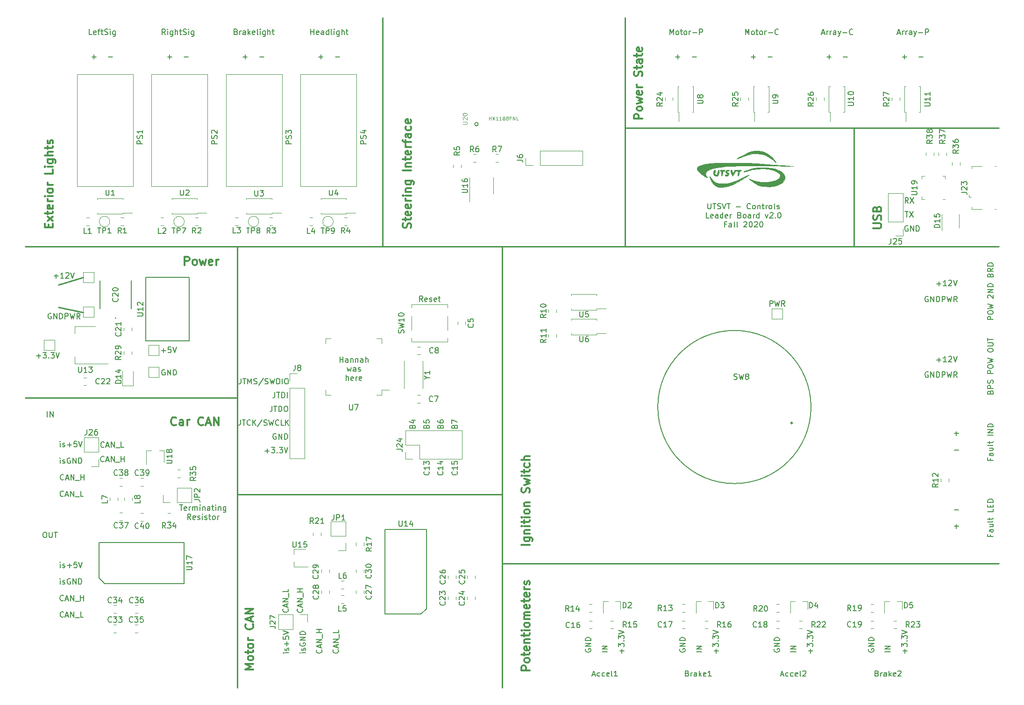
<source format=gbr>
G04 #@! TF.GenerationSoftware,KiCad,Pcbnew,(5.1.5)-3*
G04 #@! TF.CreationDate,2021-02-06T16:52:15-06:00*
G04 #@! TF.ProjectId,Dashboard,44617368-626f-4617-9264-2e6b69636164,rev?*
G04 #@! TF.SameCoordinates,Original*
G04 #@! TF.FileFunction,Legend,Top*
G04 #@! TF.FilePolarity,Positive*
%FSLAX46Y46*%
G04 Gerber Fmt 4.6, Leading zero omitted, Abs format (unit mm)*
G04 Created by KiCad (PCBNEW (5.1.5)-3) date 2021-02-06 16:52:15*
%MOMM*%
%LPD*%
G04 APERTURE LIST*
%ADD10C,0.150000*%
%ADD11C,0.250000*%
%ADD12C,0.350000*%
%ADD13C,0.152400*%
%ADD14C,0.120000*%
%ADD15C,0.127000*%
%ADD16C,0.010000*%
%ADD17C,0.050000*%
G04 APERTURE END LIST*
D10*
X56338095Y-117400000D02*
X56242857Y-117352380D01*
X56100000Y-117352380D01*
X55957142Y-117400000D01*
X55861904Y-117495238D01*
X55814285Y-117590476D01*
X55766666Y-117780952D01*
X55766666Y-117923809D01*
X55814285Y-118114285D01*
X55861904Y-118209523D01*
X55957142Y-118304761D01*
X56100000Y-118352380D01*
X56195238Y-118352380D01*
X56338095Y-118304761D01*
X56385714Y-118257142D01*
X56385714Y-117923809D01*
X56195238Y-117923809D01*
X56814285Y-118352380D02*
X56814285Y-117352380D01*
X57385714Y-118352380D01*
X57385714Y-117352380D01*
X57861904Y-118352380D02*
X57861904Y-117352380D01*
X58100000Y-117352380D01*
X58242857Y-117400000D01*
X58338095Y-117495238D01*
X58385714Y-117590476D01*
X58433333Y-117780952D01*
X58433333Y-117923809D01*
X58385714Y-118114285D01*
X58338095Y-118209523D01*
X58242857Y-118304761D01*
X58100000Y-118352380D01*
X57861904Y-118352380D01*
X55714285Y-113871428D02*
X56476190Y-113871428D01*
X56095238Y-114252380D02*
X56095238Y-113490476D01*
X57428571Y-113252380D02*
X56952380Y-113252380D01*
X56904761Y-113728571D01*
X56952380Y-113680952D01*
X57047619Y-113633333D01*
X57285714Y-113633333D01*
X57380952Y-113680952D01*
X57428571Y-113728571D01*
X57476190Y-113823809D01*
X57476190Y-114061904D01*
X57428571Y-114157142D01*
X57380952Y-114204761D01*
X57285714Y-114252380D01*
X57047619Y-114252380D01*
X56952380Y-114204761D01*
X56904761Y-114157142D01*
X57761904Y-113252380D02*
X58095238Y-114252380D01*
X58428571Y-113252380D01*
X33100000Y-114871428D02*
X33861904Y-114871428D01*
X33480952Y-115252380D02*
X33480952Y-114490476D01*
X34242857Y-114252380D02*
X34861904Y-114252380D01*
X34528571Y-114633333D01*
X34671428Y-114633333D01*
X34766666Y-114680952D01*
X34814285Y-114728571D01*
X34861904Y-114823809D01*
X34861904Y-115061904D01*
X34814285Y-115157142D01*
X34766666Y-115204761D01*
X34671428Y-115252380D01*
X34385714Y-115252380D01*
X34290476Y-115204761D01*
X34242857Y-115157142D01*
X35290476Y-115157142D02*
X35338095Y-115204761D01*
X35290476Y-115252380D01*
X35242857Y-115204761D01*
X35290476Y-115157142D01*
X35290476Y-115252380D01*
X35671428Y-114252380D02*
X36290476Y-114252380D01*
X35957142Y-114633333D01*
X36100000Y-114633333D01*
X36195238Y-114680952D01*
X36242857Y-114728571D01*
X36290476Y-114823809D01*
X36290476Y-115061904D01*
X36242857Y-115157142D01*
X36195238Y-115204761D01*
X36100000Y-115252380D01*
X35814285Y-115252380D01*
X35719047Y-115204761D01*
X35671428Y-115157142D01*
X36576190Y-114252380D02*
X36909523Y-115252380D01*
X37242857Y-114252380D01*
X165966666Y-105852380D02*
X165966666Y-104852380D01*
X166347619Y-104852380D01*
X166442857Y-104900000D01*
X166490476Y-104947619D01*
X166538095Y-105042857D01*
X166538095Y-105185714D01*
X166490476Y-105280952D01*
X166442857Y-105328571D01*
X166347619Y-105376190D01*
X165966666Y-105376190D01*
X166871428Y-104852380D02*
X167109523Y-105852380D01*
X167300000Y-105138095D01*
X167490476Y-105852380D01*
X167728571Y-104852380D01*
X168680952Y-105852380D02*
X168347619Y-105376190D01*
X168109523Y-105852380D02*
X168109523Y-104852380D01*
X168490476Y-104852380D01*
X168585714Y-104900000D01*
X168633333Y-104947619D01*
X168680952Y-105042857D01*
X168680952Y-105185714D01*
X168633333Y-105280952D01*
X168585714Y-105328571D01*
X168490476Y-105376190D01*
X168109523Y-105376190D01*
X88052380Y-116002380D02*
X88052380Y-115002380D01*
X88052380Y-115478571D02*
X88623809Y-115478571D01*
X88623809Y-116002380D02*
X88623809Y-115002380D01*
X89528571Y-116002380D02*
X89528571Y-115478571D01*
X89480952Y-115383333D01*
X89385714Y-115335714D01*
X89195238Y-115335714D01*
X89100000Y-115383333D01*
X89528571Y-115954761D02*
X89433333Y-116002380D01*
X89195238Y-116002380D01*
X89100000Y-115954761D01*
X89052380Y-115859523D01*
X89052380Y-115764285D01*
X89100000Y-115669047D01*
X89195238Y-115621428D01*
X89433333Y-115621428D01*
X89528571Y-115573809D01*
X90004761Y-115335714D02*
X90004761Y-116002380D01*
X90004761Y-115430952D02*
X90052380Y-115383333D01*
X90147619Y-115335714D01*
X90290476Y-115335714D01*
X90385714Y-115383333D01*
X90433333Y-115478571D01*
X90433333Y-116002380D01*
X90909523Y-115335714D02*
X90909523Y-116002380D01*
X90909523Y-115430952D02*
X90957142Y-115383333D01*
X91052380Y-115335714D01*
X91195238Y-115335714D01*
X91290476Y-115383333D01*
X91338095Y-115478571D01*
X91338095Y-116002380D01*
X92242857Y-116002380D02*
X92242857Y-115478571D01*
X92195238Y-115383333D01*
X92100000Y-115335714D01*
X91909523Y-115335714D01*
X91814285Y-115383333D01*
X92242857Y-115954761D02*
X92147619Y-116002380D01*
X91909523Y-116002380D01*
X91814285Y-115954761D01*
X91766666Y-115859523D01*
X91766666Y-115764285D01*
X91814285Y-115669047D01*
X91909523Y-115621428D01*
X92147619Y-115621428D01*
X92242857Y-115573809D01*
X92719047Y-116002380D02*
X92719047Y-115002380D01*
X93147619Y-116002380D02*
X93147619Y-115478571D01*
X93100000Y-115383333D01*
X93004761Y-115335714D01*
X92861904Y-115335714D01*
X92766666Y-115383333D01*
X92719047Y-115430952D01*
X89361904Y-116985714D02*
X89552380Y-117652380D01*
X89742857Y-117176190D01*
X89933333Y-117652380D01*
X90123809Y-116985714D01*
X90933333Y-117652380D02*
X90933333Y-117128571D01*
X90885714Y-117033333D01*
X90790476Y-116985714D01*
X90600000Y-116985714D01*
X90504761Y-117033333D01*
X90933333Y-117604761D02*
X90838095Y-117652380D01*
X90600000Y-117652380D01*
X90504761Y-117604761D01*
X90457142Y-117509523D01*
X90457142Y-117414285D01*
X90504761Y-117319047D01*
X90600000Y-117271428D01*
X90838095Y-117271428D01*
X90933333Y-117223809D01*
X91361904Y-117604761D02*
X91457142Y-117652380D01*
X91647619Y-117652380D01*
X91742857Y-117604761D01*
X91790476Y-117509523D01*
X91790476Y-117461904D01*
X91742857Y-117366666D01*
X91647619Y-117319047D01*
X91504761Y-117319047D01*
X91409523Y-117271428D01*
X91361904Y-117176190D01*
X91361904Y-117128571D01*
X91409523Y-117033333D01*
X91504761Y-116985714D01*
X91647619Y-116985714D01*
X91742857Y-117033333D01*
X89219047Y-119302380D02*
X89219047Y-118302380D01*
X89647619Y-119302380D02*
X89647619Y-118778571D01*
X89600000Y-118683333D01*
X89504761Y-118635714D01*
X89361904Y-118635714D01*
X89266666Y-118683333D01*
X89219047Y-118730952D01*
X90504761Y-119254761D02*
X90409523Y-119302380D01*
X90219047Y-119302380D01*
X90123809Y-119254761D01*
X90076190Y-119159523D01*
X90076190Y-118778571D01*
X90123809Y-118683333D01*
X90219047Y-118635714D01*
X90409523Y-118635714D01*
X90504761Y-118683333D01*
X90552380Y-118778571D01*
X90552380Y-118873809D01*
X90076190Y-118969047D01*
X90980952Y-119302380D02*
X90980952Y-118635714D01*
X90980952Y-118826190D02*
X91028571Y-118730952D01*
X91076190Y-118683333D01*
X91171428Y-118635714D01*
X91266666Y-118635714D01*
X91980952Y-119254761D02*
X91885714Y-119302380D01*
X91695238Y-119302380D01*
X91600000Y-119254761D01*
X91552380Y-119159523D01*
X91552380Y-118778571D01*
X91600000Y-118683333D01*
X91695238Y-118635714D01*
X91885714Y-118635714D01*
X91980952Y-118683333D01*
X92028571Y-118778571D01*
X92028571Y-118873809D01*
X91552380Y-118969047D01*
X206452380Y-108269047D02*
X205452380Y-108269047D01*
X205452380Y-107888095D01*
X205500000Y-107792857D01*
X205547619Y-107745238D01*
X205642857Y-107697619D01*
X205785714Y-107697619D01*
X205880952Y-107745238D01*
X205928571Y-107792857D01*
X205976190Y-107888095D01*
X205976190Y-108269047D01*
X205452380Y-107078571D02*
X205452380Y-106888095D01*
X205500000Y-106792857D01*
X205595238Y-106697619D01*
X205785714Y-106650000D01*
X206119047Y-106650000D01*
X206309523Y-106697619D01*
X206404761Y-106792857D01*
X206452380Y-106888095D01*
X206452380Y-107078571D01*
X206404761Y-107173809D01*
X206309523Y-107269047D01*
X206119047Y-107316666D01*
X205785714Y-107316666D01*
X205595238Y-107269047D01*
X205500000Y-107173809D01*
X205452380Y-107078571D01*
X205452380Y-106316666D02*
X206452380Y-106078571D01*
X205738095Y-105888095D01*
X206452380Y-105697619D01*
X205452380Y-105459523D01*
X205547619Y-104364285D02*
X205500000Y-104316666D01*
X205452380Y-104221428D01*
X205452380Y-103983333D01*
X205500000Y-103888095D01*
X205547619Y-103840476D01*
X205642857Y-103792857D01*
X205738095Y-103792857D01*
X205880952Y-103840476D01*
X206452380Y-104411904D01*
X206452380Y-103792857D01*
X206452380Y-103364285D02*
X205452380Y-103364285D01*
X206452380Y-102792857D01*
X205452380Y-102792857D01*
X206452380Y-102316666D02*
X205452380Y-102316666D01*
X205452380Y-102078571D01*
X205500000Y-101935714D01*
X205595238Y-101840476D01*
X205690476Y-101792857D01*
X205880952Y-101745238D01*
X206023809Y-101745238D01*
X206214285Y-101792857D01*
X206309523Y-101840476D01*
X206404761Y-101935714D01*
X206452380Y-102078571D01*
X206452380Y-102316666D01*
X205928571Y-100221428D02*
X205976190Y-100078571D01*
X206023809Y-100030952D01*
X206119047Y-99983333D01*
X206261904Y-99983333D01*
X206357142Y-100030952D01*
X206404761Y-100078571D01*
X206452380Y-100173809D01*
X206452380Y-100554761D01*
X205452380Y-100554761D01*
X205452380Y-100221428D01*
X205500000Y-100126190D01*
X205547619Y-100078571D01*
X205642857Y-100030952D01*
X205738095Y-100030952D01*
X205833333Y-100078571D01*
X205880952Y-100126190D01*
X205928571Y-100221428D01*
X205928571Y-100554761D01*
X206452380Y-98983333D02*
X205976190Y-99316666D01*
X206452380Y-99554761D02*
X205452380Y-99554761D01*
X205452380Y-99173809D01*
X205500000Y-99078571D01*
X205547619Y-99030952D01*
X205642857Y-98983333D01*
X205785714Y-98983333D01*
X205880952Y-99030952D01*
X205928571Y-99078571D01*
X205976190Y-99173809D01*
X205976190Y-99554761D01*
X206452380Y-98554761D02*
X205452380Y-98554761D01*
X205452380Y-98316666D01*
X205500000Y-98173809D01*
X205595238Y-98078571D01*
X205690476Y-98030952D01*
X205880952Y-97983333D01*
X206023809Y-97983333D01*
X206214285Y-98030952D01*
X206309523Y-98078571D01*
X206404761Y-98173809D01*
X206452380Y-98316666D01*
X206452380Y-98554761D01*
X194666666Y-104100000D02*
X194571428Y-104052380D01*
X194428571Y-104052380D01*
X194285714Y-104100000D01*
X194190476Y-104195238D01*
X194142857Y-104290476D01*
X194095238Y-104480952D01*
X194095238Y-104623809D01*
X194142857Y-104814285D01*
X194190476Y-104909523D01*
X194285714Y-105004761D01*
X194428571Y-105052380D01*
X194523809Y-105052380D01*
X194666666Y-105004761D01*
X194714285Y-104957142D01*
X194714285Y-104623809D01*
X194523809Y-104623809D01*
X195142857Y-105052380D02*
X195142857Y-104052380D01*
X195714285Y-105052380D01*
X195714285Y-104052380D01*
X196190476Y-105052380D02*
X196190476Y-104052380D01*
X196428571Y-104052380D01*
X196571428Y-104100000D01*
X196666666Y-104195238D01*
X196714285Y-104290476D01*
X196761904Y-104480952D01*
X196761904Y-104623809D01*
X196714285Y-104814285D01*
X196666666Y-104909523D01*
X196571428Y-105004761D01*
X196428571Y-105052380D01*
X196190476Y-105052380D01*
X197190476Y-105052380D02*
X197190476Y-104052380D01*
X197571428Y-104052380D01*
X197666666Y-104100000D01*
X197714285Y-104147619D01*
X197761904Y-104242857D01*
X197761904Y-104385714D01*
X197714285Y-104480952D01*
X197666666Y-104528571D01*
X197571428Y-104576190D01*
X197190476Y-104576190D01*
X198095238Y-104052380D02*
X198333333Y-105052380D01*
X198523809Y-104338095D01*
X198714285Y-105052380D01*
X198952380Y-104052380D01*
X199904761Y-105052380D02*
X199571428Y-104576190D01*
X199333333Y-105052380D02*
X199333333Y-104052380D01*
X199714285Y-104052380D01*
X199809523Y-104100000D01*
X199857142Y-104147619D01*
X199904761Y-104242857D01*
X199904761Y-104385714D01*
X199857142Y-104480952D01*
X199809523Y-104528571D01*
X199714285Y-104576190D01*
X199333333Y-104576190D01*
X196238095Y-101771428D02*
X197000000Y-101771428D01*
X196619047Y-102152380D02*
X196619047Y-101390476D01*
X198000000Y-102152380D02*
X197428571Y-102152380D01*
X197714285Y-102152380D02*
X197714285Y-101152380D01*
X197619047Y-101295238D01*
X197523809Y-101390476D01*
X197428571Y-101438095D01*
X198380952Y-101247619D02*
X198428571Y-101200000D01*
X198523809Y-101152380D01*
X198761904Y-101152380D01*
X198857142Y-101200000D01*
X198904761Y-101247619D01*
X198952380Y-101342857D01*
X198952380Y-101438095D01*
X198904761Y-101580952D01*
X198333333Y-102152380D01*
X198952380Y-102152380D01*
X199238095Y-101152380D02*
X199571428Y-102152380D01*
X199904761Y-101152380D01*
X183900000Y-168011904D02*
X183852380Y-168107142D01*
X183852380Y-168250000D01*
X183900000Y-168392857D01*
X183995238Y-168488095D01*
X184090476Y-168535714D01*
X184280952Y-168583333D01*
X184423809Y-168583333D01*
X184614285Y-168535714D01*
X184709523Y-168488095D01*
X184804761Y-168392857D01*
X184852380Y-168250000D01*
X184852380Y-168154761D01*
X184804761Y-168011904D01*
X184757142Y-167964285D01*
X184423809Y-167964285D01*
X184423809Y-168154761D01*
X184852380Y-167535714D02*
X183852380Y-167535714D01*
X184852380Y-166964285D01*
X183852380Y-166964285D01*
X184852380Y-166488095D02*
X183852380Y-166488095D01*
X183852380Y-166250000D01*
X183900000Y-166107142D01*
X183995238Y-166011904D01*
X184090476Y-165964285D01*
X184280952Y-165916666D01*
X184423809Y-165916666D01*
X184614285Y-165964285D01*
X184709523Y-166011904D01*
X184804761Y-166107142D01*
X184852380Y-166250000D01*
X184852380Y-166488095D01*
X190471428Y-168750000D02*
X190471428Y-167988095D01*
X190852380Y-168369047D02*
X190090476Y-168369047D01*
X189852380Y-167607142D02*
X189852380Y-166988095D01*
X190233333Y-167321428D01*
X190233333Y-167178571D01*
X190280952Y-167083333D01*
X190328571Y-167035714D01*
X190423809Y-166988095D01*
X190661904Y-166988095D01*
X190757142Y-167035714D01*
X190804761Y-167083333D01*
X190852380Y-167178571D01*
X190852380Y-167464285D01*
X190804761Y-167559523D01*
X190757142Y-167607142D01*
X190757142Y-166559523D02*
X190804761Y-166511904D01*
X190852380Y-166559523D01*
X190804761Y-166607142D01*
X190757142Y-166559523D01*
X190852380Y-166559523D01*
X189852380Y-166178571D02*
X189852380Y-165559523D01*
X190233333Y-165892857D01*
X190233333Y-165750000D01*
X190280952Y-165654761D01*
X190328571Y-165607142D01*
X190423809Y-165559523D01*
X190661904Y-165559523D01*
X190757142Y-165607142D01*
X190804761Y-165654761D01*
X190852380Y-165750000D01*
X190852380Y-166035714D01*
X190804761Y-166130952D01*
X190757142Y-166178571D01*
X189852380Y-165273809D02*
X190852380Y-164940476D01*
X189852380Y-164607142D01*
X187852380Y-168523809D02*
X186852380Y-168523809D01*
X187852380Y-168047619D02*
X186852380Y-168047619D01*
X187852380Y-167476190D01*
X186852380Y-167476190D01*
X166800000Y-168011904D02*
X166752380Y-168107142D01*
X166752380Y-168250000D01*
X166800000Y-168392857D01*
X166895238Y-168488095D01*
X166990476Y-168535714D01*
X167180952Y-168583333D01*
X167323809Y-168583333D01*
X167514285Y-168535714D01*
X167609523Y-168488095D01*
X167704761Y-168392857D01*
X167752380Y-168250000D01*
X167752380Y-168154761D01*
X167704761Y-168011904D01*
X167657142Y-167964285D01*
X167323809Y-167964285D01*
X167323809Y-168154761D01*
X167752380Y-167535714D02*
X166752380Y-167535714D01*
X167752380Y-166964285D01*
X166752380Y-166964285D01*
X167752380Y-166488095D02*
X166752380Y-166488095D01*
X166752380Y-166250000D01*
X166800000Y-166107142D01*
X166895238Y-166011904D01*
X166990476Y-165964285D01*
X167180952Y-165916666D01*
X167323809Y-165916666D01*
X167514285Y-165964285D01*
X167609523Y-166011904D01*
X167704761Y-166107142D01*
X167752380Y-166250000D01*
X167752380Y-166488095D01*
X173371428Y-168750000D02*
X173371428Y-167988095D01*
X173752380Y-168369047D02*
X172990476Y-168369047D01*
X172752380Y-167607142D02*
X172752380Y-166988095D01*
X173133333Y-167321428D01*
X173133333Y-167178571D01*
X173180952Y-167083333D01*
X173228571Y-167035714D01*
X173323809Y-166988095D01*
X173561904Y-166988095D01*
X173657142Y-167035714D01*
X173704761Y-167083333D01*
X173752380Y-167178571D01*
X173752380Y-167464285D01*
X173704761Y-167559523D01*
X173657142Y-167607142D01*
X173657142Y-166559523D02*
X173704761Y-166511904D01*
X173752380Y-166559523D01*
X173704761Y-166607142D01*
X173657142Y-166559523D01*
X173752380Y-166559523D01*
X172752380Y-166178571D02*
X172752380Y-165559523D01*
X173133333Y-165892857D01*
X173133333Y-165750000D01*
X173180952Y-165654761D01*
X173228571Y-165607142D01*
X173323809Y-165559523D01*
X173561904Y-165559523D01*
X173657142Y-165607142D01*
X173704761Y-165654761D01*
X173752380Y-165750000D01*
X173752380Y-166035714D01*
X173704761Y-166130952D01*
X173657142Y-166178571D01*
X172752380Y-165273809D02*
X173752380Y-164940476D01*
X172752380Y-164607142D01*
X170752380Y-168523809D02*
X169752380Y-168523809D01*
X170752380Y-168047619D02*
X169752380Y-168047619D01*
X170752380Y-167476190D01*
X169752380Y-167476190D01*
X149700000Y-168011904D02*
X149652380Y-168107142D01*
X149652380Y-168250000D01*
X149700000Y-168392857D01*
X149795238Y-168488095D01*
X149890476Y-168535714D01*
X150080952Y-168583333D01*
X150223809Y-168583333D01*
X150414285Y-168535714D01*
X150509523Y-168488095D01*
X150604761Y-168392857D01*
X150652380Y-168250000D01*
X150652380Y-168154761D01*
X150604761Y-168011904D01*
X150557142Y-167964285D01*
X150223809Y-167964285D01*
X150223809Y-168154761D01*
X150652380Y-167535714D02*
X149652380Y-167535714D01*
X150652380Y-166964285D01*
X149652380Y-166964285D01*
X150652380Y-166488095D02*
X149652380Y-166488095D01*
X149652380Y-166250000D01*
X149700000Y-166107142D01*
X149795238Y-166011904D01*
X149890476Y-165964285D01*
X150080952Y-165916666D01*
X150223809Y-165916666D01*
X150414285Y-165964285D01*
X150509523Y-166011904D01*
X150604761Y-166107142D01*
X150652380Y-166250000D01*
X150652380Y-166488095D01*
X156271428Y-168750000D02*
X156271428Y-167988095D01*
X156652380Y-168369047D02*
X155890476Y-168369047D01*
X155652380Y-167607142D02*
X155652380Y-166988095D01*
X156033333Y-167321428D01*
X156033333Y-167178571D01*
X156080952Y-167083333D01*
X156128571Y-167035714D01*
X156223809Y-166988095D01*
X156461904Y-166988095D01*
X156557142Y-167035714D01*
X156604761Y-167083333D01*
X156652380Y-167178571D01*
X156652380Y-167464285D01*
X156604761Y-167559523D01*
X156557142Y-167607142D01*
X156557142Y-166559523D02*
X156604761Y-166511904D01*
X156652380Y-166559523D01*
X156604761Y-166607142D01*
X156557142Y-166559523D01*
X156652380Y-166559523D01*
X155652380Y-166178571D02*
X155652380Y-165559523D01*
X156033333Y-165892857D01*
X156033333Y-165750000D01*
X156080952Y-165654761D01*
X156128571Y-165607142D01*
X156223809Y-165559523D01*
X156461904Y-165559523D01*
X156557142Y-165607142D01*
X156604761Y-165654761D01*
X156652380Y-165750000D01*
X156652380Y-166035714D01*
X156604761Y-166130952D01*
X156557142Y-166178571D01*
X155652380Y-165273809D02*
X156652380Y-164940476D01*
X155652380Y-164607142D01*
X153652380Y-168523809D02*
X152652380Y-168523809D01*
X153652380Y-168047619D02*
X152652380Y-168047619D01*
X153652380Y-167476190D01*
X152652380Y-167476190D01*
X136552380Y-168523809D02*
X135552380Y-168523809D01*
X136552380Y-168047619D02*
X135552380Y-168047619D01*
X136552380Y-167476190D01*
X135552380Y-167476190D01*
X132600000Y-168011904D02*
X132552380Y-168107142D01*
X132552380Y-168250000D01*
X132600000Y-168392857D01*
X132695238Y-168488095D01*
X132790476Y-168535714D01*
X132980952Y-168583333D01*
X133123809Y-168583333D01*
X133314285Y-168535714D01*
X133409523Y-168488095D01*
X133504761Y-168392857D01*
X133552380Y-168250000D01*
X133552380Y-168154761D01*
X133504761Y-168011904D01*
X133457142Y-167964285D01*
X133123809Y-167964285D01*
X133123809Y-168154761D01*
X133552380Y-167535714D02*
X132552380Y-167535714D01*
X133552380Y-166964285D01*
X132552380Y-166964285D01*
X133552380Y-166488095D02*
X132552380Y-166488095D01*
X132552380Y-166250000D01*
X132600000Y-166107142D01*
X132695238Y-166011904D01*
X132790476Y-165964285D01*
X132980952Y-165916666D01*
X133123809Y-165916666D01*
X133314285Y-165964285D01*
X133409523Y-166011904D01*
X133504761Y-166107142D01*
X133552380Y-166250000D01*
X133552380Y-166488095D01*
X139171428Y-168750000D02*
X139171428Y-167988095D01*
X139552380Y-168369047D02*
X138790476Y-168369047D01*
X138552380Y-167607142D02*
X138552380Y-166988095D01*
X138933333Y-167321428D01*
X138933333Y-167178571D01*
X138980952Y-167083333D01*
X139028571Y-167035714D01*
X139123809Y-166988095D01*
X139361904Y-166988095D01*
X139457142Y-167035714D01*
X139504761Y-167083333D01*
X139552380Y-167178571D01*
X139552380Y-167464285D01*
X139504761Y-167559523D01*
X139457142Y-167607142D01*
X139457142Y-166559523D02*
X139504761Y-166511904D01*
X139552380Y-166559523D01*
X139504761Y-166607142D01*
X139457142Y-166559523D01*
X139552380Y-166559523D01*
X138552380Y-166178571D02*
X138552380Y-165559523D01*
X138933333Y-165892857D01*
X138933333Y-165750000D01*
X138980952Y-165654761D01*
X139028571Y-165607142D01*
X139123809Y-165559523D01*
X139361904Y-165559523D01*
X139457142Y-165607142D01*
X139504761Y-165654761D01*
X139552380Y-165750000D01*
X139552380Y-166035714D01*
X139504761Y-166130952D01*
X139457142Y-166178571D01*
X138552380Y-165273809D02*
X139552380Y-164940476D01*
X138552380Y-164607142D01*
X185400000Y-172428571D02*
X185542857Y-172476190D01*
X185590476Y-172523809D01*
X185638095Y-172619047D01*
X185638095Y-172761904D01*
X185590476Y-172857142D01*
X185542857Y-172904761D01*
X185447619Y-172952380D01*
X185066666Y-172952380D01*
X185066666Y-171952380D01*
X185400000Y-171952380D01*
X185495238Y-172000000D01*
X185542857Y-172047619D01*
X185590476Y-172142857D01*
X185590476Y-172238095D01*
X185542857Y-172333333D01*
X185495238Y-172380952D01*
X185400000Y-172428571D01*
X185066666Y-172428571D01*
X186066666Y-172952380D02*
X186066666Y-172285714D01*
X186066666Y-172476190D02*
X186114285Y-172380952D01*
X186161904Y-172333333D01*
X186257142Y-172285714D01*
X186352380Y-172285714D01*
X187114285Y-172952380D02*
X187114285Y-172428571D01*
X187066666Y-172333333D01*
X186971428Y-172285714D01*
X186780952Y-172285714D01*
X186685714Y-172333333D01*
X187114285Y-172904761D02*
X187019047Y-172952380D01*
X186780952Y-172952380D01*
X186685714Y-172904761D01*
X186638095Y-172809523D01*
X186638095Y-172714285D01*
X186685714Y-172619047D01*
X186780952Y-172571428D01*
X187019047Y-172571428D01*
X187114285Y-172523809D01*
X187590476Y-172952380D02*
X187590476Y-171952380D01*
X187685714Y-172571428D02*
X187971428Y-172952380D01*
X187971428Y-172285714D02*
X187590476Y-172666666D01*
X188780952Y-172904761D02*
X188685714Y-172952380D01*
X188495238Y-172952380D01*
X188400000Y-172904761D01*
X188352380Y-172809523D01*
X188352380Y-172428571D01*
X188400000Y-172333333D01*
X188495238Y-172285714D01*
X188685714Y-172285714D01*
X188780952Y-172333333D01*
X188828571Y-172428571D01*
X188828571Y-172523809D01*
X188352380Y-172619047D01*
X189209523Y-172047619D02*
X189257142Y-172000000D01*
X189352380Y-171952380D01*
X189590476Y-171952380D01*
X189685714Y-172000000D01*
X189733333Y-172047619D01*
X189780952Y-172142857D01*
X189780952Y-172238095D01*
X189733333Y-172380952D01*
X189161904Y-172952380D01*
X189780952Y-172952380D01*
X151000000Y-172428571D02*
X151142857Y-172476190D01*
X151190476Y-172523809D01*
X151238095Y-172619047D01*
X151238095Y-172761904D01*
X151190476Y-172857142D01*
X151142857Y-172904761D01*
X151047619Y-172952380D01*
X150666666Y-172952380D01*
X150666666Y-171952380D01*
X151000000Y-171952380D01*
X151095238Y-172000000D01*
X151142857Y-172047619D01*
X151190476Y-172142857D01*
X151190476Y-172238095D01*
X151142857Y-172333333D01*
X151095238Y-172380952D01*
X151000000Y-172428571D01*
X150666666Y-172428571D01*
X151666666Y-172952380D02*
X151666666Y-172285714D01*
X151666666Y-172476190D02*
X151714285Y-172380952D01*
X151761904Y-172333333D01*
X151857142Y-172285714D01*
X151952380Y-172285714D01*
X152714285Y-172952380D02*
X152714285Y-172428571D01*
X152666666Y-172333333D01*
X152571428Y-172285714D01*
X152380952Y-172285714D01*
X152285714Y-172333333D01*
X152714285Y-172904761D02*
X152619047Y-172952380D01*
X152380952Y-172952380D01*
X152285714Y-172904761D01*
X152238095Y-172809523D01*
X152238095Y-172714285D01*
X152285714Y-172619047D01*
X152380952Y-172571428D01*
X152619047Y-172571428D01*
X152714285Y-172523809D01*
X153190476Y-172952380D02*
X153190476Y-171952380D01*
X153285714Y-172571428D02*
X153571428Y-172952380D01*
X153571428Y-172285714D02*
X153190476Y-172666666D01*
X154380952Y-172904761D02*
X154285714Y-172952380D01*
X154095238Y-172952380D01*
X154000000Y-172904761D01*
X153952380Y-172809523D01*
X153952380Y-172428571D01*
X154000000Y-172333333D01*
X154095238Y-172285714D01*
X154285714Y-172285714D01*
X154380952Y-172333333D01*
X154428571Y-172428571D01*
X154428571Y-172523809D01*
X153952380Y-172619047D01*
X155380952Y-172952380D02*
X154809523Y-172952380D01*
X155095238Y-172952380D02*
X155095238Y-171952380D01*
X155000000Y-172095238D01*
X154904761Y-172190476D01*
X154809523Y-172238095D01*
X167988095Y-172666666D02*
X168464285Y-172666666D01*
X167892857Y-172952380D02*
X168226190Y-171952380D01*
X168559523Y-172952380D01*
X169321428Y-172904761D02*
X169226190Y-172952380D01*
X169035714Y-172952380D01*
X168940476Y-172904761D01*
X168892857Y-172857142D01*
X168845238Y-172761904D01*
X168845238Y-172476190D01*
X168892857Y-172380952D01*
X168940476Y-172333333D01*
X169035714Y-172285714D01*
X169226190Y-172285714D01*
X169321428Y-172333333D01*
X170178571Y-172904761D02*
X170083333Y-172952380D01*
X169892857Y-172952380D01*
X169797619Y-172904761D01*
X169750000Y-172857142D01*
X169702380Y-172761904D01*
X169702380Y-172476190D01*
X169750000Y-172380952D01*
X169797619Y-172333333D01*
X169892857Y-172285714D01*
X170083333Y-172285714D01*
X170178571Y-172333333D01*
X170988095Y-172904761D02*
X170892857Y-172952380D01*
X170702380Y-172952380D01*
X170607142Y-172904761D01*
X170559523Y-172809523D01*
X170559523Y-172428571D01*
X170607142Y-172333333D01*
X170702380Y-172285714D01*
X170892857Y-172285714D01*
X170988095Y-172333333D01*
X171035714Y-172428571D01*
X171035714Y-172523809D01*
X170559523Y-172619047D01*
X171607142Y-172952380D02*
X171511904Y-172904761D01*
X171464285Y-172809523D01*
X171464285Y-171952380D01*
X171940476Y-172047619D02*
X171988095Y-172000000D01*
X172083333Y-171952380D01*
X172321428Y-171952380D01*
X172416666Y-172000000D01*
X172464285Y-172047619D01*
X172511904Y-172142857D01*
X172511904Y-172238095D01*
X172464285Y-172380952D01*
X171892857Y-172952380D01*
X172511904Y-172952380D01*
X133838095Y-172666666D02*
X134314285Y-172666666D01*
X133742857Y-172952380D02*
X134076190Y-171952380D01*
X134409523Y-172952380D01*
X135171428Y-172904761D02*
X135076190Y-172952380D01*
X134885714Y-172952380D01*
X134790476Y-172904761D01*
X134742857Y-172857142D01*
X134695238Y-172761904D01*
X134695238Y-172476190D01*
X134742857Y-172380952D01*
X134790476Y-172333333D01*
X134885714Y-172285714D01*
X135076190Y-172285714D01*
X135171428Y-172333333D01*
X136028571Y-172904761D02*
X135933333Y-172952380D01*
X135742857Y-172952380D01*
X135647619Y-172904761D01*
X135600000Y-172857142D01*
X135552380Y-172761904D01*
X135552380Y-172476190D01*
X135600000Y-172380952D01*
X135647619Y-172333333D01*
X135742857Y-172285714D01*
X135933333Y-172285714D01*
X136028571Y-172333333D01*
X136838095Y-172904761D02*
X136742857Y-172952380D01*
X136552380Y-172952380D01*
X136457142Y-172904761D01*
X136409523Y-172809523D01*
X136409523Y-172428571D01*
X136457142Y-172333333D01*
X136552380Y-172285714D01*
X136742857Y-172285714D01*
X136838095Y-172333333D01*
X136885714Y-172428571D01*
X136885714Y-172523809D01*
X136409523Y-172619047D01*
X137457142Y-172952380D02*
X137361904Y-172904761D01*
X137314285Y-172809523D01*
X137314285Y-171952380D01*
X138361904Y-172952380D02*
X137790476Y-172952380D01*
X138076190Y-172952380D02*
X138076190Y-171952380D01*
X137980952Y-172095238D01*
X137885714Y-172190476D01*
X137790476Y-172238095D01*
X194666666Y-117800000D02*
X194571428Y-117752380D01*
X194428571Y-117752380D01*
X194285714Y-117800000D01*
X194190476Y-117895238D01*
X194142857Y-117990476D01*
X194095238Y-118180952D01*
X194095238Y-118323809D01*
X194142857Y-118514285D01*
X194190476Y-118609523D01*
X194285714Y-118704761D01*
X194428571Y-118752380D01*
X194523809Y-118752380D01*
X194666666Y-118704761D01*
X194714285Y-118657142D01*
X194714285Y-118323809D01*
X194523809Y-118323809D01*
X195142857Y-118752380D02*
X195142857Y-117752380D01*
X195714285Y-118752380D01*
X195714285Y-117752380D01*
X196190476Y-118752380D02*
X196190476Y-117752380D01*
X196428571Y-117752380D01*
X196571428Y-117800000D01*
X196666666Y-117895238D01*
X196714285Y-117990476D01*
X196761904Y-118180952D01*
X196761904Y-118323809D01*
X196714285Y-118514285D01*
X196666666Y-118609523D01*
X196571428Y-118704761D01*
X196428571Y-118752380D01*
X196190476Y-118752380D01*
X197190476Y-118752380D02*
X197190476Y-117752380D01*
X197571428Y-117752380D01*
X197666666Y-117800000D01*
X197714285Y-117847619D01*
X197761904Y-117942857D01*
X197761904Y-118085714D01*
X197714285Y-118180952D01*
X197666666Y-118228571D01*
X197571428Y-118276190D01*
X197190476Y-118276190D01*
X198095238Y-117752380D02*
X198333333Y-118752380D01*
X198523809Y-118038095D01*
X198714285Y-118752380D01*
X198952380Y-117752380D01*
X199904761Y-118752380D02*
X199571428Y-118276190D01*
X199333333Y-118752380D02*
X199333333Y-117752380D01*
X199714285Y-117752380D01*
X199809523Y-117800000D01*
X199857142Y-117847619D01*
X199904761Y-117942857D01*
X199904761Y-118085714D01*
X199857142Y-118180952D01*
X199809523Y-118228571D01*
X199714285Y-118276190D01*
X199333333Y-118276190D01*
X196238095Y-115571428D02*
X197000000Y-115571428D01*
X196619047Y-115952380D02*
X196619047Y-115190476D01*
X198000000Y-115952380D02*
X197428571Y-115952380D01*
X197714285Y-115952380D02*
X197714285Y-114952380D01*
X197619047Y-115095238D01*
X197523809Y-115190476D01*
X197428571Y-115238095D01*
X198380952Y-115047619D02*
X198428571Y-115000000D01*
X198523809Y-114952380D01*
X198761904Y-114952380D01*
X198857142Y-115000000D01*
X198904761Y-115047619D01*
X198952380Y-115142857D01*
X198952380Y-115238095D01*
X198904761Y-115380952D01*
X198333333Y-115952380D01*
X198952380Y-115952380D01*
X199238095Y-114952380D02*
X199571428Y-115952380D01*
X199904761Y-114952380D01*
X205928571Y-121440476D02*
X205976190Y-121297619D01*
X206023809Y-121250000D01*
X206119047Y-121202380D01*
X206261904Y-121202380D01*
X206357142Y-121250000D01*
X206404761Y-121297619D01*
X206452380Y-121392857D01*
X206452380Y-121773809D01*
X205452380Y-121773809D01*
X205452380Y-121440476D01*
X205500000Y-121345238D01*
X205547619Y-121297619D01*
X205642857Y-121250000D01*
X205738095Y-121250000D01*
X205833333Y-121297619D01*
X205880952Y-121345238D01*
X205928571Y-121440476D01*
X205928571Y-121773809D01*
X206452380Y-120773809D02*
X205452380Y-120773809D01*
X205452380Y-120392857D01*
X205500000Y-120297619D01*
X205547619Y-120250000D01*
X205642857Y-120202380D01*
X205785714Y-120202380D01*
X205880952Y-120250000D01*
X205928571Y-120297619D01*
X205976190Y-120392857D01*
X205976190Y-120773809D01*
X206404761Y-119821428D02*
X206452380Y-119678571D01*
X206452380Y-119440476D01*
X206404761Y-119345238D01*
X206357142Y-119297619D01*
X206261904Y-119250000D01*
X206166666Y-119250000D01*
X206071428Y-119297619D01*
X206023809Y-119345238D01*
X205976190Y-119440476D01*
X205928571Y-119630952D01*
X205880952Y-119726190D01*
X205833333Y-119773809D01*
X205738095Y-119821428D01*
X205642857Y-119821428D01*
X205547619Y-119773809D01*
X205500000Y-119726190D01*
X205452380Y-119630952D01*
X205452380Y-119392857D01*
X205500000Y-119250000D01*
X206452380Y-118059523D02*
X205452380Y-118059523D01*
X205452380Y-117678571D01*
X205500000Y-117583333D01*
X205547619Y-117535714D01*
X205642857Y-117488095D01*
X205785714Y-117488095D01*
X205880952Y-117535714D01*
X205928571Y-117583333D01*
X205976190Y-117678571D01*
X205976190Y-118059523D01*
X205452380Y-116869047D02*
X205452380Y-116678571D01*
X205500000Y-116583333D01*
X205595238Y-116488095D01*
X205785714Y-116440476D01*
X206119047Y-116440476D01*
X206309523Y-116488095D01*
X206404761Y-116583333D01*
X206452380Y-116678571D01*
X206452380Y-116869047D01*
X206404761Y-116964285D01*
X206309523Y-117059523D01*
X206119047Y-117107142D01*
X205785714Y-117107142D01*
X205595238Y-117059523D01*
X205500000Y-116964285D01*
X205452380Y-116869047D01*
X205452380Y-116107142D02*
X206452380Y-115869047D01*
X205738095Y-115678571D01*
X206452380Y-115488095D01*
X205452380Y-115250000D01*
X205452380Y-113916666D02*
X205452380Y-113726190D01*
X205500000Y-113630952D01*
X205595238Y-113535714D01*
X205785714Y-113488095D01*
X206119047Y-113488095D01*
X206309523Y-113535714D01*
X206404761Y-113630952D01*
X206452380Y-113726190D01*
X206452380Y-113916666D01*
X206404761Y-114011904D01*
X206309523Y-114107142D01*
X206119047Y-114154761D01*
X205785714Y-114154761D01*
X205595238Y-114107142D01*
X205500000Y-114011904D01*
X205452380Y-113916666D01*
X205452380Y-113059523D02*
X206261904Y-113059523D01*
X206357142Y-113011904D01*
X206404761Y-112964285D01*
X206452380Y-112869047D01*
X206452380Y-112678571D01*
X206404761Y-112583333D01*
X206357142Y-112535714D01*
X206261904Y-112488095D01*
X205452380Y-112488095D01*
X205452380Y-112154761D02*
X205452380Y-111583333D01*
X206452380Y-111869047D02*
X205452380Y-111869047D01*
X200180952Y-128928571D02*
X199419047Y-128928571D01*
X199800000Y-128547619D02*
X199800000Y-129309523D01*
X200180952Y-131928571D02*
X199419047Y-131928571D01*
X205928571Y-133452380D02*
X205928571Y-133785714D01*
X206452380Y-133785714D02*
X205452380Y-133785714D01*
X205452380Y-133309523D01*
X206452380Y-132500000D02*
X205928571Y-132500000D01*
X205833333Y-132547619D01*
X205785714Y-132642857D01*
X205785714Y-132833333D01*
X205833333Y-132928571D01*
X206404761Y-132500000D02*
X206452380Y-132595238D01*
X206452380Y-132833333D01*
X206404761Y-132928571D01*
X206309523Y-132976190D01*
X206214285Y-132976190D01*
X206119047Y-132928571D01*
X206071428Y-132833333D01*
X206071428Y-132595238D01*
X206023809Y-132500000D01*
X205785714Y-131595238D02*
X206452380Y-131595238D01*
X205785714Y-132023809D02*
X206309523Y-132023809D01*
X206404761Y-131976190D01*
X206452380Y-131880952D01*
X206452380Y-131738095D01*
X206404761Y-131642857D01*
X206357142Y-131595238D01*
X206452380Y-130976190D02*
X206404761Y-131071428D01*
X206309523Y-131119047D01*
X205452380Y-131119047D01*
X205785714Y-130738095D02*
X205785714Y-130357142D01*
X205452380Y-130595238D02*
X206309523Y-130595238D01*
X206404761Y-130547619D01*
X206452380Y-130452380D01*
X206452380Y-130357142D01*
X206452380Y-129261904D02*
X205452380Y-129261904D01*
X206452380Y-128785714D02*
X205452380Y-128785714D01*
X206452380Y-128214285D01*
X205452380Y-128214285D01*
X206452380Y-127738095D02*
X205452380Y-127738095D01*
X205452380Y-127500000D01*
X205500000Y-127357142D01*
X205595238Y-127261904D01*
X205690476Y-127214285D01*
X205880952Y-127166666D01*
X206023809Y-127166666D01*
X206214285Y-127214285D01*
X206309523Y-127261904D01*
X206404761Y-127357142D01*
X206452380Y-127500000D01*
X206452380Y-127738095D01*
X199419047Y-142771428D02*
X200180952Y-142771428D01*
X199419047Y-145771428D02*
X200180952Y-145771428D01*
X199800000Y-146152380D02*
X199800000Y-145390476D01*
X205928571Y-147297619D02*
X205928571Y-147630952D01*
X206452380Y-147630952D02*
X205452380Y-147630952D01*
X205452380Y-147154761D01*
X206452380Y-146345238D02*
X205928571Y-146345238D01*
X205833333Y-146392857D01*
X205785714Y-146488095D01*
X205785714Y-146678571D01*
X205833333Y-146773809D01*
X206404761Y-146345238D02*
X206452380Y-146440476D01*
X206452380Y-146678571D01*
X206404761Y-146773809D01*
X206309523Y-146821428D01*
X206214285Y-146821428D01*
X206119047Y-146773809D01*
X206071428Y-146678571D01*
X206071428Y-146440476D01*
X206023809Y-146345238D01*
X205785714Y-145440476D02*
X206452380Y-145440476D01*
X205785714Y-145869047D02*
X206309523Y-145869047D01*
X206404761Y-145821428D01*
X206452380Y-145726190D01*
X206452380Y-145583333D01*
X206404761Y-145488095D01*
X206357142Y-145440476D01*
X206452380Y-144821428D02*
X206404761Y-144916666D01*
X206309523Y-144964285D01*
X205452380Y-144964285D01*
X205785714Y-144583333D02*
X205785714Y-144202380D01*
X205452380Y-144440476D02*
X206309523Y-144440476D01*
X206404761Y-144392857D01*
X206452380Y-144297619D01*
X206452380Y-144202380D01*
X206452380Y-142630952D02*
X206452380Y-143107142D01*
X205452380Y-143107142D01*
X205928571Y-142297619D02*
X205928571Y-141964285D01*
X206452380Y-141821428D02*
X206452380Y-142297619D01*
X205452380Y-142297619D01*
X205452380Y-141821428D01*
X206452380Y-141392857D02*
X205452380Y-141392857D01*
X205452380Y-141154761D01*
X205500000Y-141011904D01*
X205595238Y-140916666D01*
X205690476Y-140869047D01*
X205880952Y-140821428D01*
X206023809Y-140821428D01*
X206214285Y-140869047D01*
X206309523Y-140916666D01*
X206404761Y-141011904D01*
X206452380Y-141154761D01*
X206452380Y-141392857D01*
X82790476Y-56602380D02*
X82790476Y-55602380D01*
X82790476Y-56078571D02*
X83361904Y-56078571D01*
X83361904Y-56602380D02*
X83361904Y-55602380D01*
X84219047Y-56554761D02*
X84123809Y-56602380D01*
X83933333Y-56602380D01*
X83838095Y-56554761D01*
X83790476Y-56459523D01*
X83790476Y-56078571D01*
X83838095Y-55983333D01*
X83933333Y-55935714D01*
X84123809Y-55935714D01*
X84219047Y-55983333D01*
X84266666Y-56078571D01*
X84266666Y-56173809D01*
X83790476Y-56269047D01*
X85123809Y-56602380D02*
X85123809Y-56078571D01*
X85076190Y-55983333D01*
X84980952Y-55935714D01*
X84790476Y-55935714D01*
X84695238Y-55983333D01*
X85123809Y-56554761D02*
X85028571Y-56602380D01*
X84790476Y-56602380D01*
X84695238Y-56554761D01*
X84647619Y-56459523D01*
X84647619Y-56364285D01*
X84695238Y-56269047D01*
X84790476Y-56221428D01*
X85028571Y-56221428D01*
X85123809Y-56173809D01*
X86028571Y-56602380D02*
X86028571Y-55602380D01*
X86028571Y-56554761D02*
X85933333Y-56602380D01*
X85742857Y-56602380D01*
X85647619Y-56554761D01*
X85600000Y-56507142D01*
X85552380Y-56411904D01*
X85552380Y-56126190D01*
X85600000Y-56030952D01*
X85647619Y-55983333D01*
X85742857Y-55935714D01*
X85933333Y-55935714D01*
X86028571Y-55983333D01*
X86647619Y-56602380D02*
X86552380Y-56554761D01*
X86504761Y-56459523D01*
X86504761Y-55602380D01*
X87028571Y-56602380D02*
X87028571Y-55935714D01*
X87028571Y-55602380D02*
X86980952Y-55650000D01*
X87028571Y-55697619D01*
X87076190Y-55650000D01*
X87028571Y-55602380D01*
X87028571Y-55697619D01*
X87933333Y-55935714D02*
X87933333Y-56745238D01*
X87885714Y-56840476D01*
X87838095Y-56888095D01*
X87742857Y-56935714D01*
X87600000Y-56935714D01*
X87504761Y-56888095D01*
X87933333Y-56554761D02*
X87838095Y-56602380D01*
X87647619Y-56602380D01*
X87552380Y-56554761D01*
X87504761Y-56507142D01*
X87457142Y-56411904D01*
X87457142Y-56126190D01*
X87504761Y-56030952D01*
X87552380Y-55983333D01*
X87647619Y-55935714D01*
X87838095Y-55935714D01*
X87933333Y-55983333D01*
X88409523Y-56602380D02*
X88409523Y-55602380D01*
X88838095Y-56602380D02*
X88838095Y-56078571D01*
X88790476Y-55983333D01*
X88695238Y-55935714D01*
X88552380Y-55935714D01*
X88457142Y-55983333D01*
X88409523Y-56030952D01*
X89171428Y-55935714D02*
X89552380Y-55935714D01*
X89314285Y-55602380D02*
X89314285Y-56459523D01*
X89361904Y-56554761D01*
X89457142Y-56602380D01*
X89552380Y-56602380D01*
X69235714Y-56078571D02*
X69378571Y-56126190D01*
X69426190Y-56173809D01*
X69473809Y-56269047D01*
X69473809Y-56411904D01*
X69426190Y-56507142D01*
X69378571Y-56554761D01*
X69283333Y-56602380D01*
X68902380Y-56602380D01*
X68902380Y-55602380D01*
X69235714Y-55602380D01*
X69330952Y-55650000D01*
X69378571Y-55697619D01*
X69426190Y-55792857D01*
X69426190Y-55888095D01*
X69378571Y-55983333D01*
X69330952Y-56030952D01*
X69235714Y-56078571D01*
X68902380Y-56078571D01*
X69902380Y-56602380D02*
X69902380Y-55935714D01*
X69902380Y-56126190D02*
X69950000Y-56030952D01*
X69997619Y-55983333D01*
X70092857Y-55935714D01*
X70188095Y-55935714D01*
X70950000Y-56602380D02*
X70950000Y-56078571D01*
X70902380Y-55983333D01*
X70807142Y-55935714D01*
X70616666Y-55935714D01*
X70521428Y-55983333D01*
X70950000Y-56554761D02*
X70854761Y-56602380D01*
X70616666Y-56602380D01*
X70521428Y-56554761D01*
X70473809Y-56459523D01*
X70473809Y-56364285D01*
X70521428Y-56269047D01*
X70616666Y-56221428D01*
X70854761Y-56221428D01*
X70950000Y-56173809D01*
X71426190Y-56602380D02*
X71426190Y-55602380D01*
X71521428Y-56221428D02*
X71807142Y-56602380D01*
X71807142Y-55935714D02*
X71426190Y-56316666D01*
X72616666Y-56554761D02*
X72521428Y-56602380D01*
X72330952Y-56602380D01*
X72235714Y-56554761D01*
X72188095Y-56459523D01*
X72188095Y-56078571D01*
X72235714Y-55983333D01*
X72330952Y-55935714D01*
X72521428Y-55935714D01*
X72616666Y-55983333D01*
X72664285Y-56078571D01*
X72664285Y-56173809D01*
X72188095Y-56269047D01*
X73235714Y-56602380D02*
X73140476Y-56554761D01*
X73092857Y-56459523D01*
X73092857Y-55602380D01*
X73616666Y-56602380D02*
X73616666Y-55935714D01*
X73616666Y-55602380D02*
X73569047Y-55650000D01*
X73616666Y-55697619D01*
X73664285Y-55650000D01*
X73616666Y-55602380D01*
X73616666Y-55697619D01*
X74521428Y-55935714D02*
X74521428Y-56745238D01*
X74473809Y-56840476D01*
X74426190Y-56888095D01*
X74330952Y-56935714D01*
X74188095Y-56935714D01*
X74092857Y-56888095D01*
X74521428Y-56554761D02*
X74426190Y-56602380D01*
X74235714Y-56602380D01*
X74140476Y-56554761D01*
X74092857Y-56507142D01*
X74045238Y-56411904D01*
X74045238Y-56126190D01*
X74092857Y-56030952D01*
X74140476Y-55983333D01*
X74235714Y-55935714D01*
X74426190Y-55935714D01*
X74521428Y-55983333D01*
X74997619Y-56602380D02*
X74997619Y-55602380D01*
X75426190Y-56602380D02*
X75426190Y-56078571D01*
X75378571Y-55983333D01*
X75283333Y-55935714D01*
X75140476Y-55935714D01*
X75045238Y-55983333D01*
X74997619Y-56030952D01*
X75759523Y-55935714D02*
X76140476Y-55935714D01*
X75902380Y-55602380D02*
X75902380Y-56459523D01*
X75950000Y-56554761D01*
X76045238Y-56602380D01*
X76140476Y-56602380D01*
X56414285Y-56602380D02*
X56080952Y-56126190D01*
X55842857Y-56602380D02*
X55842857Y-55602380D01*
X56223809Y-55602380D01*
X56319047Y-55650000D01*
X56366666Y-55697619D01*
X56414285Y-55792857D01*
X56414285Y-55935714D01*
X56366666Y-56030952D01*
X56319047Y-56078571D01*
X56223809Y-56126190D01*
X55842857Y-56126190D01*
X56842857Y-56602380D02*
X56842857Y-55935714D01*
X56842857Y-55602380D02*
X56795238Y-55650000D01*
X56842857Y-55697619D01*
X56890476Y-55650000D01*
X56842857Y-55602380D01*
X56842857Y-55697619D01*
X57747619Y-55935714D02*
X57747619Y-56745238D01*
X57700000Y-56840476D01*
X57652380Y-56888095D01*
X57557142Y-56935714D01*
X57414285Y-56935714D01*
X57319047Y-56888095D01*
X57747619Y-56554761D02*
X57652380Y-56602380D01*
X57461904Y-56602380D01*
X57366666Y-56554761D01*
X57319047Y-56507142D01*
X57271428Y-56411904D01*
X57271428Y-56126190D01*
X57319047Y-56030952D01*
X57366666Y-55983333D01*
X57461904Y-55935714D01*
X57652380Y-55935714D01*
X57747619Y-55983333D01*
X58223809Y-56602380D02*
X58223809Y-55602380D01*
X58652380Y-56602380D02*
X58652380Y-56078571D01*
X58604761Y-55983333D01*
X58509523Y-55935714D01*
X58366666Y-55935714D01*
X58271428Y-55983333D01*
X58223809Y-56030952D01*
X58985714Y-55935714D02*
X59366666Y-55935714D01*
X59128571Y-55602380D02*
X59128571Y-56459523D01*
X59176190Y-56554761D01*
X59271428Y-56602380D01*
X59366666Y-56602380D01*
X59652380Y-56554761D02*
X59795238Y-56602380D01*
X60033333Y-56602380D01*
X60128571Y-56554761D01*
X60176190Y-56507142D01*
X60223809Y-56411904D01*
X60223809Y-56316666D01*
X60176190Y-56221428D01*
X60128571Y-56173809D01*
X60033333Y-56126190D01*
X59842857Y-56078571D01*
X59747619Y-56030952D01*
X59700000Y-55983333D01*
X59652380Y-55888095D01*
X59652380Y-55792857D01*
X59700000Y-55697619D01*
X59747619Y-55650000D01*
X59842857Y-55602380D01*
X60080952Y-55602380D01*
X60223809Y-55650000D01*
X60652380Y-56602380D02*
X60652380Y-55935714D01*
X60652380Y-55602380D02*
X60604761Y-55650000D01*
X60652380Y-55697619D01*
X60700000Y-55650000D01*
X60652380Y-55602380D01*
X60652380Y-55697619D01*
X61557142Y-55935714D02*
X61557142Y-56745238D01*
X61509523Y-56840476D01*
X61461904Y-56888095D01*
X61366666Y-56935714D01*
X61223809Y-56935714D01*
X61128571Y-56888095D01*
X61557142Y-56554761D02*
X61461904Y-56602380D01*
X61271428Y-56602380D01*
X61176190Y-56554761D01*
X61128571Y-56507142D01*
X61080952Y-56411904D01*
X61080952Y-56126190D01*
X61128571Y-56030952D01*
X61176190Y-55983333D01*
X61271428Y-55935714D01*
X61461904Y-55935714D01*
X61557142Y-55983333D01*
X43142857Y-56602380D02*
X42666666Y-56602380D01*
X42666666Y-55602380D01*
X43857142Y-56554761D02*
X43761904Y-56602380D01*
X43571428Y-56602380D01*
X43476190Y-56554761D01*
X43428571Y-56459523D01*
X43428571Y-56078571D01*
X43476190Y-55983333D01*
X43571428Y-55935714D01*
X43761904Y-55935714D01*
X43857142Y-55983333D01*
X43904761Y-56078571D01*
X43904761Y-56173809D01*
X43428571Y-56269047D01*
X44190476Y-55935714D02*
X44571428Y-55935714D01*
X44333333Y-56602380D02*
X44333333Y-55745238D01*
X44380952Y-55650000D01*
X44476190Y-55602380D01*
X44571428Y-55602380D01*
X44761904Y-55935714D02*
X45142857Y-55935714D01*
X44904761Y-55602380D02*
X44904761Y-56459523D01*
X44952380Y-56554761D01*
X45047619Y-56602380D01*
X45142857Y-56602380D01*
X45428571Y-56554761D02*
X45571428Y-56602380D01*
X45809523Y-56602380D01*
X45904761Y-56554761D01*
X45952380Y-56507142D01*
X46000000Y-56411904D01*
X46000000Y-56316666D01*
X45952380Y-56221428D01*
X45904761Y-56173809D01*
X45809523Y-56126190D01*
X45619047Y-56078571D01*
X45523809Y-56030952D01*
X45476190Y-55983333D01*
X45428571Y-55888095D01*
X45428571Y-55792857D01*
X45476190Y-55697619D01*
X45523809Y-55650000D01*
X45619047Y-55602380D01*
X45857142Y-55602380D01*
X46000000Y-55650000D01*
X46428571Y-56602380D02*
X46428571Y-55935714D01*
X46428571Y-55602380D02*
X46380952Y-55650000D01*
X46428571Y-55697619D01*
X46476190Y-55650000D01*
X46428571Y-55602380D01*
X46428571Y-55697619D01*
X47333333Y-55935714D02*
X47333333Y-56745238D01*
X47285714Y-56840476D01*
X47238095Y-56888095D01*
X47142857Y-56935714D01*
X47000000Y-56935714D01*
X46904761Y-56888095D01*
X47333333Y-56554761D02*
X47238095Y-56602380D01*
X47047619Y-56602380D01*
X46952380Y-56554761D01*
X46904761Y-56507142D01*
X46857142Y-56411904D01*
X46857142Y-56126190D01*
X46904761Y-56030952D01*
X46952380Y-55983333D01*
X47047619Y-55935714D01*
X47238095Y-55935714D01*
X47333333Y-55983333D01*
X189140476Y-56316666D02*
X189616666Y-56316666D01*
X189045238Y-56602380D02*
X189378571Y-55602380D01*
X189711904Y-56602380D01*
X190045238Y-56602380D02*
X190045238Y-55935714D01*
X190045238Y-56126190D02*
X190092857Y-56030952D01*
X190140476Y-55983333D01*
X190235714Y-55935714D01*
X190330952Y-55935714D01*
X190664285Y-56602380D02*
X190664285Y-55935714D01*
X190664285Y-56126190D02*
X190711904Y-56030952D01*
X190759523Y-55983333D01*
X190854761Y-55935714D01*
X190950000Y-55935714D01*
X191711904Y-56602380D02*
X191711904Y-56078571D01*
X191664285Y-55983333D01*
X191569047Y-55935714D01*
X191378571Y-55935714D01*
X191283333Y-55983333D01*
X191711904Y-56554761D02*
X191616666Y-56602380D01*
X191378571Y-56602380D01*
X191283333Y-56554761D01*
X191235714Y-56459523D01*
X191235714Y-56364285D01*
X191283333Y-56269047D01*
X191378571Y-56221428D01*
X191616666Y-56221428D01*
X191711904Y-56173809D01*
X192092857Y-55935714D02*
X192330952Y-56602380D01*
X192569047Y-55935714D02*
X192330952Y-56602380D01*
X192235714Y-56840476D01*
X192188095Y-56888095D01*
X192092857Y-56935714D01*
X192950000Y-56221428D02*
X193711904Y-56221428D01*
X194188095Y-56602380D02*
X194188095Y-55602380D01*
X194569047Y-55602380D01*
X194664285Y-55650000D01*
X194711904Y-55697619D01*
X194759523Y-55792857D01*
X194759523Y-55935714D01*
X194711904Y-56030952D01*
X194664285Y-56078571D01*
X194569047Y-56126190D01*
X194188095Y-56126190D01*
X175390476Y-56316666D02*
X175866666Y-56316666D01*
X175295238Y-56602380D02*
X175628571Y-55602380D01*
X175961904Y-56602380D01*
X176295238Y-56602380D02*
X176295238Y-55935714D01*
X176295238Y-56126190D02*
X176342857Y-56030952D01*
X176390476Y-55983333D01*
X176485714Y-55935714D01*
X176580952Y-55935714D01*
X176914285Y-56602380D02*
X176914285Y-55935714D01*
X176914285Y-56126190D02*
X176961904Y-56030952D01*
X177009523Y-55983333D01*
X177104761Y-55935714D01*
X177200000Y-55935714D01*
X177961904Y-56602380D02*
X177961904Y-56078571D01*
X177914285Y-55983333D01*
X177819047Y-55935714D01*
X177628571Y-55935714D01*
X177533333Y-55983333D01*
X177961904Y-56554761D02*
X177866666Y-56602380D01*
X177628571Y-56602380D01*
X177533333Y-56554761D01*
X177485714Y-56459523D01*
X177485714Y-56364285D01*
X177533333Y-56269047D01*
X177628571Y-56221428D01*
X177866666Y-56221428D01*
X177961904Y-56173809D01*
X178342857Y-55935714D02*
X178580952Y-56602380D01*
X178819047Y-55935714D02*
X178580952Y-56602380D01*
X178485714Y-56840476D01*
X178438095Y-56888095D01*
X178342857Y-56935714D01*
X179200000Y-56221428D02*
X179961904Y-56221428D01*
X181009523Y-56507142D02*
X180961904Y-56554761D01*
X180819047Y-56602380D01*
X180723809Y-56602380D01*
X180580952Y-56554761D01*
X180485714Y-56459523D01*
X180438095Y-56364285D01*
X180390476Y-56173809D01*
X180390476Y-56030952D01*
X180438095Y-55840476D01*
X180485714Y-55745238D01*
X180580952Y-55650000D01*
X180723809Y-55602380D01*
X180819047Y-55602380D01*
X180961904Y-55650000D01*
X181009523Y-55697619D01*
X147847619Y-56602380D02*
X147847619Y-55602380D01*
X148180952Y-56316666D01*
X148514285Y-55602380D01*
X148514285Y-56602380D01*
X149133333Y-56602380D02*
X149038095Y-56554761D01*
X148990476Y-56507142D01*
X148942857Y-56411904D01*
X148942857Y-56126190D01*
X148990476Y-56030952D01*
X149038095Y-55983333D01*
X149133333Y-55935714D01*
X149276190Y-55935714D01*
X149371428Y-55983333D01*
X149419047Y-56030952D01*
X149466666Y-56126190D01*
X149466666Y-56411904D01*
X149419047Y-56507142D01*
X149371428Y-56554761D01*
X149276190Y-56602380D01*
X149133333Y-56602380D01*
X149752380Y-55935714D02*
X150133333Y-55935714D01*
X149895238Y-55602380D02*
X149895238Y-56459523D01*
X149942857Y-56554761D01*
X150038095Y-56602380D01*
X150133333Y-56602380D01*
X150609523Y-56602380D02*
X150514285Y-56554761D01*
X150466666Y-56507142D01*
X150419047Y-56411904D01*
X150419047Y-56126190D01*
X150466666Y-56030952D01*
X150514285Y-55983333D01*
X150609523Y-55935714D01*
X150752380Y-55935714D01*
X150847619Y-55983333D01*
X150895238Y-56030952D01*
X150942857Y-56126190D01*
X150942857Y-56411904D01*
X150895238Y-56507142D01*
X150847619Y-56554761D01*
X150752380Y-56602380D01*
X150609523Y-56602380D01*
X151371428Y-56602380D02*
X151371428Y-55935714D01*
X151371428Y-56126190D02*
X151419047Y-56030952D01*
X151466666Y-55983333D01*
X151561904Y-55935714D01*
X151657142Y-55935714D01*
X151990476Y-56221428D02*
X152752380Y-56221428D01*
X153228571Y-56602380D02*
X153228571Y-55602380D01*
X153609523Y-55602380D01*
X153704761Y-55650000D01*
X153752380Y-55697619D01*
X153800000Y-55792857D01*
X153800000Y-55935714D01*
X153752380Y-56030952D01*
X153704761Y-56078571D01*
X153609523Y-56126190D01*
X153228571Y-56126190D01*
X161547619Y-56602380D02*
X161547619Y-55602380D01*
X161880952Y-56316666D01*
X162214285Y-55602380D01*
X162214285Y-56602380D01*
X162833333Y-56602380D02*
X162738095Y-56554761D01*
X162690476Y-56507142D01*
X162642857Y-56411904D01*
X162642857Y-56126190D01*
X162690476Y-56030952D01*
X162738095Y-55983333D01*
X162833333Y-55935714D01*
X162976190Y-55935714D01*
X163071428Y-55983333D01*
X163119047Y-56030952D01*
X163166666Y-56126190D01*
X163166666Y-56411904D01*
X163119047Y-56507142D01*
X163071428Y-56554761D01*
X162976190Y-56602380D01*
X162833333Y-56602380D01*
X163452380Y-55935714D02*
X163833333Y-55935714D01*
X163595238Y-55602380D02*
X163595238Y-56459523D01*
X163642857Y-56554761D01*
X163738095Y-56602380D01*
X163833333Y-56602380D01*
X164309523Y-56602380D02*
X164214285Y-56554761D01*
X164166666Y-56507142D01*
X164119047Y-56411904D01*
X164119047Y-56126190D01*
X164166666Y-56030952D01*
X164214285Y-55983333D01*
X164309523Y-55935714D01*
X164452380Y-55935714D01*
X164547619Y-55983333D01*
X164595238Y-56030952D01*
X164642857Y-56126190D01*
X164642857Y-56411904D01*
X164595238Y-56507142D01*
X164547619Y-56554761D01*
X164452380Y-56602380D01*
X164309523Y-56602380D01*
X165071428Y-56602380D02*
X165071428Y-55935714D01*
X165071428Y-56126190D02*
X165119047Y-56030952D01*
X165166666Y-55983333D01*
X165261904Y-55935714D01*
X165357142Y-55935714D01*
X165690476Y-56221428D02*
X166452380Y-56221428D01*
X167500000Y-56507142D02*
X167452380Y-56554761D01*
X167309523Y-56602380D01*
X167214285Y-56602380D01*
X167071428Y-56554761D01*
X166976190Y-56459523D01*
X166928571Y-56364285D01*
X166880952Y-56173809D01*
X166880952Y-56030952D01*
X166928571Y-55840476D01*
X166976190Y-55745238D01*
X167071428Y-55650000D01*
X167214285Y-55602380D01*
X167309523Y-55602380D01*
X167452380Y-55650000D01*
X167500000Y-55697619D01*
X162619047Y-60621428D02*
X163380952Y-60621428D01*
X163000000Y-61002380D02*
X163000000Y-60240476D01*
X190019047Y-60621428D02*
X190780952Y-60621428D01*
X190400000Y-61002380D02*
X190400000Y-60240476D01*
X151919047Y-60621428D02*
X152680952Y-60621428D01*
X148919047Y-60621428D02*
X149680952Y-60621428D01*
X149300000Y-61002380D02*
X149300000Y-60240476D01*
X165619047Y-60621428D02*
X166380952Y-60621428D01*
X176319047Y-60621428D02*
X177080952Y-60621428D01*
X176700000Y-61002380D02*
X176700000Y-60240476D01*
X193019047Y-60621428D02*
X193780952Y-60621428D01*
X179319047Y-60621428D02*
X180080952Y-60621428D01*
X84707142Y-168147619D02*
X84754761Y-168195238D01*
X84802380Y-168338095D01*
X84802380Y-168433333D01*
X84754761Y-168576190D01*
X84659523Y-168671428D01*
X84564285Y-168719047D01*
X84373809Y-168766666D01*
X84230952Y-168766666D01*
X84040476Y-168719047D01*
X83945238Y-168671428D01*
X83850000Y-168576190D01*
X83802380Y-168433333D01*
X83802380Y-168338095D01*
X83850000Y-168195238D01*
X83897619Y-168147619D01*
X84516666Y-167766666D02*
X84516666Y-167290476D01*
X84802380Y-167861904D02*
X83802380Y-167528571D01*
X84802380Y-167195238D01*
X84802380Y-166861904D02*
X83802380Y-166861904D01*
X84802380Y-166290476D01*
X83802380Y-166290476D01*
X84897619Y-166052380D02*
X84897619Y-165290476D01*
X84802380Y-165052380D02*
X83802380Y-165052380D01*
X84278571Y-165052380D02*
X84278571Y-164480952D01*
X84802380Y-164480952D02*
X83802380Y-164480952D01*
X78802380Y-168728571D02*
X78135714Y-168728571D01*
X77802380Y-168728571D02*
X77850000Y-168776190D01*
X77897619Y-168728571D01*
X77850000Y-168680952D01*
X77802380Y-168728571D01*
X77897619Y-168728571D01*
X78754761Y-168300000D02*
X78802380Y-168204761D01*
X78802380Y-168014285D01*
X78754761Y-167919047D01*
X78659523Y-167871428D01*
X78611904Y-167871428D01*
X78516666Y-167919047D01*
X78469047Y-168014285D01*
X78469047Y-168157142D01*
X78421428Y-168252380D01*
X78326190Y-168300000D01*
X78278571Y-168300000D01*
X78183333Y-168252380D01*
X78135714Y-168157142D01*
X78135714Y-168014285D01*
X78183333Y-167919047D01*
X78421428Y-167442857D02*
X78421428Y-166680952D01*
X78802380Y-167061904D02*
X78040476Y-167061904D01*
X77802380Y-165728571D02*
X77802380Y-166204761D01*
X78278571Y-166252380D01*
X78230952Y-166204761D01*
X78183333Y-166109523D01*
X78183333Y-165871428D01*
X78230952Y-165776190D01*
X78278571Y-165728571D01*
X78373809Y-165680952D01*
X78611904Y-165680952D01*
X78707142Y-165728571D01*
X78754761Y-165776190D01*
X78802380Y-165871428D01*
X78802380Y-166109523D01*
X78754761Y-166204761D01*
X78707142Y-166252380D01*
X77802380Y-165395238D02*
X78802380Y-165061904D01*
X77802380Y-164728571D01*
X81802380Y-168728571D02*
X81135714Y-168728571D01*
X80802380Y-168728571D02*
X80850000Y-168776190D01*
X80897619Y-168728571D01*
X80850000Y-168680952D01*
X80802380Y-168728571D01*
X80897619Y-168728571D01*
X81754761Y-168300000D02*
X81802380Y-168204761D01*
X81802380Y-168014285D01*
X81754761Y-167919047D01*
X81659523Y-167871428D01*
X81611904Y-167871428D01*
X81516666Y-167919047D01*
X81469047Y-168014285D01*
X81469047Y-168157142D01*
X81421428Y-168252380D01*
X81326190Y-168300000D01*
X81278571Y-168300000D01*
X81183333Y-168252380D01*
X81135714Y-168157142D01*
X81135714Y-168014285D01*
X81183333Y-167919047D01*
X80850000Y-166919047D02*
X80802380Y-167014285D01*
X80802380Y-167157142D01*
X80850000Y-167300000D01*
X80945238Y-167395238D01*
X81040476Y-167442857D01*
X81230952Y-167490476D01*
X81373809Y-167490476D01*
X81564285Y-167442857D01*
X81659523Y-167395238D01*
X81754761Y-167300000D01*
X81802380Y-167157142D01*
X81802380Y-167061904D01*
X81754761Y-166919047D01*
X81707142Y-166871428D01*
X81373809Y-166871428D01*
X81373809Y-167061904D01*
X81802380Y-166442857D02*
X80802380Y-166442857D01*
X81802380Y-165871428D01*
X80802380Y-165871428D01*
X81802380Y-165395238D02*
X80802380Y-165395238D01*
X80802380Y-165157142D01*
X80850000Y-165014285D01*
X80945238Y-164919047D01*
X81040476Y-164871428D01*
X81230952Y-164823809D01*
X81373809Y-164823809D01*
X81564285Y-164871428D01*
X81659523Y-164919047D01*
X81754761Y-165014285D01*
X81802380Y-165157142D01*
X81802380Y-165395238D01*
X87707142Y-168128571D02*
X87754761Y-168176190D01*
X87802380Y-168319047D01*
X87802380Y-168414285D01*
X87754761Y-168557142D01*
X87659523Y-168652380D01*
X87564285Y-168700000D01*
X87373809Y-168747619D01*
X87230952Y-168747619D01*
X87040476Y-168700000D01*
X86945238Y-168652380D01*
X86850000Y-168557142D01*
X86802380Y-168414285D01*
X86802380Y-168319047D01*
X86850000Y-168176190D01*
X86897619Y-168128571D01*
X87516666Y-167747619D02*
X87516666Y-167271428D01*
X87802380Y-167842857D02*
X86802380Y-167509523D01*
X87802380Y-167176190D01*
X87802380Y-166842857D02*
X86802380Y-166842857D01*
X87802380Y-166271428D01*
X86802380Y-166271428D01*
X87897619Y-166033333D02*
X87897619Y-165271428D01*
X87802380Y-164557142D02*
X87802380Y-165033333D01*
X86802380Y-165033333D01*
X78607142Y-160728571D02*
X78654761Y-160776190D01*
X78702380Y-160919047D01*
X78702380Y-161014285D01*
X78654761Y-161157142D01*
X78559523Y-161252380D01*
X78464285Y-161300000D01*
X78273809Y-161347619D01*
X78130952Y-161347619D01*
X77940476Y-161300000D01*
X77845238Y-161252380D01*
X77750000Y-161157142D01*
X77702380Y-161014285D01*
X77702380Y-160919047D01*
X77750000Y-160776190D01*
X77797619Y-160728571D01*
X78416666Y-160347619D02*
X78416666Y-159871428D01*
X78702380Y-160442857D02*
X77702380Y-160109523D01*
X78702380Y-159776190D01*
X78702380Y-159442857D02*
X77702380Y-159442857D01*
X78702380Y-158871428D01*
X77702380Y-158871428D01*
X78797619Y-158633333D02*
X78797619Y-157871428D01*
X78702380Y-157157142D02*
X78702380Y-157633333D01*
X77702380Y-157633333D01*
X81207142Y-160747619D02*
X81254761Y-160795238D01*
X81302380Y-160938095D01*
X81302380Y-161033333D01*
X81254761Y-161176190D01*
X81159523Y-161271428D01*
X81064285Y-161319047D01*
X80873809Y-161366666D01*
X80730952Y-161366666D01*
X80540476Y-161319047D01*
X80445238Y-161271428D01*
X80350000Y-161176190D01*
X80302380Y-161033333D01*
X80302380Y-160938095D01*
X80350000Y-160795238D01*
X80397619Y-160747619D01*
X81016666Y-160366666D02*
X81016666Y-159890476D01*
X81302380Y-160461904D02*
X80302380Y-160128571D01*
X81302380Y-159795238D01*
X81302380Y-159461904D02*
X80302380Y-159461904D01*
X81302380Y-158890476D01*
X80302380Y-158890476D01*
X81397619Y-158652380D02*
X81397619Y-157890476D01*
X81302380Y-157652380D02*
X80302380Y-157652380D01*
X80778571Y-157652380D02*
X80778571Y-157080952D01*
X81302380Y-157080952D02*
X80302380Y-157080952D01*
X87219047Y-60621428D02*
X87980952Y-60621428D01*
X84219047Y-60621428D02*
X84980952Y-60621428D01*
X84600000Y-61002380D02*
X84600000Y-60240476D01*
X73519047Y-60621428D02*
X74280952Y-60621428D01*
X70519047Y-60621428D02*
X71280952Y-60621428D01*
X70900000Y-61002380D02*
X70900000Y-60240476D01*
X59819047Y-60621428D02*
X60580952Y-60621428D01*
X56819047Y-60621428D02*
X57580952Y-60621428D01*
X57200000Y-61002380D02*
X57200000Y-60240476D01*
X46119047Y-60621428D02*
X46880952Y-60621428D01*
X43119047Y-60621428D02*
X43880952Y-60621428D01*
X43500000Y-61002380D02*
X43500000Y-60240476D01*
D11*
X37000000Y-106000000D02*
X41550000Y-106950000D01*
X37000000Y-102000000D02*
X41500000Y-100600000D01*
D10*
X35716666Y-107200000D02*
X35621428Y-107152380D01*
X35478571Y-107152380D01*
X35335714Y-107200000D01*
X35240476Y-107295238D01*
X35192857Y-107390476D01*
X35145238Y-107580952D01*
X35145238Y-107723809D01*
X35192857Y-107914285D01*
X35240476Y-108009523D01*
X35335714Y-108104761D01*
X35478571Y-108152380D01*
X35573809Y-108152380D01*
X35716666Y-108104761D01*
X35764285Y-108057142D01*
X35764285Y-107723809D01*
X35573809Y-107723809D01*
X36192857Y-108152380D02*
X36192857Y-107152380D01*
X36764285Y-108152380D01*
X36764285Y-107152380D01*
X37240476Y-108152380D02*
X37240476Y-107152380D01*
X37478571Y-107152380D01*
X37621428Y-107200000D01*
X37716666Y-107295238D01*
X37764285Y-107390476D01*
X37811904Y-107580952D01*
X37811904Y-107723809D01*
X37764285Y-107914285D01*
X37716666Y-108009523D01*
X37621428Y-108104761D01*
X37478571Y-108152380D01*
X37240476Y-108152380D01*
X38240476Y-108152380D02*
X38240476Y-107152380D01*
X38621428Y-107152380D01*
X38716666Y-107200000D01*
X38764285Y-107247619D01*
X38811904Y-107342857D01*
X38811904Y-107485714D01*
X38764285Y-107580952D01*
X38716666Y-107628571D01*
X38621428Y-107676190D01*
X38240476Y-107676190D01*
X39145238Y-107152380D02*
X39383333Y-108152380D01*
X39573809Y-107438095D01*
X39764285Y-108152380D01*
X40002380Y-107152380D01*
X40954761Y-108152380D02*
X40621428Y-107676190D01*
X40383333Y-108152380D02*
X40383333Y-107152380D01*
X40764285Y-107152380D01*
X40859523Y-107200000D01*
X40907142Y-107247619D01*
X40954761Y-107342857D01*
X40954761Y-107485714D01*
X40907142Y-107580952D01*
X40859523Y-107628571D01*
X40764285Y-107676190D01*
X40383333Y-107676190D01*
X36238095Y-100371428D02*
X37000000Y-100371428D01*
X36619047Y-100752380D02*
X36619047Y-99990476D01*
X38000000Y-100752380D02*
X37428571Y-100752380D01*
X37714285Y-100752380D02*
X37714285Y-99752380D01*
X37619047Y-99895238D01*
X37523809Y-99990476D01*
X37428571Y-100038095D01*
X38380952Y-99847619D02*
X38428571Y-99800000D01*
X38523809Y-99752380D01*
X38761904Y-99752380D01*
X38857142Y-99800000D01*
X38904761Y-99847619D01*
X38952380Y-99942857D01*
X38952380Y-100038095D01*
X38904761Y-100180952D01*
X38333333Y-100752380D01*
X38952380Y-100752380D01*
X39238095Y-99752380D02*
X39571428Y-100752380D01*
X39904761Y-99752380D01*
X38002380Y-137257142D02*
X37954761Y-137304761D01*
X37811904Y-137352380D01*
X37716666Y-137352380D01*
X37573809Y-137304761D01*
X37478571Y-137209523D01*
X37430952Y-137114285D01*
X37383333Y-136923809D01*
X37383333Y-136780952D01*
X37430952Y-136590476D01*
X37478571Y-136495238D01*
X37573809Y-136400000D01*
X37716666Y-136352380D01*
X37811904Y-136352380D01*
X37954761Y-136400000D01*
X38002380Y-136447619D01*
X38383333Y-137066666D02*
X38859523Y-137066666D01*
X38288095Y-137352380D02*
X38621428Y-136352380D01*
X38954761Y-137352380D01*
X39288095Y-137352380D02*
X39288095Y-136352380D01*
X39859523Y-137352380D01*
X39859523Y-136352380D01*
X40097619Y-137447619D02*
X40859523Y-137447619D01*
X41097619Y-137352380D02*
X41097619Y-136352380D01*
X41097619Y-136828571D02*
X41669047Y-136828571D01*
X41669047Y-137352380D02*
X41669047Y-136352380D01*
X37971428Y-140257142D02*
X37923809Y-140304761D01*
X37780952Y-140352380D01*
X37685714Y-140352380D01*
X37542857Y-140304761D01*
X37447619Y-140209523D01*
X37400000Y-140114285D01*
X37352380Y-139923809D01*
X37352380Y-139780952D01*
X37400000Y-139590476D01*
X37447619Y-139495238D01*
X37542857Y-139400000D01*
X37685714Y-139352380D01*
X37780952Y-139352380D01*
X37923809Y-139400000D01*
X37971428Y-139447619D01*
X38352380Y-140066666D02*
X38828571Y-140066666D01*
X38257142Y-140352380D02*
X38590476Y-139352380D01*
X38923809Y-140352380D01*
X39257142Y-140352380D02*
X39257142Y-139352380D01*
X39828571Y-140352380D01*
X39828571Y-139352380D01*
X40066666Y-140447619D02*
X40828571Y-140447619D01*
X41542857Y-140352380D02*
X41066666Y-140352380D01*
X41066666Y-139352380D01*
X37952380Y-159157142D02*
X37904761Y-159204761D01*
X37761904Y-159252380D01*
X37666666Y-159252380D01*
X37523809Y-159204761D01*
X37428571Y-159109523D01*
X37380952Y-159014285D01*
X37333333Y-158823809D01*
X37333333Y-158680952D01*
X37380952Y-158490476D01*
X37428571Y-158395238D01*
X37523809Y-158300000D01*
X37666666Y-158252380D01*
X37761904Y-158252380D01*
X37904761Y-158300000D01*
X37952380Y-158347619D01*
X38333333Y-158966666D02*
X38809523Y-158966666D01*
X38238095Y-159252380D02*
X38571428Y-158252380D01*
X38904761Y-159252380D01*
X39238095Y-159252380D02*
X39238095Y-158252380D01*
X39809523Y-159252380D01*
X39809523Y-158252380D01*
X40047619Y-159347619D02*
X40809523Y-159347619D01*
X41047619Y-159252380D02*
X41047619Y-158252380D01*
X41047619Y-158728571D02*
X41619047Y-158728571D01*
X41619047Y-159252380D02*
X41619047Y-158252380D01*
X37971428Y-162157142D02*
X37923809Y-162204761D01*
X37780952Y-162252380D01*
X37685714Y-162252380D01*
X37542857Y-162204761D01*
X37447619Y-162109523D01*
X37400000Y-162014285D01*
X37352380Y-161823809D01*
X37352380Y-161680952D01*
X37400000Y-161490476D01*
X37447619Y-161395238D01*
X37542857Y-161300000D01*
X37685714Y-161252380D01*
X37780952Y-161252380D01*
X37923809Y-161300000D01*
X37971428Y-161347619D01*
X38352380Y-161966666D02*
X38828571Y-161966666D01*
X38257142Y-162252380D02*
X38590476Y-161252380D01*
X38923809Y-162252380D01*
X39257142Y-162252380D02*
X39257142Y-161252380D01*
X39828571Y-162252380D01*
X39828571Y-161252380D01*
X40066666Y-162347619D02*
X40828571Y-162347619D01*
X41542857Y-162252380D02*
X41066666Y-162252380D01*
X41066666Y-161252380D01*
X34500000Y-146802380D02*
X34690476Y-146802380D01*
X34785714Y-146850000D01*
X34880952Y-146945238D01*
X34928571Y-147135714D01*
X34928571Y-147469047D01*
X34880952Y-147659523D01*
X34785714Y-147754761D01*
X34690476Y-147802380D01*
X34500000Y-147802380D01*
X34404761Y-147754761D01*
X34309523Y-147659523D01*
X34261904Y-147469047D01*
X34261904Y-147135714D01*
X34309523Y-146945238D01*
X34404761Y-146850000D01*
X34500000Y-146802380D01*
X35357142Y-146802380D02*
X35357142Y-147611904D01*
X35404761Y-147707142D01*
X35452380Y-147754761D01*
X35547619Y-147802380D01*
X35738095Y-147802380D01*
X35833333Y-147754761D01*
X35880952Y-147707142D01*
X35928571Y-147611904D01*
X35928571Y-146802380D01*
X36261904Y-146802380D02*
X36833333Y-146802380D01*
X36547619Y-147802380D02*
X36547619Y-146802380D01*
X35026190Y-125952380D02*
X35026190Y-124952380D01*
X35502380Y-125952380D02*
X35502380Y-124952380D01*
X36073809Y-125952380D01*
X36073809Y-124952380D01*
X37371428Y-153252380D02*
X37371428Y-152585714D01*
X37371428Y-152252380D02*
X37323809Y-152300000D01*
X37371428Y-152347619D01*
X37419047Y-152300000D01*
X37371428Y-152252380D01*
X37371428Y-152347619D01*
X37800000Y-153204761D02*
X37895238Y-153252380D01*
X38085714Y-153252380D01*
X38180952Y-153204761D01*
X38228571Y-153109523D01*
X38228571Y-153061904D01*
X38180952Y-152966666D01*
X38085714Y-152919047D01*
X37942857Y-152919047D01*
X37847619Y-152871428D01*
X37800000Y-152776190D01*
X37800000Y-152728571D01*
X37847619Y-152633333D01*
X37942857Y-152585714D01*
X38085714Y-152585714D01*
X38180952Y-152633333D01*
X38657142Y-152871428D02*
X39419047Y-152871428D01*
X39038095Y-153252380D02*
X39038095Y-152490476D01*
X40371428Y-152252380D02*
X39895238Y-152252380D01*
X39847619Y-152728571D01*
X39895238Y-152680952D01*
X39990476Y-152633333D01*
X40228571Y-152633333D01*
X40323809Y-152680952D01*
X40371428Y-152728571D01*
X40419047Y-152823809D01*
X40419047Y-153061904D01*
X40371428Y-153157142D01*
X40323809Y-153204761D01*
X40228571Y-153252380D01*
X39990476Y-153252380D01*
X39895238Y-153204761D01*
X39847619Y-153157142D01*
X40704761Y-152252380D02*
X41038095Y-153252380D01*
X41371428Y-152252380D01*
X37371428Y-131352380D02*
X37371428Y-130685714D01*
X37371428Y-130352380D02*
X37323809Y-130400000D01*
X37371428Y-130447619D01*
X37419047Y-130400000D01*
X37371428Y-130352380D01*
X37371428Y-130447619D01*
X37800000Y-131304761D02*
X37895238Y-131352380D01*
X38085714Y-131352380D01*
X38180952Y-131304761D01*
X38228571Y-131209523D01*
X38228571Y-131161904D01*
X38180952Y-131066666D01*
X38085714Y-131019047D01*
X37942857Y-131019047D01*
X37847619Y-130971428D01*
X37800000Y-130876190D01*
X37800000Y-130828571D01*
X37847619Y-130733333D01*
X37942857Y-130685714D01*
X38085714Y-130685714D01*
X38180952Y-130733333D01*
X38657142Y-130971428D02*
X39419047Y-130971428D01*
X39038095Y-131352380D02*
X39038095Y-130590476D01*
X40371428Y-130352380D02*
X39895238Y-130352380D01*
X39847619Y-130828571D01*
X39895238Y-130780952D01*
X39990476Y-130733333D01*
X40228571Y-130733333D01*
X40323809Y-130780952D01*
X40371428Y-130828571D01*
X40419047Y-130923809D01*
X40419047Y-131161904D01*
X40371428Y-131257142D01*
X40323809Y-131304761D01*
X40228571Y-131352380D01*
X39990476Y-131352380D01*
X39895238Y-131304761D01*
X39847619Y-131257142D01*
X40704761Y-130352380D02*
X41038095Y-131352380D01*
X41371428Y-130352380D01*
X37371428Y-156252380D02*
X37371428Y-155585714D01*
X37371428Y-155252380D02*
X37323809Y-155300000D01*
X37371428Y-155347619D01*
X37419047Y-155300000D01*
X37371428Y-155252380D01*
X37371428Y-155347619D01*
X37800000Y-156204761D02*
X37895238Y-156252380D01*
X38085714Y-156252380D01*
X38180952Y-156204761D01*
X38228571Y-156109523D01*
X38228571Y-156061904D01*
X38180952Y-155966666D01*
X38085714Y-155919047D01*
X37942857Y-155919047D01*
X37847619Y-155871428D01*
X37800000Y-155776190D01*
X37800000Y-155728571D01*
X37847619Y-155633333D01*
X37942857Y-155585714D01*
X38085714Y-155585714D01*
X38180952Y-155633333D01*
X39180952Y-155300000D02*
X39085714Y-155252380D01*
X38942857Y-155252380D01*
X38800000Y-155300000D01*
X38704761Y-155395238D01*
X38657142Y-155490476D01*
X38609523Y-155680952D01*
X38609523Y-155823809D01*
X38657142Y-156014285D01*
X38704761Y-156109523D01*
X38800000Y-156204761D01*
X38942857Y-156252380D01*
X39038095Y-156252380D01*
X39180952Y-156204761D01*
X39228571Y-156157142D01*
X39228571Y-155823809D01*
X39038095Y-155823809D01*
X39657142Y-156252380D02*
X39657142Y-155252380D01*
X40228571Y-156252380D01*
X40228571Y-155252380D01*
X40704761Y-156252380D02*
X40704761Y-155252380D01*
X40942857Y-155252380D01*
X41085714Y-155300000D01*
X41180952Y-155395238D01*
X41228571Y-155490476D01*
X41276190Y-155680952D01*
X41276190Y-155823809D01*
X41228571Y-156014285D01*
X41180952Y-156109523D01*
X41085714Y-156204761D01*
X40942857Y-156252380D01*
X40704761Y-156252380D01*
X37371428Y-134352380D02*
X37371428Y-133685714D01*
X37371428Y-133352380D02*
X37323809Y-133400000D01*
X37371428Y-133447619D01*
X37419047Y-133400000D01*
X37371428Y-133352380D01*
X37371428Y-133447619D01*
X37800000Y-134304761D02*
X37895238Y-134352380D01*
X38085714Y-134352380D01*
X38180952Y-134304761D01*
X38228571Y-134209523D01*
X38228571Y-134161904D01*
X38180952Y-134066666D01*
X38085714Y-134019047D01*
X37942857Y-134019047D01*
X37847619Y-133971428D01*
X37800000Y-133876190D01*
X37800000Y-133828571D01*
X37847619Y-133733333D01*
X37942857Y-133685714D01*
X38085714Y-133685714D01*
X38180952Y-133733333D01*
X39180952Y-133400000D02*
X39085714Y-133352380D01*
X38942857Y-133352380D01*
X38800000Y-133400000D01*
X38704761Y-133495238D01*
X38657142Y-133590476D01*
X38609523Y-133780952D01*
X38609523Y-133923809D01*
X38657142Y-134114285D01*
X38704761Y-134209523D01*
X38800000Y-134304761D01*
X38942857Y-134352380D01*
X39038095Y-134352380D01*
X39180952Y-134304761D01*
X39228571Y-134257142D01*
X39228571Y-133923809D01*
X39038095Y-133923809D01*
X39657142Y-134352380D02*
X39657142Y-133352380D01*
X40228571Y-134352380D01*
X40228571Y-133352380D01*
X40704761Y-134352380D02*
X40704761Y-133352380D01*
X40942857Y-133352380D01*
X41085714Y-133400000D01*
X41180952Y-133495238D01*
X41228571Y-133590476D01*
X41276190Y-133780952D01*
X41276190Y-133923809D01*
X41228571Y-134114285D01*
X41180952Y-134209523D01*
X41085714Y-134304761D01*
X40942857Y-134352380D01*
X40704761Y-134352380D01*
X103061904Y-105002380D02*
X102728571Y-104526190D01*
X102490476Y-105002380D02*
X102490476Y-104002380D01*
X102871428Y-104002380D01*
X102966666Y-104050000D01*
X103014285Y-104097619D01*
X103061904Y-104192857D01*
X103061904Y-104335714D01*
X103014285Y-104430952D01*
X102966666Y-104478571D01*
X102871428Y-104526190D01*
X102490476Y-104526190D01*
X103871428Y-104954761D02*
X103776190Y-105002380D01*
X103585714Y-105002380D01*
X103490476Y-104954761D01*
X103442857Y-104859523D01*
X103442857Y-104478571D01*
X103490476Y-104383333D01*
X103585714Y-104335714D01*
X103776190Y-104335714D01*
X103871428Y-104383333D01*
X103919047Y-104478571D01*
X103919047Y-104573809D01*
X103442857Y-104669047D01*
X104300000Y-104954761D02*
X104395238Y-105002380D01*
X104585714Y-105002380D01*
X104680952Y-104954761D01*
X104728571Y-104859523D01*
X104728571Y-104811904D01*
X104680952Y-104716666D01*
X104585714Y-104669047D01*
X104442857Y-104669047D01*
X104347619Y-104621428D01*
X104300000Y-104526190D01*
X104300000Y-104478571D01*
X104347619Y-104383333D01*
X104442857Y-104335714D01*
X104585714Y-104335714D01*
X104680952Y-104383333D01*
X105538095Y-104954761D02*
X105442857Y-105002380D01*
X105252380Y-105002380D01*
X105157142Y-104954761D01*
X105109523Y-104859523D01*
X105109523Y-104478571D01*
X105157142Y-104383333D01*
X105252380Y-104335714D01*
X105442857Y-104335714D01*
X105538095Y-104383333D01*
X105585714Y-104478571D01*
X105585714Y-104573809D01*
X105109523Y-104669047D01*
X105871428Y-104335714D02*
X106252380Y-104335714D01*
X106014285Y-104002380D02*
X106014285Y-104859523D01*
X106061904Y-104954761D01*
X106157142Y-105002380D01*
X106252380Y-105002380D01*
X108828571Y-127654761D02*
X108876190Y-127511904D01*
X108923809Y-127464285D01*
X109019047Y-127416666D01*
X109161904Y-127416666D01*
X109257142Y-127464285D01*
X109304761Y-127511904D01*
X109352380Y-127607142D01*
X109352380Y-127988095D01*
X108352380Y-127988095D01*
X108352380Y-127654761D01*
X108400000Y-127559523D01*
X108447619Y-127511904D01*
X108542857Y-127464285D01*
X108638095Y-127464285D01*
X108733333Y-127511904D01*
X108780952Y-127559523D01*
X108828571Y-127654761D01*
X108828571Y-127988095D01*
X108352380Y-127083333D02*
X108352380Y-126416666D01*
X109352380Y-126845238D01*
X106278571Y-127654761D02*
X106326190Y-127511904D01*
X106373809Y-127464285D01*
X106469047Y-127416666D01*
X106611904Y-127416666D01*
X106707142Y-127464285D01*
X106754761Y-127511904D01*
X106802380Y-127607142D01*
X106802380Y-127988095D01*
X105802380Y-127988095D01*
X105802380Y-127654761D01*
X105850000Y-127559523D01*
X105897619Y-127511904D01*
X105992857Y-127464285D01*
X106088095Y-127464285D01*
X106183333Y-127511904D01*
X106230952Y-127559523D01*
X106278571Y-127654761D01*
X106278571Y-127988095D01*
X105802380Y-126559523D02*
X105802380Y-126750000D01*
X105850000Y-126845238D01*
X105897619Y-126892857D01*
X106040476Y-126988095D01*
X106230952Y-127035714D01*
X106611904Y-127035714D01*
X106707142Y-126988095D01*
X106754761Y-126940476D01*
X106802380Y-126845238D01*
X106802380Y-126654761D01*
X106754761Y-126559523D01*
X106707142Y-126511904D01*
X106611904Y-126464285D01*
X106373809Y-126464285D01*
X106278571Y-126511904D01*
X106230952Y-126559523D01*
X106183333Y-126654761D01*
X106183333Y-126845238D01*
X106230952Y-126940476D01*
X106278571Y-126988095D01*
X106373809Y-127035714D01*
X103728571Y-127654761D02*
X103776190Y-127511904D01*
X103823809Y-127464285D01*
X103919047Y-127416666D01*
X104061904Y-127416666D01*
X104157142Y-127464285D01*
X104204761Y-127511904D01*
X104252380Y-127607142D01*
X104252380Y-127988095D01*
X103252380Y-127988095D01*
X103252380Y-127654761D01*
X103300000Y-127559523D01*
X103347619Y-127511904D01*
X103442857Y-127464285D01*
X103538095Y-127464285D01*
X103633333Y-127511904D01*
X103680952Y-127559523D01*
X103728571Y-127654761D01*
X103728571Y-127988095D01*
X103252380Y-126511904D02*
X103252380Y-126988095D01*
X103728571Y-127035714D01*
X103680952Y-126988095D01*
X103633333Y-126892857D01*
X103633333Y-126654761D01*
X103680952Y-126559523D01*
X103728571Y-126511904D01*
X103823809Y-126464285D01*
X104061904Y-126464285D01*
X104157142Y-126511904D01*
X104204761Y-126559523D01*
X104252380Y-126654761D01*
X104252380Y-126892857D01*
X104204761Y-126988095D01*
X104157142Y-127035714D01*
X101178571Y-127654761D02*
X101226190Y-127511904D01*
X101273809Y-127464285D01*
X101369047Y-127416666D01*
X101511904Y-127416666D01*
X101607142Y-127464285D01*
X101654761Y-127511904D01*
X101702380Y-127607142D01*
X101702380Y-127988095D01*
X100702380Y-127988095D01*
X100702380Y-127654761D01*
X100750000Y-127559523D01*
X100797619Y-127511904D01*
X100892857Y-127464285D01*
X100988095Y-127464285D01*
X101083333Y-127511904D01*
X101130952Y-127559523D01*
X101178571Y-127654761D01*
X101178571Y-127988095D01*
X101035714Y-126559523D02*
X101702380Y-126559523D01*
X100654761Y-126797619D02*
X101369047Y-127035714D01*
X101369047Y-126416666D01*
X106657142Y-135842857D02*
X106704761Y-135890476D01*
X106752380Y-136033333D01*
X106752380Y-136128571D01*
X106704761Y-136271428D01*
X106609523Y-136366666D01*
X106514285Y-136414285D01*
X106323809Y-136461904D01*
X106180952Y-136461904D01*
X105990476Y-136414285D01*
X105895238Y-136366666D01*
X105800000Y-136271428D01*
X105752380Y-136128571D01*
X105752380Y-136033333D01*
X105800000Y-135890476D01*
X105847619Y-135842857D01*
X106752380Y-134890476D02*
X106752380Y-135461904D01*
X106752380Y-135176190D02*
X105752380Y-135176190D01*
X105895238Y-135271428D01*
X105990476Y-135366666D01*
X106038095Y-135461904D01*
X106085714Y-134033333D02*
X106752380Y-134033333D01*
X105704761Y-134271428D02*
X106419047Y-134509523D01*
X106419047Y-133890476D01*
X58988095Y-141877380D02*
X59559523Y-141877380D01*
X59273809Y-142877380D02*
X59273809Y-141877380D01*
X60273809Y-142829761D02*
X60178571Y-142877380D01*
X59988095Y-142877380D01*
X59892857Y-142829761D01*
X59845238Y-142734523D01*
X59845238Y-142353571D01*
X59892857Y-142258333D01*
X59988095Y-142210714D01*
X60178571Y-142210714D01*
X60273809Y-142258333D01*
X60321428Y-142353571D01*
X60321428Y-142448809D01*
X59845238Y-142544047D01*
X60750000Y-142877380D02*
X60750000Y-142210714D01*
X60750000Y-142401190D02*
X60797619Y-142305952D01*
X60845238Y-142258333D01*
X60940476Y-142210714D01*
X61035714Y-142210714D01*
X61369047Y-142877380D02*
X61369047Y-142210714D01*
X61369047Y-142305952D02*
X61416666Y-142258333D01*
X61511904Y-142210714D01*
X61654761Y-142210714D01*
X61750000Y-142258333D01*
X61797619Y-142353571D01*
X61797619Y-142877380D01*
X61797619Y-142353571D02*
X61845238Y-142258333D01*
X61940476Y-142210714D01*
X62083333Y-142210714D01*
X62178571Y-142258333D01*
X62226190Y-142353571D01*
X62226190Y-142877380D01*
X62702380Y-142877380D02*
X62702380Y-142210714D01*
X62702380Y-141877380D02*
X62654761Y-141925000D01*
X62702380Y-141972619D01*
X62750000Y-141925000D01*
X62702380Y-141877380D01*
X62702380Y-141972619D01*
X63178571Y-142210714D02*
X63178571Y-142877380D01*
X63178571Y-142305952D02*
X63226190Y-142258333D01*
X63321428Y-142210714D01*
X63464285Y-142210714D01*
X63559523Y-142258333D01*
X63607142Y-142353571D01*
X63607142Y-142877380D01*
X64511904Y-142877380D02*
X64511904Y-142353571D01*
X64464285Y-142258333D01*
X64369047Y-142210714D01*
X64178571Y-142210714D01*
X64083333Y-142258333D01*
X64511904Y-142829761D02*
X64416666Y-142877380D01*
X64178571Y-142877380D01*
X64083333Y-142829761D01*
X64035714Y-142734523D01*
X64035714Y-142639285D01*
X64083333Y-142544047D01*
X64178571Y-142496428D01*
X64416666Y-142496428D01*
X64511904Y-142448809D01*
X64845238Y-142210714D02*
X65226190Y-142210714D01*
X64988095Y-141877380D02*
X64988095Y-142734523D01*
X65035714Y-142829761D01*
X65130952Y-142877380D01*
X65226190Y-142877380D01*
X65559523Y-142877380D02*
X65559523Y-142210714D01*
X65559523Y-141877380D02*
X65511904Y-141925000D01*
X65559523Y-141972619D01*
X65607142Y-141925000D01*
X65559523Y-141877380D01*
X65559523Y-141972619D01*
X66035714Y-142210714D02*
X66035714Y-142877380D01*
X66035714Y-142305952D02*
X66083333Y-142258333D01*
X66178571Y-142210714D01*
X66321428Y-142210714D01*
X66416666Y-142258333D01*
X66464285Y-142353571D01*
X66464285Y-142877380D01*
X67369047Y-142210714D02*
X67369047Y-143020238D01*
X67321428Y-143115476D01*
X67273809Y-143163095D01*
X67178571Y-143210714D01*
X67035714Y-143210714D01*
X66940476Y-143163095D01*
X67369047Y-142829761D02*
X67273809Y-142877380D01*
X67083333Y-142877380D01*
X66988095Y-142829761D01*
X66940476Y-142782142D01*
X66892857Y-142686904D01*
X66892857Y-142401190D01*
X66940476Y-142305952D01*
X66988095Y-142258333D01*
X67083333Y-142210714D01*
X67273809Y-142210714D01*
X67369047Y-142258333D01*
X61035714Y-144527380D02*
X60702380Y-144051190D01*
X60464285Y-144527380D02*
X60464285Y-143527380D01*
X60845238Y-143527380D01*
X60940476Y-143575000D01*
X60988095Y-143622619D01*
X61035714Y-143717857D01*
X61035714Y-143860714D01*
X60988095Y-143955952D01*
X60940476Y-144003571D01*
X60845238Y-144051190D01*
X60464285Y-144051190D01*
X61845238Y-144479761D02*
X61750000Y-144527380D01*
X61559523Y-144527380D01*
X61464285Y-144479761D01*
X61416666Y-144384523D01*
X61416666Y-144003571D01*
X61464285Y-143908333D01*
X61559523Y-143860714D01*
X61750000Y-143860714D01*
X61845238Y-143908333D01*
X61892857Y-144003571D01*
X61892857Y-144098809D01*
X61416666Y-144194047D01*
X62273809Y-144479761D02*
X62369047Y-144527380D01*
X62559523Y-144527380D01*
X62654761Y-144479761D01*
X62702380Y-144384523D01*
X62702380Y-144336904D01*
X62654761Y-144241666D01*
X62559523Y-144194047D01*
X62416666Y-144194047D01*
X62321428Y-144146428D01*
X62273809Y-144051190D01*
X62273809Y-144003571D01*
X62321428Y-143908333D01*
X62416666Y-143860714D01*
X62559523Y-143860714D01*
X62654761Y-143908333D01*
X63130952Y-144527380D02*
X63130952Y-143860714D01*
X63130952Y-143527380D02*
X63083333Y-143575000D01*
X63130952Y-143622619D01*
X63178571Y-143575000D01*
X63130952Y-143527380D01*
X63130952Y-143622619D01*
X63559523Y-144479761D02*
X63654761Y-144527380D01*
X63845238Y-144527380D01*
X63940476Y-144479761D01*
X63988095Y-144384523D01*
X63988095Y-144336904D01*
X63940476Y-144241666D01*
X63845238Y-144194047D01*
X63702380Y-144194047D01*
X63607142Y-144146428D01*
X63559523Y-144051190D01*
X63559523Y-144003571D01*
X63607142Y-143908333D01*
X63702380Y-143860714D01*
X63845238Y-143860714D01*
X63940476Y-143908333D01*
X64273809Y-143860714D02*
X64654761Y-143860714D01*
X64416666Y-143527380D02*
X64416666Y-144384523D01*
X64464285Y-144479761D01*
X64559523Y-144527380D01*
X64654761Y-144527380D01*
X65130952Y-144527380D02*
X65035714Y-144479761D01*
X64988095Y-144432142D01*
X64940476Y-144336904D01*
X64940476Y-144051190D01*
X64988095Y-143955952D01*
X65035714Y-143908333D01*
X65130952Y-143860714D01*
X65273809Y-143860714D01*
X65369047Y-143908333D01*
X65416666Y-143955952D01*
X65464285Y-144051190D01*
X65464285Y-144336904D01*
X65416666Y-144432142D01*
X65369047Y-144479761D01*
X65273809Y-144527380D01*
X65130952Y-144527380D01*
X65892857Y-144527380D02*
X65892857Y-143860714D01*
X65892857Y-144051190D02*
X65940476Y-143955952D01*
X65988095Y-143908333D01*
X66083333Y-143860714D01*
X66178571Y-143860714D01*
X45302380Y-133957142D02*
X45254761Y-134004761D01*
X45111904Y-134052380D01*
X45016666Y-134052380D01*
X44873809Y-134004761D01*
X44778571Y-133909523D01*
X44730952Y-133814285D01*
X44683333Y-133623809D01*
X44683333Y-133480952D01*
X44730952Y-133290476D01*
X44778571Y-133195238D01*
X44873809Y-133100000D01*
X45016666Y-133052380D01*
X45111904Y-133052380D01*
X45254761Y-133100000D01*
X45302380Y-133147619D01*
X45683333Y-133766666D02*
X46159523Y-133766666D01*
X45588095Y-134052380D02*
X45921428Y-133052380D01*
X46254761Y-134052380D01*
X46588095Y-134052380D02*
X46588095Y-133052380D01*
X47159523Y-134052380D01*
X47159523Y-133052380D01*
X47397619Y-134147619D02*
X48159523Y-134147619D01*
X48397619Y-134052380D02*
X48397619Y-133052380D01*
X48397619Y-133528571D02*
X48969047Y-133528571D01*
X48969047Y-134052380D02*
X48969047Y-133052380D01*
X45321428Y-131357142D02*
X45273809Y-131404761D01*
X45130952Y-131452380D01*
X45035714Y-131452380D01*
X44892857Y-131404761D01*
X44797619Y-131309523D01*
X44750000Y-131214285D01*
X44702380Y-131023809D01*
X44702380Y-130880952D01*
X44750000Y-130690476D01*
X44797619Y-130595238D01*
X44892857Y-130500000D01*
X45035714Y-130452380D01*
X45130952Y-130452380D01*
X45273809Y-130500000D01*
X45321428Y-130547619D01*
X45702380Y-131166666D02*
X46178571Y-131166666D01*
X45607142Y-131452380D02*
X45940476Y-130452380D01*
X46273809Y-131452380D01*
X46607142Y-131452380D02*
X46607142Y-130452380D01*
X47178571Y-131452380D01*
X47178571Y-130452380D01*
X47416666Y-131547619D02*
X48178571Y-131547619D01*
X48892857Y-131452380D02*
X48416666Y-131452380D01*
X48416666Y-130452380D01*
X190988095Y-91300000D02*
X190892857Y-91252380D01*
X190750000Y-91252380D01*
X190607142Y-91300000D01*
X190511904Y-91395238D01*
X190464285Y-91490476D01*
X190416666Y-91680952D01*
X190416666Y-91823809D01*
X190464285Y-92014285D01*
X190511904Y-92109523D01*
X190607142Y-92204761D01*
X190750000Y-92252380D01*
X190845238Y-92252380D01*
X190988095Y-92204761D01*
X191035714Y-92157142D01*
X191035714Y-91823809D01*
X190845238Y-91823809D01*
X191464285Y-92252380D02*
X191464285Y-91252380D01*
X192035714Y-92252380D01*
X192035714Y-91252380D01*
X192511904Y-92252380D02*
X192511904Y-91252380D01*
X192750000Y-91252380D01*
X192892857Y-91300000D01*
X192988095Y-91395238D01*
X193035714Y-91490476D01*
X193083333Y-91680952D01*
X193083333Y-91823809D01*
X193035714Y-92014285D01*
X192988095Y-92109523D01*
X192892857Y-92204761D01*
X192750000Y-92252380D01*
X192511904Y-92252380D01*
X190488095Y-88702380D02*
X191059523Y-88702380D01*
X190773809Y-89702380D02*
X190773809Y-88702380D01*
X191297619Y-88702380D02*
X191964285Y-89702380D01*
X191964285Y-88702380D02*
X191297619Y-89702380D01*
X191083333Y-87152380D02*
X190750000Y-86676190D01*
X190511904Y-87152380D02*
X190511904Y-86152380D01*
X190892857Y-86152380D01*
X190988095Y-86200000D01*
X191035714Y-86247619D01*
X191083333Y-86342857D01*
X191083333Y-86485714D01*
X191035714Y-86580952D01*
X190988095Y-86628571D01*
X190892857Y-86676190D01*
X190511904Y-86676190D01*
X191416666Y-86152380D02*
X192083333Y-87152380D01*
X192083333Y-86152380D02*
X191416666Y-87152380D01*
X109257142Y-135842857D02*
X109304761Y-135890476D01*
X109352380Y-136033333D01*
X109352380Y-136128571D01*
X109304761Y-136271428D01*
X109209523Y-136366666D01*
X109114285Y-136414285D01*
X108923809Y-136461904D01*
X108780952Y-136461904D01*
X108590476Y-136414285D01*
X108495238Y-136366666D01*
X108400000Y-136271428D01*
X108352380Y-136128571D01*
X108352380Y-136033333D01*
X108400000Y-135890476D01*
X108447619Y-135842857D01*
X109352380Y-134890476D02*
X109352380Y-135461904D01*
X109352380Y-135176190D02*
X108352380Y-135176190D01*
X108495238Y-135271428D01*
X108590476Y-135366666D01*
X108638095Y-135461904D01*
X108352380Y-133985714D02*
X108352380Y-134461904D01*
X108828571Y-134509523D01*
X108780952Y-134461904D01*
X108733333Y-134366666D01*
X108733333Y-134128571D01*
X108780952Y-134033333D01*
X108828571Y-133985714D01*
X108923809Y-133938095D01*
X109161904Y-133938095D01*
X109257142Y-133985714D01*
X109304761Y-134033333D01*
X109352380Y-134128571D01*
X109352380Y-134366666D01*
X109304761Y-134461904D01*
X109257142Y-134509523D01*
X104157142Y-135842857D02*
X104204761Y-135890476D01*
X104252380Y-136033333D01*
X104252380Y-136128571D01*
X104204761Y-136271428D01*
X104109523Y-136366666D01*
X104014285Y-136414285D01*
X103823809Y-136461904D01*
X103680952Y-136461904D01*
X103490476Y-136414285D01*
X103395238Y-136366666D01*
X103300000Y-136271428D01*
X103252380Y-136128571D01*
X103252380Y-136033333D01*
X103300000Y-135890476D01*
X103347619Y-135842857D01*
X104252380Y-134890476D02*
X104252380Y-135461904D01*
X104252380Y-135176190D02*
X103252380Y-135176190D01*
X103395238Y-135271428D01*
X103490476Y-135366666D01*
X103538095Y-135461904D01*
X103252380Y-134557142D02*
X103252380Y-133938095D01*
X103633333Y-134271428D01*
X103633333Y-134128571D01*
X103680952Y-134033333D01*
X103728571Y-133985714D01*
X103823809Y-133938095D01*
X104061904Y-133938095D01*
X104157142Y-133985714D01*
X104204761Y-134033333D01*
X104252380Y-134128571D01*
X104252380Y-134414285D01*
X104204761Y-134509523D01*
X104157142Y-134557142D01*
X74500000Y-132071428D02*
X75261904Y-132071428D01*
X74880952Y-132452380D02*
X74880952Y-131690476D01*
X75642857Y-131452380D02*
X76261904Y-131452380D01*
X75928571Y-131833333D01*
X76071428Y-131833333D01*
X76166666Y-131880952D01*
X76214285Y-131928571D01*
X76261904Y-132023809D01*
X76261904Y-132261904D01*
X76214285Y-132357142D01*
X76166666Y-132404761D01*
X76071428Y-132452380D01*
X75785714Y-132452380D01*
X75690476Y-132404761D01*
X75642857Y-132357142D01*
X76690476Y-132357142D02*
X76738095Y-132404761D01*
X76690476Y-132452380D01*
X76642857Y-132404761D01*
X76690476Y-132357142D01*
X76690476Y-132452380D01*
X77071428Y-131452380D02*
X77690476Y-131452380D01*
X77357142Y-131833333D01*
X77500000Y-131833333D01*
X77595238Y-131880952D01*
X77642857Y-131928571D01*
X77690476Y-132023809D01*
X77690476Y-132261904D01*
X77642857Y-132357142D01*
X77595238Y-132404761D01*
X77500000Y-132452380D01*
X77214285Y-132452380D01*
X77119047Y-132404761D01*
X77071428Y-132357142D01*
X77976190Y-131452380D02*
X78309523Y-132452380D01*
X78642857Y-131452380D01*
X76488095Y-129000000D02*
X76392857Y-128952380D01*
X76250000Y-128952380D01*
X76107142Y-129000000D01*
X76011904Y-129095238D01*
X75964285Y-129190476D01*
X75916666Y-129380952D01*
X75916666Y-129523809D01*
X75964285Y-129714285D01*
X76011904Y-129809523D01*
X76107142Y-129904761D01*
X76250000Y-129952380D01*
X76345238Y-129952380D01*
X76488095Y-129904761D01*
X76535714Y-129857142D01*
X76535714Y-129523809D01*
X76345238Y-129523809D01*
X76964285Y-129952380D02*
X76964285Y-128952380D01*
X77535714Y-129952380D01*
X77535714Y-128952380D01*
X78011904Y-129952380D02*
X78011904Y-128952380D01*
X78250000Y-128952380D01*
X78392857Y-129000000D01*
X78488095Y-129095238D01*
X78535714Y-129190476D01*
X78583333Y-129380952D01*
X78583333Y-129523809D01*
X78535714Y-129714285D01*
X78488095Y-129809523D01*
X78392857Y-129904761D01*
X78250000Y-129952380D01*
X78011904Y-129952380D01*
X70035714Y-126452380D02*
X70035714Y-127166666D01*
X69988095Y-127309523D01*
X69892857Y-127404761D01*
X69750000Y-127452380D01*
X69654761Y-127452380D01*
X70369047Y-126452380D02*
X70940476Y-126452380D01*
X70654761Y-127452380D02*
X70654761Y-126452380D01*
X71845238Y-127357142D02*
X71797619Y-127404761D01*
X71654761Y-127452380D01*
X71559523Y-127452380D01*
X71416666Y-127404761D01*
X71321428Y-127309523D01*
X71273809Y-127214285D01*
X71226190Y-127023809D01*
X71226190Y-126880952D01*
X71273809Y-126690476D01*
X71321428Y-126595238D01*
X71416666Y-126500000D01*
X71559523Y-126452380D01*
X71654761Y-126452380D01*
X71797619Y-126500000D01*
X71845238Y-126547619D01*
X72273809Y-127452380D02*
X72273809Y-126452380D01*
X72845238Y-127452380D02*
X72416666Y-126880952D01*
X72845238Y-126452380D02*
X72273809Y-127023809D01*
X73988095Y-126404761D02*
X73130952Y-127690476D01*
X74273809Y-127404761D02*
X74416666Y-127452380D01*
X74654761Y-127452380D01*
X74750000Y-127404761D01*
X74797619Y-127357142D01*
X74845238Y-127261904D01*
X74845238Y-127166666D01*
X74797619Y-127071428D01*
X74750000Y-127023809D01*
X74654761Y-126976190D01*
X74464285Y-126928571D01*
X74369047Y-126880952D01*
X74321428Y-126833333D01*
X74273809Y-126738095D01*
X74273809Y-126642857D01*
X74321428Y-126547619D01*
X74369047Y-126500000D01*
X74464285Y-126452380D01*
X74702380Y-126452380D01*
X74845238Y-126500000D01*
X75178571Y-126452380D02*
X75416666Y-127452380D01*
X75607142Y-126738095D01*
X75797619Y-127452380D01*
X76035714Y-126452380D01*
X76988095Y-127357142D02*
X76940476Y-127404761D01*
X76797619Y-127452380D01*
X76702380Y-127452380D01*
X76559523Y-127404761D01*
X76464285Y-127309523D01*
X76416666Y-127214285D01*
X76369047Y-127023809D01*
X76369047Y-126880952D01*
X76416666Y-126690476D01*
X76464285Y-126595238D01*
X76559523Y-126500000D01*
X76702380Y-126452380D01*
X76797619Y-126452380D01*
X76940476Y-126500000D01*
X76988095Y-126547619D01*
X77892857Y-127452380D02*
X77416666Y-127452380D01*
X77416666Y-126452380D01*
X78226190Y-127452380D02*
X78226190Y-126452380D01*
X78797619Y-127452380D02*
X78369047Y-126880952D01*
X78797619Y-126452380D02*
X78226190Y-127023809D01*
X75738095Y-123952380D02*
X75738095Y-124666666D01*
X75690476Y-124809523D01*
X75595238Y-124904761D01*
X75452380Y-124952380D01*
X75357142Y-124952380D01*
X76071428Y-123952380D02*
X76642857Y-123952380D01*
X76357142Y-124952380D02*
X76357142Y-123952380D01*
X76976190Y-124952380D02*
X76976190Y-123952380D01*
X77214285Y-123952380D01*
X77357142Y-124000000D01*
X77452380Y-124095238D01*
X77500000Y-124190476D01*
X77547619Y-124380952D01*
X77547619Y-124523809D01*
X77500000Y-124714285D01*
X77452380Y-124809523D01*
X77357142Y-124904761D01*
X77214285Y-124952380D01*
X76976190Y-124952380D01*
X78166666Y-123952380D02*
X78357142Y-123952380D01*
X78452380Y-124000000D01*
X78547619Y-124095238D01*
X78595238Y-124285714D01*
X78595238Y-124619047D01*
X78547619Y-124809523D01*
X78452380Y-124904761D01*
X78357142Y-124952380D01*
X78166666Y-124952380D01*
X78071428Y-124904761D01*
X77976190Y-124809523D01*
X77928571Y-124619047D01*
X77928571Y-124285714D01*
X77976190Y-124095238D01*
X78071428Y-124000000D01*
X78166666Y-123952380D01*
X76273809Y-121452380D02*
X76273809Y-122166666D01*
X76226190Y-122309523D01*
X76130952Y-122404761D01*
X75988095Y-122452380D01*
X75892857Y-122452380D01*
X76607142Y-121452380D02*
X77178571Y-121452380D01*
X76892857Y-122452380D02*
X76892857Y-121452380D01*
X77511904Y-122452380D02*
X77511904Y-121452380D01*
X77750000Y-121452380D01*
X77892857Y-121500000D01*
X77988095Y-121595238D01*
X78035714Y-121690476D01*
X78083333Y-121880952D01*
X78083333Y-122023809D01*
X78035714Y-122214285D01*
X77988095Y-122309523D01*
X77892857Y-122404761D01*
X77750000Y-122452380D01*
X77511904Y-122452380D01*
X78511904Y-122452380D02*
X78511904Y-121452380D01*
X70130952Y-118952380D02*
X70130952Y-119666666D01*
X70083333Y-119809523D01*
X69988095Y-119904761D01*
X69845238Y-119952380D01*
X69750000Y-119952380D01*
X70464285Y-118952380D02*
X71035714Y-118952380D01*
X70750000Y-119952380D02*
X70750000Y-118952380D01*
X71369047Y-119952380D02*
X71369047Y-118952380D01*
X71702380Y-119666666D01*
X72035714Y-118952380D01*
X72035714Y-119952380D01*
X72464285Y-119904761D02*
X72607142Y-119952380D01*
X72845238Y-119952380D01*
X72940476Y-119904761D01*
X72988095Y-119857142D01*
X73035714Y-119761904D01*
X73035714Y-119666666D01*
X72988095Y-119571428D01*
X72940476Y-119523809D01*
X72845238Y-119476190D01*
X72654761Y-119428571D01*
X72559523Y-119380952D01*
X72511904Y-119333333D01*
X72464285Y-119238095D01*
X72464285Y-119142857D01*
X72511904Y-119047619D01*
X72559523Y-119000000D01*
X72654761Y-118952380D01*
X72892857Y-118952380D01*
X73035714Y-119000000D01*
X74178571Y-118904761D02*
X73321428Y-120190476D01*
X74464285Y-119904761D02*
X74607142Y-119952380D01*
X74845238Y-119952380D01*
X74940476Y-119904761D01*
X74988095Y-119857142D01*
X75035714Y-119761904D01*
X75035714Y-119666666D01*
X74988095Y-119571428D01*
X74940476Y-119523809D01*
X74845238Y-119476190D01*
X74654761Y-119428571D01*
X74559523Y-119380952D01*
X74511904Y-119333333D01*
X74464285Y-119238095D01*
X74464285Y-119142857D01*
X74511904Y-119047619D01*
X74559523Y-119000000D01*
X74654761Y-118952380D01*
X74892857Y-118952380D01*
X75035714Y-119000000D01*
X75369047Y-118952380D02*
X75607142Y-119952380D01*
X75797619Y-119238095D01*
X75988095Y-119952380D01*
X76226190Y-118952380D01*
X76607142Y-119952380D02*
X76607142Y-118952380D01*
X76845238Y-118952380D01*
X76988095Y-119000000D01*
X77083333Y-119095238D01*
X77130952Y-119190476D01*
X77178571Y-119380952D01*
X77178571Y-119523809D01*
X77130952Y-119714285D01*
X77083333Y-119809523D01*
X76988095Y-119904761D01*
X76845238Y-119952380D01*
X76607142Y-119952380D01*
X77607142Y-119952380D02*
X77607142Y-118952380D01*
X78273809Y-118952380D02*
X78464285Y-118952380D01*
X78559523Y-119000000D01*
X78654761Y-119095238D01*
X78702380Y-119285714D01*
X78702380Y-119619047D01*
X78654761Y-119809523D01*
X78559523Y-119904761D01*
X78464285Y-119952380D01*
X78273809Y-119952380D01*
X78178571Y-119904761D01*
X78083333Y-119809523D01*
X78035714Y-119619047D01*
X78035714Y-119285714D01*
X78083333Y-119095238D01*
X78178571Y-119000000D01*
X78273809Y-118952380D01*
D12*
X59935714Y-98378571D02*
X59935714Y-96878571D01*
X60507142Y-96878571D01*
X60650000Y-96950000D01*
X60721428Y-97021428D01*
X60792857Y-97164285D01*
X60792857Y-97378571D01*
X60721428Y-97521428D01*
X60650000Y-97592857D01*
X60507142Y-97664285D01*
X59935714Y-97664285D01*
X61650000Y-98378571D02*
X61507142Y-98307142D01*
X61435714Y-98235714D01*
X61364285Y-98092857D01*
X61364285Y-97664285D01*
X61435714Y-97521428D01*
X61507142Y-97450000D01*
X61650000Y-97378571D01*
X61864285Y-97378571D01*
X62007142Y-97450000D01*
X62078571Y-97521428D01*
X62150000Y-97664285D01*
X62150000Y-98092857D01*
X62078571Y-98235714D01*
X62007142Y-98307142D01*
X61864285Y-98378571D01*
X61650000Y-98378571D01*
X62650000Y-97378571D02*
X62935714Y-98378571D01*
X63221428Y-97664285D01*
X63507142Y-98378571D01*
X63792857Y-97378571D01*
X64935714Y-98307142D02*
X64792857Y-98378571D01*
X64507142Y-98378571D01*
X64364285Y-98307142D01*
X64292857Y-98164285D01*
X64292857Y-97592857D01*
X64364285Y-97450000D01*
X64507142Y-97378571D01*
X64792857Y-97378571D01*
X64935714Y-97450000D01*
X65007142Y-97592857D01*
X65007142Y-97735714D01*
X64292857Y-97878571D01*
X65650000Y-98378571D02*
X65650000Y-97378571D01*
X65650000Y-97664285D02*
X65721428Y-97521428D01*
X65792857Y-97450000D01*
X65935714Y-97378571D01*
X66078571Y-97378571D01*
X58371428Y-127335714D02*
X58300000Y-127407142D01*
X58085714Y-127478571D01*
X57942857Y-127478571D01*
X57728571Y-127407142D01*
X57585714Y-127264285D01*
X57514285Y-127121428D01*
X57442857Y-126835714D01*
X57442857Y-126621428D01*
X57514285Y-126335714D01*
X57585714Y-126192857D01*
X57728571Y-126050000D01*
X57942857Y-125978571D01*
X58085714Y-125978571D01*
X58300000Y-126050000D01*
X58371428Y-126121428D01*
X59657142Y-127478571D02*
X59657142Y-126692857D01*
X59585714Y-126550000D01*
X59442857Y-126478571D01*
X59157142Y-126478571D01*
X59014285Y-126550000D01*
X59657142Y-127407142D02*
X59514285Y-127478571D01*
X59157142Y-127478571D01*
X59014285Y-127407142D01*
X58942857Y-127264285D01*
X58942857Y-127121428D01*
X59014285Y-126978571D01*
X59157142Y-126907142D01*
X59514285Y-126907142D01*
X59657142Y-126835714D01*
X60371428Y-127478571D02*
X60371428Y-126478571D01*
X60371428Y-126764285D02*
X60442857Y-126621428D01*
X60514285Y-126550000D01*
X60657142Y-126478571D01*
X60800000Y-126478571D01*
X63300000Y-127335714D02*
X63228571Y-127407142D01*
X63014285Y-127478571D01*
X62871428Y-127478571D01*
X62657142Y-127407142D01*
X62514285Y-127264285D01*
X62442857Y-127121428D01*
X62371428Y-126835714D01*
X62371428Y-126621428D01*
X62442857Y-126335714D01*
X62514285Y-126192857D01*
X62657142Y-126050000D01*
X62871428Y-125978571D01*
X63014285Y-125978571D01*
X63228571Y-126050000D01*
X63300000Y-126121428D01*
X63871428Y-127050000D02*
X64585714Y-127050000D01*
X63728571Y-127478571D02*
X64228571Y-125978571D01*
X64728571Y-127478571D01*
X65228571Y-127478571D02*
X65228571Y-125978571D01*
X66085714Y-127478571D01*
X66085714Y-125978571D01*
X72378571Y-171700000D02*
X70878571Y-171700000D01*
X71950000Y-171200000D01*
X70878571Y-170700000D01*
X72378571Y-170700000D01*
X72378571Y-169771428D02*
X72307142Y-169914285D01*
X72235714Y-169985714D01*
X72092857Y-170057142D01*
X71664285Y-170057142D01*
X71521428Y-169985714D01*
X71450000Y-169914285D01*
X71378571Y-169771428D01*
X71378571Y-169557142D01*
X71450000Y-169414285D01*
X71521428Y-169342857D01*
X71664285Y-169271428D01*
X72092857Y-169271428D01*
X72235714Y-169342857D01*
X72307142Y-169414285D01*
X72378571Y-169557142D01*
X72378571Y-169771428D01*
X71378571Y-168842857D02*
X71378571Y-168271428D01*
X70878571Y-168628571D02*
X72164285Y-168628571D01*
X72307142Y-168557142D01*
X72378571Y-168414285D01*
X72378571Y-168271428D01*
X72378571Y-167557142D02*
X72307142Y-167700000D01*
X72235714Y-167771428D01*
X72092857Y-167842857D01*
X71664285Y-167842857D01*
X71521428Y-167771428D01*
X71450000Y-167700000D01*
X71378571Y-167557142D01*
X71378571Y-167342857D01*
X71450000Y-167200000D01*
X71521428Y-167128571D01*
X71664285Y-167057142D01*
X72092857Y-167057142D01*
X72235714Y-167128571D01*
X72307142Y-167200000D01*
X72378571Y-167342857D01*
X72378571Y-167557142D01*
X72378571Y-166414285D02*
X71378571Y-166414285D01*
X71664285Y-166414285D02*
X71521428Y-166342857D01*
X71450000Y-166271428D01*
X71378571Y-166128571D01*
X71378571Y-165985714D01*
X72235714Y-163485714D02*
X72307142Y-163557142D01*
X72378571Y-163771428D01*
X72378571Y-163914285D01*
X72307142Y-164128571D01*
X72164285Y-164271428D01*
X72021428Y-164342857D01*
X71735714Y-164414285D01*
X71521428Y-164414285D01*
X71235714Y-164342857D01*
X71092857Y-164271428D01*
X70950000Y-164128571D01*
X70878571Y-163914285D01*
X70878571Y-163771428D01*
X70950000Y-163557142D01*
X71021428Y-163485714D01*
X71950000Y-162914285D02*
X71950000Y-162200000D01*
X72378571Y-163057142D02*
X70878571Y-162557142D01*
X72378571Y-162057142D01*
X72378571Y-161557142D02*
X70878571Y-161557142D01*
X72378571Y-160700000D01*
X70878571Y-160700000D01*
X122478571Y-171871428D02*
X120978571Y-171871428D01*
X120978571Y-171300000D01*
X121050000Y-171157142D01*
X121121428Y-171085714D01*
X121264285Y-171014285D01*
X121478571Y-171014285D01*
X121621428Y-171085714D01*
X121692857Y-171157142D01*
X121764285Y-171300000D01*
X121764285Y-171871428D01*
X122478571Y-170157142D02*
X122407142Y-170300000D01*
X122335714Y-170371428D01*
X122192857Y-170442857D01*
X121764285Y-170442857D01*
X121621428Y-170371428D01*
X121550000Y-170300000D01*
X121478571Y-170157142D01*
X121478571Y-169942857D01*
X121550000Y-169800000D01*
X121621428Y-169728571D01*
X121764285Y-169657142D01*
X122192857Y-169657142D01*
X122335714Y-169728571D01*
X122407142Y-169800000D01*
X122478571Y-169942857D01*
X122478571Y-170157142D01*
X121478571Y-169228571D02*
X121478571Y-168657142D01*
X120978571Y-169014285D02*
X122264285Y-169014285D01*
X122407142Y-168942857D01*
X122478571Y-168800000D01*
X122478571Y-168657142D01*
X122407142Y-167585714D02*
X122478571Y-167728571D01*
X122478571Y-168014285D01*
X122407142Y-168157142D01*
X122264285Y-168228571D01*
X121692857Y-168228571D01*
X121550000Y-168157142D01*
X121478571Y-168014285D01*
X121478571Y-167728571D01*
X121550000Y-167585714D01*
X121692857Y-167514285D01*
X121835714Y-167514285D01*
X121978571Y-168228571D01*
X121478571Y-166871428D02*
X122478571Y-166871428D01*
X121621428Y-166871428D02*
X121550000Y-166800000D01*
X121478571Y-166657142D01*
X121478571Y-166442857D01*
X121550000Y-166300000D01*
X121692857Y-166228571D01*
X122478571Y-166228571D01*
X121478571Y-165728571D02*
X121478571Y-165157142D01*
X120978571Y-165514285D02*
X122264285Y-165514285D01*
X122407142Y-165442857D01*
X122478571Y-165300000D01*
X122478571Y-165157142D01*
X122478571Y-164657142D02*
X121478571Y-164657142D01*
X120978571Y-164657142D02*
X121050000Y-164728571D01*
X121121428Y-164657142D01*
X121050000Y-164585714D01*
X120978571Y-164657142D01*
X121121428Y-164657142D01*
X122478571Y-163728571D02*
X122407142Y-163871428D01*
X122335714Y-163942857D01*
X122192857Y-164014285D01*
X121764285Y-164014285D01*
X121621428Y-163942857D01*
X121550000Y-163871428D01*
X121478571Y-163728571D01*
X121478571Y-163514285D01*
X121550000Y-163371428D01*
X121621428Y-163300000D01*
X121764285Y-163228571D01*
X122192857Y-163228571D01*
X122335714Y-163300000D01*
X122407142Y-163371428D01*
X122478571Y-163514285D01*
X122478571Y-163728571D01*
X122478571Y-162585714D02*
X121478571Y-162585714D01*
X121621428Y-162585714D02*
X121550000Y-162514285D01*
X121478571Y-162371428D01*
X121478571Y-162157142D01*
X121550000Y-162014285D01*
X121692857Y-161942857D01*
X122478571Y-161942857D01*
X121692857Y-161942857D02*
X121550000Y-161871428D01*
X121478571Y-161728571D01*
X121478571Y-161514285D01*
X121550000Y-161371428D01*
X121692857Y-161300000D01*
X122478571Y-161300000D01*
X122407142Y-160014285D02*
X122478571Y-160157142D01*
X122478571Y-160442857D01*
X122407142Y-160585714D01*
X122264285Y-160657142D01*
X121692857Y-160657142D01*
X121550000Y-160585714D01*
X121478571Y-160442857D01*
X121478571Y-160157142D01*
X121550000Y-160014285D01*
X121692857Y-159942857D01*
X121835714Y-159942857D01*
X121978571Y-160657142D01*
X121478571Y-159514285D02*
X121478571Y-158942857D01*
X120978571Y-159300000D02*
X122264285Y-159300000D01*
X122407142Y-159228571D01*
X122478571Y-159085714D01*
X122478571Y-158942857D01*
X122407142Y-157871428D02*
X122478571Y-158014285D01*
X122478571Y-158300000D01*
X122407142Y-158442857D01*
X122264285Y-158514285D01*
X121692857Y-158514285D01*
X121550000Y-158442857D01*
X121478571Y-158300000D01*
X121478571Y-158014285D01*
X121550000Y-157871428D01*
X121692857Y-157800000D01*
X121835714Y-157800000D01*
X121978571Y-158514285D01*
X122478571Y-157157142D02*
X121478571Y-157157142D01*
X121764285Y-157157142D02*
X121621428Y-157085714D01*
X121550000Y-157014285D01*
X121478571Y-156871428D01*
X121478571Y-156728571D01*
X122407142Y-156300000D02*
X122478571Y-156157142D01*
X122478571Y-155871428D01*
X122407142Y-155728571D01*
X122264285Y-155657142D01*
X122192857Y-155657142D01*
X122050000Y-155728571D01*
X121978571Y-155871428D01*
X121978571Y-156085714D01*
X121907142Y-156228571D01*
X121764285Y-156300000D01*
X121692857Y-156300000D01*
X121550000Y-156228571D01*
X121478571Y-156085714D01*
X121478571Y-155871428D01*
X121550000Y-155728571D01*
X122478571Y-149135714D02*
X120978571Y-149135714D01*
X121478571Y-147778571D02*
X122692857Y-147778571D01*
X122835714Y-147850000D01*
X122907142Y-147921428D01*
X122978571Y-148064285D01*
X122978571Y-148278571D01*
X122907142Y-148421428D01*
X122407142Y-147778571D02*
X122478571Y-147921428D01*
X122478571Y-148207142D01*
X122407142Y-148350000D01*
X122335714Y-148421428D01*
X122192857Y-148492857D01*
X121764285Y-148492857D01*
X121621428Y-148421428D01*
X121550000Y-148350000D01*
X121478571Y-148207142D01*
X121478571Y-147921428D01*
X121550000Y-147778571D01*
X121478571Y-147064285D02*
X122478571Y-147064285D01*
X121621428Y-147064285D02*
X121550000Y-146992857D01*
X121478571Y-146850000D01*
X121478571Y-146635714D01*
X121550000Y-146492857D01*
X121692857Y-146421428D01*
X122478571Y-146421428D01*
X122478571Y-145707142D02*
X121478571Y-145707142D01*
X120978571Y-145707142D02*
X121050000Y-145778571D01*
X121121428Y-145707142D01*
X121050000Y-145635714D01*
X120978571Y-145707142D01*
X121121428Y-145707142D01*
X121478571Y-145207142D02*
X121478571Y-144635714D01*
X120978571Y-144992857D02*
X122264285Y-144992857D01*
X122407142Y-144921428D01*
X122478571Y-144778571D01*
X122478571Y-144635714D01*
X122478571Y-144135714D02*
X121478571Y-144135714D01*
X120978571Y-144135714D02*
X121050000Y-144207142D01*
X121121428Y-144135714D01*
X121050000Y-144064285D01*
X120978571Y-144135714D01*
X121121428Y-144135714D01*
X122478571Y-143207142D02*
X122407142Y-143350000D01*
X122335714Y-143421428D01*
X122192857Y-143492857D01*
X121764285Y-143492857D01*
X121621428Y-143421428D01*
X121550000Y-143350000D01*
X121478571Y-143207142D01*
X121478571Y-142992857D01*
X121550000Y-142850000D01*
X121621428Y-142778571D01*
X121764285Y-142707142D01*
X122192857Y-142707142D01*
X122335714Y-142778571D01*
X122407142Y-142850000D01*
X122478571Y-142992857D01*
X122478571Y-143207142D01*
X121478571Y-142064285D02*
X122478571Y-142064285D01*
X121621428Y-142064285D02*
X121550000Y-141992857D01*
X121478571Y-141850000D01*
X121478571Y-141635714D01*
X121550000Y-141492857D01*
X121692857Y-141421428D01*
X122478571Y-141421428D01*
X122407142Y-139635714D02*
X122478571Y-139421428D01*
X122478571Y-139064285D01*
X122407142Y-138921428D01*
X122335714Y-138850000D01*
X122192857Y-138778571D01*
X122050000Y-138778571D01*
X121907142Y-138850000D01*
X121835714Y-138921428D01*
X121764285Y-139064285D01*
X121692857Y-139350000D01*
X121621428Y-139492857D01*
X121550000Y-139564285D01*
X121407142Y-139635714D01*
X121264285Y-139635714D01*
X121121428Y-139564285D01*
X121050000Y-139492857D01*
X120978571Y-139350000D01*
X120978571Y-138992857D01*
X121050000Y-138778571D01*
X121478571Y-138278571D02*
X122478571Y-137992857D01*
X121764285Y-137707142D01*
X122478571Y-137421428D01*
X121478571Y-137135714D01*
X122478571Y-136564285D02*
X121478571Y-136564285D01*
X120978571Y-136564285D02*
X121050000Y-136635714D01*
X121121428Y-136564285D01*
X121050000Y-136492857D01*
X120978571Y-136564285D01*
X121121428Y-136564285D01*
X121478571Y-136064285D02*
X121478571Y-135492857D01*
X120978571Y-135850000D02*
X122264285Y-135850000D01*
X122407142Y-135778571D01*
X122478571Y-135635714D01*
X122478571Y-135492857D01*
X122407142Y-134350000D02*
X122478571Y-134492857D01*
X122478571Y-134778571D01*
X122407142Y-134921428D01*
X122335714Y-134992857D01*
X122192857Y-135064285D01*
X121764285Y-135064285D01*
X121621428Y-134992857D01*
X121550000Y-134921428D01*
X121478571Y-134778571D01*
X121478571Y-134492857D01*
X121550000Y-134350000D01*
X122478571Y-133707142D02*
X120978571Y-133707142D01*
X122478571Y-133064285D02*
X121692857Y-133064285D01*
X121550000Y-133135714D01*
X121478571Y-133278571D01*
X121478571Y-133492857D01*
X121550000Y-133635714D01*
X121621428Y-133707142D01*
X142878571Y-71828571D02*
X141378571Y-71828571D01*
X141378571Y-71257142D01*
X141450000Y-71114285D01*
X141521428Y-71042857D01*
X141664285Y-70971428D01*
X141878571Y-70971428D01*
X142021428Y-71042857D01*
X142092857Y-71114285D01*
X142164285Y-71257142D01*
X142164285Y-71828571D01*
X142878571Y-70114285D02*
X142807142Y-70257142D01*
X142735714Y-70328571D01*
X142592857Y-70400000D01*
X142164285Y-70400000D01*
X142021428Y-70328571D01*
X141950000Y-70257142D01*
X141878571Y-70114285D01*
X141878571Y-69900000D01*
X141950000Y-69757142D01*
X142021428Y-69685714D01*
X142164285Y-69614285D01*
X142592857Y-69614285D01*
X142735714Y-69685714D01*
X142807142Y-69757142D01*
X142878571Y-69900000D01*
X142878571Y-70114285D01*
X141878571Y-69114285D02*
X142878571Y-68828571D01*
X142164285Y-68542857D01*
X142878571Y-68257142D01*
X141878571Y-67971428D01*
X142807142Y-66828571D02*
X142878571Y-66971428D01*
X142878571Y-67257142D01*
X142807142Y-67400000D01*
X142664285Y-67471428D01*
X142092857Y-67471428D01*
X141950000Y-67400000D01*
X141878571Y-67257142D01*
X141878571Y-66971428D01*
X141950000Y-66828571D01*
X142092857Y-66757142D01*
X142235714Y-66757142D01*
X142378571Y-67471428D01*
X142878571Y-66114285D02*
X141878571Y-66114285D01*
X142164285Y-66114285D02*
X142021428Y-66042857D01*
X141950000Y-65971428D01*
X141878571Y-65828571D01*
X141878571Y-65685714D01*
X142807142Y-64114285D02*
X142878571Y-63900000D01*
X142878571Y-63542857D01*
X142807142Y-63400000D01*
X142735714Y-63328571D01*
X142592857Y-63257142D01*
X142450000Y-63257142D01*
X142307142Y-63328571D01*
X142235714Y-63400000D01*
X142164285Y-63542857D01*
X142092857Y-63828571D01*
X142021428Y-63971428D01*
X141950000Y-64042857D01*
X141807142Y-64114285D01*
X141664285Y-64114285D01*
X141521428Y-64042857D01*
X141450000Y-63971428D01*
X141378571Y-63828571D01*
X141378571Y-63471428D01*
X141450000Y-63257142D01*
X141878571Y-62828571D02*
X141878571Y-62257142D01*
X141378571Y-62614285D02*
X142664285Y-62614285D01*
X142807142Y-62542857D01*
X142878571Y-62400000D01*
X142878571Y-62257142D01*
X142878571Y-61114285D02*
X142092857Y-61114285D01*
X141950000Y-61185714D01*
X141878571Y-61328571D01*
X141878571Y-61614285D01*
X141950000Y-61757142D01*
X142807142Y-61114285D02*
X142878571Y-61257142D01*
X142878571Y-61614285D01*
X142807142Y-61757142D01*
X142664285Y-61828571D01*
X142521428Y-61828571D01*
X142378571Y-61757142D01*
X142307142Y-61614285D01*
X142307142Y-61257142D01*
X142235714Y-61114285D01*
X141878571Y-60614285D02*
X141878571Y-60042857D01*
X141378571Y-60400000D02*
X142664285Y-60400000D01*
X142807142Y-60328571D01*
X142878571Y-60185714D01*
X142878571Y-60042857D01*
X142807142Y-58971428D02*
X142878571Y-59114285D01*
X142878571Y-59400000D01*
X142807142Y-59542857D01*
X142664285Y-59614285D01*
X142092857Y-59614285D01*
X141950000Y-59542857D01*
X141878571Y-59400000D01*
X141878571Y-59114285D01*
X141950000Y-58971428D01*
X142092857Y-58900000D01*
X142235714Y-58900000D01*
X142378571Y-59614285D01*
X184678571Y-91692857D02*
X185892857Y-91692857D01*
X186035714Y-91621428D01*
X186107142Y-91550000D01*
X186178571Y-91407142D01*
X186178571Y-91121428D01*
X186107142Y-90978571D01*
X186035714Y-90907142D01*
X185892857Y-90835714D01*
X184678571Y-90835714D01*
X186107142Y-90192857D02*
X186178571Y-89978571D01*
X186178571Y-89621428D01*
X186107142Y-89478571D01*
X186035714Y-89407142D01*
X185892857Y-89335714D01*
X185750000Y-89335714D01*
X185607142Y-89407142D01*
X185535714Y-89478571D01*
X185464285Y-89621428D01*
X185392857Y-89907142D01*
X185321428Y-90050000D01*
X185250000Y-90121428D01*
X185107142Y-90192857D01*
X184964285Y-90192857D01*
X184821428Y-90121428D01*
X184750000Y-90050000D01*
X184678571Y-89907142D01*
X184678571Y-89550000D01*
X184750000Y-89335714D01*
X185392857Y-88192857D02*
X185464285Y-87978571D01*
X185535714Y-87907142D01*
X185678571Y-87835714D01*
X185892857Y-87835714D01*
X186035714Y-87907142D01*
X186107142Y-87978571D01*
X186178571Y-88121428D01*
X186178571Y-88692857D01*
X184678571Y-88692857D01*
X184678571Y-88192857D01*
X184750000Y-88050000D01*
X184821428Y-87978571D01*
X184964285Y-87907142D01*
X185107142Y-87907142D01*
X185250000Y-87978571D01*
X185321428Y-88050000D01*
X185392857Y-88192857D01*
X185392857Y-88692857D01*
D11*
X117500000Y-152500000D02*
X207500000Y-152500000D01*
D12*
X100907142Y-91657142D02*
X100978571Y-91442857D01*
X100978571Y-91085714D01*
X100907142Y-90942857D01*
X100835714Y-90871428D01*
X100692857Y-90800000D01*
X100550000Y-90800000D01*
X100407142Y-90871428D01*
X100335714Y-90942857D01*
X100264285Y-91085714D01*
X100192857Y-91371428D01*
X100121428Y-91514285D01*
X100050000Y-91585714D01*
X99907142Y-91657142D01*
X99764285Y-91657142D01*
X99621428Y-91585714D01*
X99550000Y-91514285D01*
X99478571Y-91371428D01*
X99478571Y-91014285D01*
X99550000Y-90800000D01*
X99978571Y-90371428D02*
X99978571Y-89800000D01*
X99478571Y-90157142D02*
X100764285Y-90157142D01*
X100907142Y-90085714D01*
X100978571Y-89942857D01*
X100978571Y-89800000D01*
X100907142Y-88728571D02*
X100978571Y-88871428D01*
X100978571Y-89157142D01*
X100907142Y-89300000D01*
X100764285Y-89371428D01*
X100192857Y-89371428D01*
X100050000Y-89300000D01*
X99978571Y-89157142D01*
X99978571Y-88871428D01*
X100050000Y-88728571D01*
X100192857Y-88657142D01*
X100335714Y-88657142D01*
X100478571Y-89371428D01*
X100907142Y-87442857D02*
X100978571Y-87585714D01*
X100978571Y-87871428D01*
X100907142Y-88014285D01*
X100764285Y-88085714D01*
X100192857Y-88085714D01*
X100050000Y-88014285D01*
X99978571Y-87871428D01*
X99978571Y-87585714D01*
X100050000Y-87442857D01*
X100192857Y-87371428D01*
X100335714Y-87371428D01*
X100478571Y-88085714D01*
X100978571Y-86728571D02*
X99978571Y-86728571D01*
X100264285Y-86728571D02*
X100121428Y-86657142D01*
X100050000Y-86585714D01*
X99978571Y-86442857D01*
X99978571Y-86300000D01*
X100978571Y-85800000D02*
X99978571Y-85800000D01*
X99478571Y-85800000D02*
X99550000Y-85871428D01*
X99621428Y-85800000D01*
X99550000Y-85728571D01*
X99478571Y-85800000D01*
X99621428Y-85800000D01*
X99978571Y-85085714D02*
X100978571Y-85085714D01*
X100121428Y-85085714D02*
X100050000Y-85014285D01*
X99978571Y-84871428D01*
X99978571Y-84657142D01*
X100050000Y-84514285D01*
X100192857Y-84442857D01*
X100978571Y-84442857D01*
X99978571Y-83085714D02*
X101192857Y-83085714D01*
X101335714Y-83157142D01*
X101407142Y-83228571D01*
X101478571Y-83371428D01*
X101478571Y-83585714D01*
X101407142Y-83728571D01*
X100907142Y-83085714D02*
X100978571Y-83228571D01*
X100978571Y-83514285D01*
X100907142Y-83657142D01*
X100835714Y-83728571D01*
X100692857Y-83800000D01*
X100264285Y-83800000D01*
X100121428Y-83728571D01*
X100050000Y-83657142D01*
X99978571Y-83514285D01*
X99978571Y-83228571D01*
X100050000Y-83085714D01*
X100978571Y-81228571D02*
X99478571Y-81228571D01*
X99978571Y-80514285D02*
X100978571Y-80514285D01*
X100121428Y-80514285D02*
X100050000Y-80442857D01*
X99978571Y-80300000D01*
X99978571Y-80085714D01*
X100050000Y-79942857D01*
X100192857Y-79871428D01*
X100978571Y-79871428D01*
X99978571Y-79371428D02*
X99978571Y-78800000D01*
X99478571Y-79157142D02*
X100764285Y-79157142D01*
X100907142Y-79085714D01*
X100978571Y-78942857D01*
X100978571Y-78800000D01*
X100907142Y-77728571D02*
X100978571Y-77871428D01*
X100978571Y-78157142D01*
X100907142Y-78300000D01*
X100764285Y-78371428D01*
X100192857Y-78371428D01*
X100050000Y-78300000D01*
X99978571Y-78157142D01*
X99978571Y-77871428D01*
X100050000Y-77728571D01*
X100192857Y-77657142D01*
X100335714Y-77657142D01*
X100478571Y-78371428D01*
X100978571Y-77014285D02*
X99978571Y-77014285D01*
X100264285Y-77014285D02*
X100121428Y-76942857D01*
X100050000Y-76871428D01*
X99978571Y-76728571D01*
X99978571Y-76585714D01*
X99978571Y-76300000D02*
X99978571Y-75728571D01*
X100978571Y-76085714D02*
X99692857Y-76085714D01*
X99550000Y-76014285D01*
X99478571Y-75871428D01*
X99478571Y-75728571D01*
X100978571Y-74585714D02*
X100192857Y-74585714D01*
X100050000Y-74657142D01*
X99978571Y-74800000D01*
X99978571Y-75085714D01*
X100050000Y-75228571D01*
X100907142Y-74585714D02*
X100978571Y-74728571D01*
X100978571Y-75085714D01*
X100907142Y-75228571D01*
X100764285Y-75300000D01*
X100621428Y-75300000D01*
X100478571Y-75228571D01*
X100407142Y-75085714D01*
X100407142Y-74728571D01*
X100335714Y-74585714D01*
X100907142Y-73228571D02*
X100978571Y-73371428D01*
X100978571Y-73657142D01*
X100907142Y-73800000D01*
X100835714Y-73871428D01*
X100692857Y-73942857D01*
X100264285Y-73942857D01*
X100121428Y-73871428D01*
X100050000Y-73800000D01*
X99978571Y-73657142D01*
X99978571Y-73371428D01*
X100050000Y-73228571D01*
X100907142Y-72014285D02*
X100978571Y-72157142D01*
X100978571Y-72442857D01*
X100907142Y-72585714D01*
X100764285Y-72657142D01*
X100192857Y-72657142D01*
X100050000Y-72585714D01*
X99978571Y-72442857D01*
X99978571Y-72157142D01*
X100050000Y-72014285D01*
X100192857Y-71942857D01*
X100335714Y-71942857D01*
X100478571Y-72657142D01*
X35267857Y-91567857D02*
X35267857Y-91067857D01*
X36053571Y-90853571D02*
X36053571Y-91567857D01*
X34553571Y-91567857D01*
X34553571Y-90853571D01*
X36053571Y-90353571D02*
X35053571Y-89567857D01*
X35053571Y-90353571D02*
X36053571Y-89567857D01*
X35053571Y-89210714D02*
X35053571Y-88639285D01*
X34553571Y-88996428D02*
X35839285Y-88996428D01*
X35982142Y-88925000D01*
X36053571Y-88782142D01*
X36053571Y-88639285D01*
X35982142Y-87567857D02*
X36053571Y-87710714D01*
X36053571Y-87996428D01*
X35982142Y-88139285D01*
X35839285Y-88210714D01*
X35267857Y-88210714D01*
X35125000Y-88139285D01*
X35053571Y-87996428D01*
X35053571Y-87710714D01*
X35125000Y-87567857D01*
X35267857Y-87496428D01*
X35410714Y-87496428D01*
X35553571Y-88210714D01*
X36053571Y-86853571D02*
X35053571Y-86853571D01*
X35339285Y-86853571D02*
X35196428Y-86782142D01*
X35125000Y-86710714D01*
X35053571Y-86567857D01*
X35053571Y-86425000D01*
X36053571Y-85925000D02*
X35053571Y-85925000D01*
X34553571Y-85925000D02*
X34625000Y-85996428D01*
X34696428Y-85925000D01*
X34625000Y-85853571D01*
X34553571Y-85925000D01*
X34696428Y-85925000D01*
X36053571Y-84996428D02*
X35982142Y-85139285D01*
X35910714Y-85210714D01*
X35767857Y-85282142D01*
X35339285Y-85282142D01*
X35196428Y-85210714D01*
X35125000Y-85139285D01*
X35053571Y-84996428D01*
X35053571Y-84782142D01*
X35125000Y-84639285D01*
X35196428Y-84567857D01*
X35339285Y-84496428D01*
X35767857Y-84496428D01*
X35910714Y-84567857D01*
X35982142Y-84639285D01*
X36053571Y-84782142D01*
X36053571Y-84996428D01*
X36053571Y-83853571D02*
X35053571Y-83853571D01*
X35339285Y-83853571D02*
X35196428Y-83782142D01*
X35125000Y-83710714D01*
X35053571Y-83567857D01*
X35053571Y-83425000D01*
X36053571Y-81067857D02*
X36053571Y-81782142D01*
X34553571Y-81782142D01*
X36053571Y-80567857D02*
X35053571Y-80567857D01*
X34553571Y-80567857D02*
X34625000Y-80639285D01*
X34696428Y-80567857D01*
X34625000Y-80496428D01*
X34553571Y-80567857D01*
X34696428Y-80567857D01*
X35053571Y-79210714D02*
X36267857Y-79210714D01*
X36410714Y-79282142D01*
X36482142Y-79353571D01*
X36553571Y-79496428D01*
X36553571Y-79710714D01*
X36482142Y-79853571D01*
X35982142Y-79210714D02*
X36053571Y-79353571D01*
X36053571Y-79639285D01*
X35982142Y-79782142D01*
X35910714Y-79853571D01*
X35767857Y-79925000D01*
X35339285Y-79925000D01*
X35196428Y-79853571D01*
X35125000Y-79782142D01*
X35053571Y-79639285D01*
X35053571Y-79353571D01*
X35125000Y-79210714D01*
X36053571Y-78496428D02*
X34553571Y-78496428D01*
X36053571Y-77853571D02*
X35267857Y-77853571D01*
X35125000Y-77925000D01*
X35053571Y-78067857D01*
X35053571Y-78282142D01*
X35125000Y-78425000D01*
X35196428Y-78496428D01*
X35053571Y-77353571D02*
X35053571Y-76782142D01*
X34553571Y-77139285D02*
X35839285Y-77139285D01*
X35982142Y-77067857D01*
X36053571Y-76925000D01*
X36053571Y-76782142D01*
X35982142Y-76353571D02*
X36053571Y-76210714D01*
X36053571Y-75925000D01*
X35982142Y-75782142D01*
X35839285Y-75710714D01*
X35767857Y-75710714D01*
X35625000Y-75782142D01*
X35553571Y-75925000D01*
X35553571Y-76139285D01*
X35482142Y-76282142D01*
X35339285Y-76353571D01*
X35267857Y-76353571D01*
X35125000Y-76282142D01*
X35053571Y-76139285D01*
X35053571Y-75925000D01*
X35125000Y-75782142D01*
D10*
X154747619Y-87202380D02*
X154747619Y-88011904D01*
X154795238Y-88107142D01*
X154842857Y-88154761D01*
X154938095Y-88202380D01*
X155128571Y-88202380D01*
X155223809Y-88154761D01*
X155271428Y-88107142D01*
X155319047Y-88011904D01*
X155319047Y-87202380D01*
X155652380Y-87202380D02*
X156223809Y-87202380D01*
X155938095Y-88202380D02*
X155938095Y-87202380D01*
X156509523Y-88154761D02*
X156652380Y-88202380D01*
X156890476Y-88202380D01*
X156985714Y-88154761D01*
X157033333Y-88107142D01*
X157080952Y-88011904D01*
X157080952Y-87916666D01*
X157033333Y-87821428D01*
X156985714Y-87773809D01*
X156890476Y-87726190D01*
X156700000Y-87678571D01*
X156604761Y-87630952D01*
X156557142Y-87583333D01*
X156509523Y-87488095D01*
X156509523Y-87392857D01*
X156557142Y-87297619D01*
X156604761Y-87250000D01*
X156700000Y-87202380D01*
X156938095Y-87202380D01*
X157080952Y-87250000D01*
X157366666Y-87202380D02*
X157700000Y-88202380D01*
X158033333Y-87202380D01*
X158223809Y-87202380D02*
X158795238Y-87202380D01*
X158509523Y-88202380D02*
X158509523Y-87202380D01*
X159890476Y-87821428D02*
X160652380Y-87821428D01*
X162461904Y-88107142D02*
X162414285Y-88154761D01*
X162271428Y-88202380D01*
X162176190Y-88202380D01*
X162033333Y-88154761D01*
X161938095Y-88059523D01*
X161890476Y-87964285D01*
X161842857Y-87773809D01*
X161842857Y-87630952D01*
X161890476Y-87440476D01*
X161938095Y-87345238D01*
X162033333Y-87250000D01*
X162176190Y-87202380D01*
X162271428Y-87202380D01*
X162414285Y-87250000D01*
X162461904Y-87297619D01*
X163033333Y-88202380D02*
X162938095Y-88154761D01*
X162890476Y-88107142D01*
X162842857Y-88011904D01*
X162842857Y-87726190D01*
X162890476Y-87630952D01*
X162938095Y-87583333D01*
X163033333Y-87535714D01*
X163176190Y-87535714D01*
X163271428Y-87583333D01*
X163319047Y-87630952D01*
X163366666Y-87726190D01*
X163366666Y-88011904D01*
X163319047Y-88107142D01*
X163271428Y-88154761D01*
X163176190Y-88202380D01*
X163033333Y-88202380D01*
X163795238Y-87535714D02*
X163795238Y-88202380D01*
X163795238Y-87630952D02*
X163842857Y-87583333D01*
X163938095Y-87535714D01*
X164080952Y-87535714D01*
X164176190Y-87583333D01*
X164223809Y-87678571D01*
X164223809Y-88202380D01*
X164557142Y-87535714D02*
X164938095Y-87535714D01*
X164700000Y-87202380D02*
X164700000Y-88059523D01*
X164747619Y-88154761D01*
X164842857Y-88202380D01*
X164938095Y-88202380D01*
X165271428Y-88202380D02*
X165271428Y-87535714D01*
X165271428Y-87726190D02*
X165319047Y-87630952D01*
X165366666Y-87583333D01*
X165461904Y-87535714D01*
X165557142Y-87535714D01*
X166033333Y-88202380D02*
X165938095Y-88154761D01*
X165890476Y-88107142D01*
X165842857Y-88011904D01*
X165842857Y-87726190D01*
X165890476Y-87630952D01*
X165938095Y-87583333D01*
X166033333Y-87535714D01*
X166176190Y-87535714D01*
X166271428Y-87583333D01*
X166319047Y-87630952D01*
X166366666Y-87726190D01*
X166366666Y-88011904D01*
X166319047Y-88107142D01*
X166271428Y-88154761D01*
X166176190Y-88202380D01*
X166033333Y-88202380D01*
X166938095Y-88202380D02*
X166842857Y-88154761D01*
X166795238Y-88059523D01*
X166795238Y-87202380D01*
X167271428Y-88154761D02*
X167366666Y-88202380D01*
X167557142Y-88202380D01*
X167652380Y-88154761D01*
X167700000Y-88059523D01*
X167700000Y-88011904D01*
X167652380Y-87916666D01*
X167557142Y-87869047D01*
X167414285Y-87869047D01*
X167319047Y-87821428D01*
X167271428Y-87726190D01*
X167271428Y-87678571D01*
X167319047Y-87583333D01*
X167414285Y-87535714D01*
X167557142Y-87535714D01*
X167652380Y-87583333D01*
X154938095Y-89852380D02*
X154461904Y-89852380D01*
X154461904Y-88852380D01*
X155652380Y-89804761D02*
X155557142Y-89852380D01*
X155366666Y-89852380D01*
X155271428Y-89804761D01*
X155223809Y-89709523D01*
X155223809Y-89328571D01*
X155271428Y-89233333D01*
X155366666Y-89185714D01*
X155557142Y-89185714D01*
X155652380Y-89233333D01*
X155700000Y-89328571D01*
X155700000Y-89423809D01*
X155223809Y-89519047D01*
X156557142Y-89852380D02*
X156557142Y-89328571D01*
X156509523Y-89233333D01*
X156414285Y-89185714D01*
X156223809Y-89185714D01*
X156128571Y-89233333D01*
X156557142Y-89804761D02*
X156461904Y-89852380D01*
X156223809Y-89852380D01*
X156128571Y-89804761D01*
X156080952Y-89709523D01*
X156080952Y-89614285D01*
X156128571Y-89519047D01*
X156223809Y-89471428D01*
X156461904Y-89471428D01*
X156557142Y-89423809D01*
X157461904Y-89852380D02*
X157461904Y-88852380D01*
X157461904Y-89804761D02*
X157366666Y-89852380D01*
X157176190Y-89852380D01*
X157080952Y-89804761D01*
X157033333Y-89757142D01*
X156985714Y-89661904D01*
X156985714Y-89376190D01*
X157033333Y-89280952D01*
X157080952Y-89233333D01*
X157176190Y-89185714D01*
X157366666Y-89185714D01*
X157461904Y-89233333D01*
X158319047Y-89804761D02*
X158223809Y-89852380D01*
X158033333Y-89852380D01*
X157938095Y-89804761D01*
X157890476Y-89709523D01*
X157890476Y-89328571D01*
X157938095Y-89233333D01*
X158033333Y-89185714D01*
X158223809Y-89185714D01*
X158319047Y-89233333D01*
X158366666Y-89328571D01*
X158366666Y-89423809D01*
X157890476Y-89519047D01*
X158795238Y-89852380D02*
X158795238Y-89185714D01*
X158795238Y-89376190D02*
X158842857Y-89280952D01*
X158890476Y-89233333D01*
X158985714Y-89185714D01*
X159080952Y-89185714D01*
X160509523Y-89328571D02*
X160652380Y-89376190D01*
X160700000Y-89423809D01*
X160747619Y-89519047D01*
X160747619Y-89661904D01*
X160700000Y-89757142D01*
X160652380Y-89804761D01*
X160557142Y-89852380D01*
X160176190Y-89852380D01*
X160176190Y-88852380D01*
X160509523Y-88852380D01*
X160604761Y-88900000D01*
X160652380Y-88947619D01*
X160700000Y-89042857D01*
X160700000Y-89138095D01*
X160652380Y-89233333D01*
X160604761Y-89280952D01*
X160509523Y-89328571D01*
X160176190Y-89328571D01*
X161319047Y-89852380D02*
X161223809Y-89804761D01*
X161176190Y-89757142D01*
X161128571Y-89661904D01*
X161128571Y-89376190D01*
X161176190Y-89280952D01*
X161223809Y-89233333D01*
X161319047Y-89185714D01*
X161461904Y-89185714D01*
X161557142Y-89233333D01*
X161604761Y-89280952D01*
X161652380Y-89376190D01*
X161652380Y-89661904D01*
X161604761Y-89757142D01*
X161557142Y-89804761D01*
X161461904Y-89852380D01*
X161319047Y-89852380D01*
X162509523Y-89852380D02*
X162509523Y-89328571D01*
X162461904Y-89233333D01*
X162366666Y-89185714D01*
X162176190Y-89185714D01*
X162080952Y-89233333D01*
X162509523Y-89804761D02*
X162414285Y-89852380D01*
X162176190Y-89852380D01*
X162080952Y-89804761D01*
X162033333Y-89709523D01*
X162033333Y-89614285D01*
X162080952Y-89519047D01*
X162176190Y-89471428D01*
X162414285Y-89471428D01*
X162509523Y-89423809D01*
X162985714Y-89852380D02*
X162985714Y-89185714D01*
X162985714Y-89376190D02*
X163033333Y-89280952D01*
X163080952Y-89233333D01*
X163176190Y-89185714D01*
X163271428Y-89185714D01*
X164033333Y-89852380D02*
X164033333Y-88852380D01*
X164033333Y-89804761D02*
X163938095Y-89852380D01*
X163747619Y-89852380D01*
X163652380Y-89804761D01*
X163604761Y-89757142D01*
X163557142Y-89661904D01*
X163557142Y-89376190D01*
X163604761Y-89280952D01*
X163652380Y-89233333D01*
X163747619Y-89185714D01*
X163938095Y-89185714D01*
X164033333Y-89233333D01*
X165176190Y-89185714D02*
X165414285Y-89852380D01*
X165652380Y-89185714D01*
X165985714Y-88947619D02*
X166033333Y-88900000D01*
X166128571Y-88852380D01*
X166366666Y-88852380D01*
X166461904Y-88900000D01*
X166509523Y-88947619D01*
X166557142Y-89042857D01*
X166557142Y-89138095D01*
X166509523Y-89280952D01*
X165938095Y-89852380D01*
X166557142Y-89852380D01*
X166985714Y-89757142D02*
X167033333Y-89804761D01*
X166985714Y-89852380D01*
X166938095Y-89804761D01*
X166985714Y-89757142D01*
X166985714Y-89852380D01*
X167652380Y-88852380D02*
X167747619Y-88852380D01*
X167842857Y-88900000D01*
X167890476Y-88947619D01*
X167938095Y-89042857D01*
X167985714Y-89233333D01*
X167985714Y-89471428D01*
X167938095Y-89661904D01*
X167890476Y-89757142D01*
X167842857Y-89804761D01*
X167747619Y-89852380D01*
X167652380Y-89852380D01*
X167557142Y-89804761D01*
X167509523Y-89757142D01*
X167461904Y-89661904D01*
X167414285Y-89471428D01*
X167414285Y-89233333D01*
X167461904Y-89042857D01*
X167509523Y-88947619D01*
X167557142Y-88900000D01*
X167652380Y-88852380D01*
X158080952Y-90978571D02*
X157747619Y-90978571D01*
X157747619Y-91502380D02*
X157747619Y-90502380D01*
X158223809Y-90502380D01*
X159033333Y-91502380D02*
X159033333Y-90978571D01*
X158985714Y-90883333D01*
X158890476Y-90835714D01*
X158700000Y-90835714D01*
X158604761Y-90883333D01*
X159033333Y-91454761D02*
X158938095Y-91502380D01*
X158700000Y-91502380D01*
X158604761Y-91454761D01*
X158557142Y-91359523D01*
X158557142Y-91264285D01*
X158604761Y-91169047D01*
X158700000Y-91121428D01*
X158938095Y-91121428D01*
X159033333Y-91073809D01*
X159652380Y-91502380D02*
X159557142Y-91454761D01*
X159509523Y-91359523D01*
X159509523Y-90502380D01*
X160176190Y-91502380D02*
X160080952Y-91454761D01*
X160033333Y-91359523D01*
X160033333Y-90502380D01*
X161271428Y-90597619D02*
X161319047Y-90550000D01*
X161414285Y-90502380D01*
X161652380Y-90502380D01*
X161747619Y-90550000D01*
X161795238Y-90597619D01*
X161842857Y-90692857D01*
X161842857Y-90788095D01*
X161795238Y-90930952D01*
X161223809Y-91502380D01*
X161842857Y-91502380D01*
X162461904Y-90502380D02*
X162557142Y-90502380D01*
X162652380Y-90550000D01*
X162700000Y-90597619D01*
X162747619Y-90692857D01*
X162795238Y-90883333D01*
X162795238Y-91121428D01*
X162747619Y-91311904D01*
X162700000Y-91407142D01*
X162652380Y-91454761D01*
X162557142Y-91502380D01*
X162461904Y-91502380D01*
X162366666Y-91454761D01*
X162319047Y-91407142D01*
X162271428Y-91311904D01*
X162223809Y-91121428D01*
X162223809Y-90883333D01*
X162271428Y-90692857D01*
X162319047Y-90597619D01*
X162366666Y-90550000D01*
X162461904Y-90502380D01*
X163176190Y-90597619D02*
X163223809Y-90550000D01*
X163319047Y-90502380D01*
X163557142Y-90502380D01*
X163652380Y-90550000D01*
X163700000Y-90597619D01*
X163747619Y-90692857D01*
X163747619Y-90788095D01*
X163700000Y-90930952D01*
X163128571Y-91502380D01*
X163747619Y-91502380D01*
X164366666Y-90502380D02*
X164461904Y-90502380D01*
X164557142Y-90550000D01*
X164604761Y-90597619D01*
X164652380Y-90692857D01*
X164700000Y-90883333D01*
X164700000Y-91121428D01*
X164652380Y-91311904D01*
X164604761Y-91407142D01*
X164557142Y-91454761D01*
X164461904Y-91502380D01*
X164366666Y-91502380D01*
X164271428Y-91454761D01*
X164223809Y-91407142D01*
X164176190Y-91311904D01*
X164128571Y-91121428D01*
X164128571Y-90883333D01*
X164176190Y-90692857D01*
X164223809Y-90597619D01*
X164271428Y-90550000D01*
X164366666Y-90502380D01*
D11*
X117500000Y-140000000D02*
X117500000Y-95000000D01*
X117500000Y-140000000D02*
X117500000Y-175000000D01*
X69500000Y-140000000D02*
X117500000Y-140000000D01*
X31000000Y-122500000D02*
X69500000Y-122500000D01*
X69500000Y-95000000D02*
X69500000Y-175000000D01*
X139700000Y-73500000D02*
X207500000Y-73500000D01*
X181200000Y-95000000D02*
X181200000Y-73500000D01*
X139700000Y-53500000D02*
X139700000Y-95000000D01*
X95800000Y-53500000D02*
X95800000Y-95000000D01*
X31000000Y-95000000D02*
X207500000Y-95000000D01*
D13*
X173439516Y-124127160D02*
G75*
G03X173439516Y-124127160I-13881100J0D01*
G01*
D14*
X132010000Y-80330000D02*
X132010000Y-77670000D01*
X124330000Y-80330000D02*
X132010000Y-80330000D01*
X124330000Y-77670000D02*
X132010000Y-77670000D01*
X124330000Y-80330000D02*
X124330000Y-77670000D01*
X123060000Y-80330000D02*
X121730000Y-80330000D01*
X121730000Y-80330000D02*
X121730000Y-79000000D01*
X198410000Y-137141422D02*
X198410000Y-137658578D01*
X196990000Y-137141422D02*
X196990000Y-137658578D01*
X99920000Y-133580000D02*
X99920000Y-132250000D01*
X101250000Y-133580000D02*
X99920000Y-133580000D01*
X99920000Y-130980000D02*
X99920000Y-128380000D01*
X102520000Y-130980000D02*
X99920000Y-130980000D01*
X102520000Y-133580000D02*
X102520000Y-130980000D01*
X99920000Y-128380000D02*
X110200000Y-128380000D01*
X102520000Y-133580000D02*
X110200000Y-133580000D01*
X110200000Y-133580000D02*
X110200000Y-128380000D01*
D15*
X113120000Y-72840000D02*
G75*
G03X113120000Y-72840000I-317500J0D01*
G01*
D14*
X115860000Y-84000000D02*
X115860000Y-82500000D01*
X115860000Y-84000000D02*
X115860000Y-85500000D01*
X111540000Y-84000000D02*
X111540000Y-82500000D01*
X111540000Y-84000000D02*
X111540000Y-86875000D01*
X116278922Y-78290000D02*
X116796078Y-78290000D01*
X116278922Y-79710000D02*
X116796078Y-79710000D01*
X112721078Y-79710000D02*
X112203922Y-79710000D01*
X112721078Y-78290000D02*
X112203922Y-78290000D01*
X110010000Y-80241422D02*
X110010000Y-80758578D01*
X108590000Y-80241422D02*
X108590000Y-80758578D01*
X200250000Y-91600000D02*
X200250000Y-89200000D01*
X197150000Y-89200000D02*
X197150000Y-92150000D01*
D10*
X44400000Y-155180000D02*
X44400000Y-148680000D01*
X44400000Y-148680000D02*
X59800000Y-148680000D01*
X59800000Y-148680000D02*
X59800000Y-156180000D01*
X59800000Y-156180000D02*
X45400000Y-156180000D01*
X45400000Y-156180000D02*
X44400000Y-155180000D01*
D14*
X99690000Y-115800000D02*
X99690000Y-120800000D01*
X103110000Y-115800000D02*
X103110000Y-120800000D01*
X194015000Y-86470000D02*
X193540000Y-86470000D01*
X193540000Y-86470000D02*
X193540000Y-85995000D01*
X197285000Y-82250000D02*
X197760000Y-82250000D01*
X197760000Y-82250000D02*
X197760000Y-82725000D01*
X194015000Y-82250000D02*
X193540000Y-82250000D01*
X193540000Y-82250000D02*
X193540000Y-82725000D01*
X197285000Y-86470000D02*
X197760000Y-86470000D01*
X52990000Y-132025000D02*
X53900000Y-132025000D01*
X55300000Y-132025000D02*
X56210000Y-132025000D01*
X52990000Y-134600000D02*
X52990000Y-132025000D01*
X56210000Y-134175000D02*
X56210000Y-132025000D01*
X79695000Y-153110000D02*
X79695000Y-152200000D01*
X79695000Y-150800000D02*
X79695000Y-149890000D01*
X82270000Y-153110000D02*
X79695000Y-153110000D01*
X81845000Y-149890000D02*
X79695000Y-149890000D01*
D10*
X102750000Y-161700000D02*
X96250000Y-161700000D01*
X96250000Y-161700000D02*
X96250000Y-146300000D01*
X96250000Y-146300000D02*
X103750000Y-146300000D01*
X103750000Y-146300000D02*
X103750000Y-160700000D01*
X103750000Y-160700000D02*
X102750000Y-161700000D01*
D14*
X39990000Y-109490000D02*
X39990000Y-110750000D01*
X39990000Y-116310000D02*
X39990000Y-115050000D01*
X43750000Y-109490000D02*
X39990000Y-109490000D01*
X46000000Y-116310000D02*
X39990000Y-116310000D01*
D10*
X60760000Y-100650000D02*
X60760000Y-112150000D01*
X60760000Y-112150000D02*
X52900000Y-112150000D01*
X52900000Y-112150000D02*
X52900000Y-100650000D01*
X52900000Y-100650000D02*
X60760000Y-100650000D01*
D14*
X193210000Y-68300000D02*
X193210000Y-65990000D01*
X193210000Y-65990000D02*
X192995000Y-65990000D01*
X193210000Y-68300000D02*
X193210000Y-70610000D01*
X193210000Y-70610000D02*
X192995000Y-70610000D01*
X190390000Y-68300000D02*
X190390000Y-65990000D01*
X190390000Y-65990000D02*
X190605000Y-65990000D01*
X190390000Y-68300000D02*
X190390000Y-70610000D01*
X190390000Y-70610000D02*
X190605000Y-70610000D01*
X190605000Y-70610000D02*
X190605000Y-72300000D01*
X179510000Y-68300000D02*
X179510000Y-65990000D01*
X179510000Y-65990000D02*
X179295000Y-65990000D01*
X179510000Y-68300000D02*
X179510000Y-70610000D01*
X179510000Y-70610000D02*
X179295000Y-70610000D01*
X176690000Y-68300000D02*
X176690000Y-65990000D01*
X176690000Y-65990000D02*
X176905000Y-65990000D01*
X176690000Y-68300000D02*
X176690000Y-70610000D01*
X176690000Y-70610000D02*
X176905000Y-70610000D01*
X176905000Y-70610000D02*
X176905000Y-72300000D01*
X165810000Y-68300000D02*
X165810000Y-65990000D01*
X165810000Y-65990000D02*
X165595000Y-65990000D01*
X165810000Y-68300000D02*
X165810000Y-70610000D01*
X165810000Y-70610000D02*
X165595000Y-70610000D01*
X162990000Y-68300000D02*
X162990000Y-65990000D01*
X162990000Y-65990000D02*
X163205000Y-65990000D01*
X162990000Y-68300000D02*
X162990000Y-70610000D01*
X162990000Y-70610000D02*
X163205000Y-70610000D01*
X163205000Y-70610000D02*
X163205000Y-72300000D01*
X152110000Y-68300000D02*
X152110000Y-65990000D01*
X152110000Y-65990000D02*
X151895000Y-65990000D01*
X152110000Y-68300000D02*
X152110000Y-70610000D01*
X152110000Y-70610000D02*
X151895000Y-70610000D01*
X149290000Y-68300000D02*
X149290000Y-65990000D01*
X149290000Y-65990000D02*
X149505000Y-65990000D01*
X149290000Y-68300000D02*
X149290000Y-70610000D01*
X149290000Y-70610000D02*
X149505000Y-70610000D01*
X149505000Y-70610000D02*
X149505000Y-72300000D01*
X95670000Y-120980000D02*
X97010000Y-120980000D01*
X95670000Y-121930000D02*
X95670000Y-120980000D01*
X94720000Y-121930000D02*
X95670000Y-121930000D01*
X85450000Y-121930000D02*
X85450000Y-120980000D01*
X86400000Y-121930000D02*
X85450000Y-121930000D01*
X95670000Y-111710000D02*
X95670000Y-112660000D01*
X94720000Y-111710000D02*
X95670000Y-111710000D01*
X85450000Y-111710000D02*
X85450000Y-112660000D01*
X86400000Y-111710000D02*
X85450000Y-111710000D01*
X132300000Y-108190000D02*
X129990000Y-108190000D01*
X129990000Y-108190000D02*
X129990000Y-108405000D01*
X132300000Y-108190000D02*
X134610000Y-108190000D01*
X134610000Y-108190000D02*
X134610000Y-108405000D01*
X132300000Y-111010000D02*
X129990000Y-111010000D01*
X129990000Y-111010000D02*
X129990000Y-110795000D01*
X132300000Y-111010000D02*
X134610000Y-111010000D01*
X134610000Y-111010000D02*
X134610000Y-110795000D01*
X134610000Y-110795000D02*
X136300000Y-110795000D01*
X132300000Y-103690000D02*
X129990000Y-103690000D01*
X129990000Y-103690000D02*
X129990000Y-103905000D01*
X132300000Y-103690000D02*
X134610000Y-103690000D01*
X134610000Y-103690000D02*
X134610000Y-103905000D01*
X132300000Y-106510000D02*
X129990000Y-106510000D01*
X129990000Y-106510000D02*
X129990000Y-106295000D01*
X132300000Y-106510000D02*
X134610000Y-106510000D01*
X134610000Y-106510000D02*
X134610000Y-106295000D01*
X134610000Y-106295000D02*
X136300000Y-106295000D01*
X86900000Y-86290000D02*
X84590000Y-86290000D01*
X84590000Y-86290000D02*
X84590000Y-86505000D01*
X86900000Y-86290000D02*
X89210000Y-86290000D01*
X89210000Y-86290000D02*
X89210000Y-86505000D01*
X86900000Y-89110000D02*
X84590000Y-89110000D01*
X84590000Y-89110000D02*
X84590000Y-88895000D01*
X86900000Y-89110000D02*
X89210000Y-89110000D01*
X89210000Y-89110000D02*
X89210000Y-88895000D01*
X89210000Y-88895000D02*
X90900000Y-88895000D01*
X73400000Y-86290000D02*
X71090000Y-86290000D01*
X71090000Y-86290000D02*
X71090000Y-86505000D01*
X73400000Y-86290000D02*
X75710000Y-86290000D01*
X75710000Y-86290000D02*
X75710000Y-86505000D01*
X73400000Y-89110000D02*
X71090000Y-89110000D01*
X71090000Y-89110000D02*
X71090000Y-88895000D01*
X73400000Y-89110000D02*
X75710000Y-89110000D01*
X75710000Y-89110000D02*
X75710000Y-88895000D01*
X75710000Y-88895000D02*
X77400000Y-88895000D01*
X59900000Y-86290000D02*
X57590000Y-86290000D01*
X57590000Y-86290000D02*
X57590000Y-86505000D01*
X59900000Y-86290000D02*
X62210000Y-86290000D01*
X62210000Y-86290000D02*
X62210000Y-86505000D01*
X59900000Y-89110000D02*
X57590000Y-89110000D01*
X57590000Y-89110000D02*
X57590000Y-88895000D01*
X59900000Y-89110000D02*
X62210000Y-89110000D01*
X62210000Y-89110000D02*
X62210000Y-88895000D01*
X62210000Y-88895000D02*
X63900000Y-88895000D01*
X46400000Y-86290000D02*
X44090000Y-86290000D01*
X44090000Y-86290000D02*
X44090000Y-86505000D01*
X46400000Y-86290000D02*
X48710000Y-86290000D01*
X48710000Y-86290000D02*
X48710000Y-86505000D01*
X46400000Y-89110000D02*
X44090000Y-89110000D01*
X44090000Y-89110000D02*
X44090000Y-88895000D01*
X46400000Y-89110000D02*
X48710000Y-89110000D01*
X48710000Y-89110000D02*
X48710000Y-88895000D01*
X48710000Y-88895000D02*
X50400000Y-88895000D01*
X166350000Y-106250000D02*
X168250000Y-106250000D01*
X168250000Y-106250000D02*
X168250000Y-108150000D01*
X168250000Y-108150000D02*
X166350000Y-108150000D01*
X166350000Y-108150000D02*
X166350000Y-106250000D01*
X86850000Y-90500000D02*
G75*
G03X86850000Y-90500000I-950000J0D01*
G01*
X73350000Y-90500000D02*
G75*
G03X73350000Y-90500000I-950000J0D01*
G01*
X59850000Y-90500000D02*
G75*
G03X59850000Y-90500000I-950000J0D01*
G01*
X36350000Y-113850000D02*
X34450000Y-113850000D01*
X34450000Y-113850000D02*
X34450000Y-111950000D01*
X34450000Y-111950000D02*
X36350000Y-111950000D01*
X36350000Y-111950000D02*
X36350000Y-113850000D01*
X55250000Y-118750000D02*
X53350000Y-118750000D01*
X53350000Y-118750000D02*
X53350000Y-116850000D01*
X53350000Y-116850000D02*
X55250000Y-116850000D01*
X55250000Y-116850000D02*
X55250000Y-118750000D01*
X55250000Y-114750000D02*
X53350000Y-114750000D01*
X53350000Y-114750000D02*
X53350000Y-112850000D01*
X53350000Y-112850000D02*
X55250000Y-112850000D01*
X55250000Y-112850000D02*
X55250000Y-114750000D01*
X43450000Y-107850000D02*
X41550000Y-107850000D01*
X41550000Y-107850000D02*
X41550000Y-105950000D01*
X41550000Y-105950000D02*
X43450000Y-105950000D01*
X43450000Y-105950000D02*
X43450000Y-107850000D01*
X43450000Y-101550000D02*
X41550000Y-101550000D01*
X41550000Y-101550000D02*
X41550000Y-99650000D01*
X41550000Y-99650000D02*
X43450000Y-99650000D01*
X43450000Y-99650000D02*
X43450000Y-101550000D01*
X46350000Y-90500000D02*
G75*
G03X46350000Y-90500000I-950000J0D01*
G01*
X101050000Y-107650000D02*
X101050000Y-110150000D01*
X107550000Y-107650000D02*
X107550000Y-110150000D01*
X101050000Y-105500000D02*
X101050000Y-106150000D01*
X107550000Y-105500000D02*
X101050000Y-105500000D01*
X107550000Y-106150000D02*
X107550000Y-105500000D01*
X101050000Y-112300000D02*
X101050000Y-111650000D01*
X107550000Y-112300000D02*
X101050000Y-112300000D01*
X107550000Y-111650000D02*
X107550000Y-112300000D01*
X195710000Y-77966422D02*
X195710000Y-78483578D01*
X194290000Y-77966422D02*
X194290000Y-78483578D01*
X196590000Y-78483578D02*
X196590000Y-77966422D01*
X198010000Y-78483578D02*
X198010000Y-77966422D01*
X200410000Y-79791422D02*
X200410000Y-80308578D01*
X198990000Y-79791422D02*
X198990000Y-80308578D01*
X59158578Y-136910000D02*
X58641422Y-136910000D01*
X59158578Y-135490000D02*
X58641422Y-135490000D01*
X56841422Y-143390000D02*
X57358578Y-143390000D01*
X56841422Y-144810000D02*
X57358578Y-144810000D01*
X50310000Y-114041422D02*
X50310000Y-114558578D01*
X48890000Y-114041422D02*
X48890000Y-114558578D01*
X188090000Y-68558578D02*
X188090000Y-68041422D01*
X189510000Y-68558578D02*
X189510000Y-68041422D01*
X174390000Y-68558578D02*
X174390000Y-68041422D01*
X175810000Y-68558578D02*
X175810000Y-68041422D01*
X160690000Y-68558578D02*
X160690000Y-68041422D01*
X162110000Y-68558578D02*
X162110000Y-68041422D01*
X146990000Y-68558578D02*
X146990000Y-68041422D01*
X148410000Y-68558578D02*
X148410000Y-68041422D01*
X188958578Y-164310000D02*
X188441422Y-164310000D01*
X188958578Y-162890000D02*
X188441422Y-162890000D01*
X171858578Y-164310000D02*
X171341422Y-164310000D01*
X171858578Y-162890000D02*
X171341422Y-162890000D01*
X84580000Y-146941422D02*
X84580000Y-147458578D01*
X83160000Y-146941422D02*
X83160000Y-147458578D01*
X167658578Y-161310000D02*
X167141422Y-161310000D01*
X167658578Y-159890000D02*
X167141422Y-159890000D01*
X184241422Y-159890000D02*
X184758578Y-159890000D01*
X184241422Y-161310000D02*
X184758578Y-161310000D01*
X90960000Y-149258578D02*
X90960000Y-148741422D01*
X92380000Y-149258578D02*
X92380000Y-148741422D01*
X154758578Y-164310000D02*
X154241422Y-164310000D01*
X154758578Y-162890000D02*
X154241422Y-162890000D01*
X137658578Y-164310000D02*
X137141422Y-164310000D01*
X137658578Y-162890000D02*
X137141422Y-162890000D01*
X133758578Y-161310000D02*
X133241422Y-161310000D01*
X133758578Y-159890000D02*
X133241422Y-159890000D01*
X150041422Y-159890000D02*
X150558578Y-159890000D01*
X150041422Y-161310000D02*
X150558578Y-161310000D01*
X125890000Y-111458578D02*
X125890000Y-110941422D01*
X127310000Y-111458578D02*
X127310000Y-110941422D01*
X125890000Y-106958578D02*
X125890000Y-106441422D01*
X127310000Y-106958578D02*
X127310000Y-106441422D01*
X89358578Y-91210000D02*
X88841422Y-91210000D01*
X89358578Y-89790000D02*
X88841422Y-89790000D01*
X75858578Y-91210000D02*
X75341422Y-91210000D01*
X75858578Y-89790000D02*
X75341422Y-89790000D01*
X62358578Y-91210000D02*
X61841422Y-91210000D01*
X62358578Y-89790000D02*
X61841422Y-89790000D01*
X48858578Y-91210000D02*
X48341422Y-91210000D01*
X48858578Y-89790000D02*
X48341422Y-89790000D01*
X91070000Y-84070000D02*
X91070000Y-63750000D01*
X80910000Y-84070000D02*
X91070000Y-84070000D01*
X80910000Y-63750000D02*
X80910000Y-84070000D01*
X91070000Y-63750000D02*
X80910000Y-63750000D01*
X77570000Y-84070000D02*
X77570000Y-63750000D01*
X67410000Y-84070000D02*
X77570000Y-84070000D01*
X67410000Y-63750000D02*
X67410000Y-84070000D01*
X77570000Y-63750000D02*
X67410000Y-63750000D01*
X64070000Y-84070000D02*
X64070000Y-63750000D01*
X53910000Y-84070000D02*
X64070000Y-84070000D01*
X53910000Y-63750000D02*
X53910000Y-84070000D01*
X64070000Y-63750000D02*
X53910000Y-63750000D01*
X50570000Y-84070000D02*
X50570000Y-63750000D01*
X40410000Y-84070000D02*
X50570000Y-84070000D01*
X40410000Y-63750000D02*
X40410000Y-84070000D01*
X50570000Y-63750000D02*
X40410000Y-63750000D01*
D16*
G36*
X162148417Y-82059313D02*
G01*
X161964990Y-82193627D01*
X161694708Y-82378048D01*
X161366558Y-82593760D01*
X161009526Y-82821948D01*
X160652599Y-83043795D01*
X160324765Y-83240486D01*
X160087621Y-83375489D01*
X159340408Y-83742640D01*
X158610966Y-84021038D01*
X157922950Y-84205144D01*
X157300012Y-84289424D01*
X156765807Y-84268339D01*
X156520343Y-84210469D01*
X156036869Y-83964277D01*
X155635459Y-83572205D01*
X155349551Y-83100429D01*
X155234503Y-82833420D01*
X155151827Y-82597845D01*
X155105925Y-82418973D01*
X155101199Y-82322074D01*
X155142050Y-82332418D01*
X155232879Y-82475274D01*
X155244449Y-82497000D01*
X155577640Y-82960842D01*
X156026388Y-83334930D01*
X156162334Y-83414921D01*
X156335425Y-83496448D01*
X156520015Y-83549418D01*
X156757005Y-83579376D01*
X157087296Y-83591869D01*
X157474667Y-83592887D01*
X157936913Y-83585070D01*
X158292277Y-83560514D01*
X158603059Y-83509661D01*
X158931558Y-83422955D01*
X159252667Y-83320125D01*
X159645692Y-83174784D01*
X160127735Y-82974941D01*
X160638793Y-82746511D01*
X161118863Y-82515408D01*
X161136500Y-82506512D01*
X161520340Y-82314671D01*
X161844034Y-82157028D01*
X162080927Y-82046240D01*
X162204364Y-81994964D01*
X162216000Y-81993923D01*
X162148417Y-82059313D01*
G37*
X162148417Y-82059313D02*
X161964990Y-82193627D01*
X161694708Y-82378048D01*
X161366558Y-82593760D01*
X161009526Y-82821948D01*
X160652599Y-83043795D01*
X160324765Y-83240486D01*
X160087621Y-83375489D01*
X159340408Y-83742640D01*
X158610966Y-84021038D01*
X157922950Y-84205144D01*
X157300012Y-84289424D01*
X156765807Y-84268339D01*
X156520343Y-84210469D01*
X156036869Y-83964277D01*
X155635459Y-83572205D01*
X155349551Y-83100429D01*
X155234503Y-82833420D01*
X155151827Y-82597845D01*
X155105925Y-82418973D01*
X155101199Y-82322074D01*
X155142050Y-82332418D01*
X155232879Y-82475274D01*
X155244449Y-82497000D01*
X155577640Y-82960842D01*
X156026388Y-83334930D01*
X156162334Y-83414921D01*
X156335425Y-83496448D01*
X156520015Y-83549418D01*
X156757005Y-83579376D01*
X157087296Y-83591869D01*
X157474667Y-83592887D01*
X157936913Y-83585070D01*
X158292277Y-83560514D01*
X158603059Y-83509661D01*
X158931558Y-83422955D01*
X159252667Y-83320125D01*
X159645692Y-83174784D01*
X160127735Y-82974941D01*
X160638793Y-82746511D01*
X161118863Y-82515408D01*
X161136500Y-82506512D01*
X161520340Y-82314671D01*
X161844034Y-82157028D01*
X162080927Y-82046240D01*
X162204364Y-81994964D01*
X162216000Y-81993923D01*
X162148417Y-82059313D01*
G36*
X165426616Y-80694884D02*
G01*
X166193095Y-80776699D01*
X166864321Y-80921139D01*
X166999667Y-80962989D01*
X167636279Y-81219973D01*
X168131666Y-81517975D01*
X168481375Y-81848364D01*
X168680952Y-82202511D01*
X168725944Y-82571786D01*
X168611897Y-82947560D01*
X168334357Y-83321203D01*
X168256059Y-83397501D01*
X167796706Y-83719800D01*
X167214328Y-83961745D01*
X166538434Y-84116518D01*
X165798531Y-84177305D01*
X165043722Y-84139577D01*
X164651259Y-84075619D01*
X164245114Y-83980150D01*
X163973042Y-83894726D01*
X163604244Y-83730908D01*
X163202742Y-83511585D01*
X162819164Y-83268294D01*
X162504138Y-83032570D01*
X162343000Y-82879358D01*
X162173667Y-82685501D01*
X162427667Y-82814686D01*
X163082755Y-83077412D01*
X163826130Y-83257303D01*
X164615448Y-83352579D01*
X165408366Y-83361459D01*
X166162542Y-83282163D01*
X166835632Y-83112909D01*
X167092139Y-83010870D01*
X167518518Y-82768059D01*
X167780214Y-82508225D01*
X167880009Y-82239425D01*
X167820686Y-81969717D01*
X167605027Y-81707160D01*
X167235815Y-81459810D01*
X166715831Y-81235726D01*
X166449334Y-81149350D01*
X165633203Y-80975229D01*
X164730398Y-80902743D01*
X163788694Y-80930587D01*
X162855866Y-81057453D01*
X162014889Y-81270601D01*
X161682610Y-81373953D01*
X161417131Y-81449913D01*
X161254974Y-81488382D01*
X161222758Y-81489647D01*
X161265005Y-81435450D01*
X161438575Y-81348737D01*
X161711235Y-81240844D01*
X162050752Y-81123111D01*
X162424894Y-81006876D01*
X162801428Y-80903478D01*
X163066657Y-80841034D01*
X163812297Y-80725467D01*
X164615983Y-80677279D01*
X165426616Y-80694884D01*
G37*
X165426616Y-80694884D02*
X166193095Y-80776699D01*
X166864321Y-80921139D01*
X166999667Y-80962989D01*
X167636279Y-81219973D01*
X168131666Y-81517975D01*
X168481375Y-81848364D01*
X168680952Y-82202511D01*
X168725944Y-82571786D01*
X168611897Y-82947560D01*
X168334357Y-83321203D01*
X168256059Y-83397501D01*
X167796706Y-83719800D01*
X167214328Y-83961745D01*
X166538434Y-84116518D01*
X165798531Y-84177305D01*
X165043722Y-84139577D01*
X164651259Y-84075619D01*
X164245114Y-83980150D01*
X163973042Y-83894726D01*
X163604244Y-83730908D01*
X163202742Y-83511585D01*
X162819164Y-83268294D01*
X162504138Y-83032570D01*
X162343000Y-82879358D01*
X162173667Y-82685501D01*
X162427667Y-82814686D01*
X163082755Y-83077412D01*
X163826130Y-83257303D01*
X164615448Y-83352579D01*
X165408366Y-83361459D01*
X166162542Y-83282163D01*
X166835632Y-83112909D01*
X167092139Y-83010870D01*
X167518518Y-82768059D01*
X167780214Y-82508225D01*
X167880009Y-82239425D01*
X167820686Y-81969717D01*
X167605027Y-81707160D01*
X167235815Y-81459810D01*
X166715831Y-81235726D01*
X166449334Y-81149350D01*
X165633203Y-80975229D01*
X164730398Y-80902743D01*
X163788694Y-80930587D01*
X162855866Y-81057453D01*
X162014889Y-81270601D01*
X161682610Y-81373953D01*
X161417131Y-81449913D01*
X161254974Y-81488382D01*
X161222758Y-81489647D01*
X161265005Y-81435450D01*
X161438575Y-81348737D01*
X161711235Y-81240844D01*
X162050752Y-81123111D01*
X162424894Y-81006876D01*
X162801428Y-80903478D01*
X163066657Y-80841034D01*
X163812297Y-80725467D01*
X164615983Y-80677279D01*
X165426616Y-80694884D01*
G36*
X160203943Y-79855662D02*
G01*
X161818301Y-79909837D01*
X163586221Y-79995813D01*
X165506529Y-80113673D01*
X165772000Y-80131663D01*
X166424946Y-80177680D01*
X167115556Y-80228602D01*
X167793333Y-80280553D01*
X168407778Y-80329655D01*
X168908393Y-80372030D01*
X168947000Y-80375458D01*
X170217000Y-80488801D01*
X168312000Y-80434567D01*
X167495080Y-80414732D01*
X166609053Y-80399324D01*
X165673882Y-80388234D01*
X164709527Y-80381357D01*
X163735950Y-80378585D01*
X162773113Y-80379811D01*
X161840978Y-80384927D01*
X160959507Y-80393828D01*
X160148660Y-80406404D01*
X159428401Y-80422551D01*
X158818690Y-80442159D01*
X158339489Y-80465123D01*
X158025000Y-80489767D01*
X157050440Y-80609425D01*
X156237746Y-80742204D01*
X155579780Y-80890644D01*
X155069406Y-81057283D01*
X154699487Y-81244661D01*
X154462886Y-81455318D01*
X154352467Y-81691793D01*
X154342000Y-81800189D01*
X154391925Y-82042824D01*
X154512500Y-82286887D01*
X154517099Y-82293430D01*
X154615263Y-82445554D01*
X154625725Y-82513634D01*
X154535276Y-82495003D01*
X154330705Y-82386997D01*
X154003334Y-82189745D01*
X153574626Y-81899938D01*
X153210792Y-81605182D01*
X152938285Y-81329932D01*
X152783559Y-81098643D01*
X152764892Y-81044878D01*
X152778979Y-80785570D01*
X152958382Y-80557240D01*
X153301926Y-80359968D01*
X153808435Y-80193839D01*
X154476734Y-80058934D01*
X155305647Y-79955336D01*
X156294000Y-79883127D01*
X157440618Y-79842390D01*
X158744323Y-79833208D01*
X160203943Y-79855662D01*
G37*
X160203943Y-79855662D02*
X161818301Y-79909837D01*
X163586221Y-79995813D01*
X165506529Y-80113673D01*
X165772000Y-80131663D01*
X166424946Y-80177680D01*
X167115556Y-80228602D01*
X167793333Y-80280553D01*
X168407778Y-80329655D01*
X168908393Y-80372030D01*
X168947000Y-80375458D01*
X170217000Y-80488801D01*
X168312000Y-80434567D01*
X167495080Y-80414732D01*
X166609053Y-80399324D01*
X165673882Y-80388234D01*
X164709527Y-80381357D01*
X163735950Y-80378585D01*
X162773113Y-80379811D01*
X161840978Y-80384927D01*
X160959507Y-80393828D01*
X160148660Y-80406404D01*
X159428401Y-80422551D01*
X158818690Y-80442159D01*
X158339489Y-80465123D01*
X158025000Y-80489767D01*
X157050440Y-80609425D01*
X156237746Y-80742204D01*
X155579780Y-80890644D01*
X155069406Y-81057283D01*
X154699487Y-81244661D01*
X154462886Y-81455318D01*
X154352467Y-81691793D01*
X154342000Y-81800189D01*
X154391925Y-82042824D01*
X154512500Y-82286887D01*
X154517099Y-82293430D01*
X154615263Y-82445554D01*
X154625725Y-82513634D01*
X154535276Y-82495003D01*
X154330705Y-82386997D01*
X154003334Y-82189745D01*
X153574626Y-81899938D01*
X153210792Y-81605182D01*
X152938285Y-81329932D01*
X152783559Y-81098643D01*
X152764892Y-81044878D01*
X152778979Y-80785570D01*
X152958382Y-80557240D01*
X153301926Y-80359968D01*
X153808435Y-80193839D01*
X154476734Y-80058934D01*
X155305647Y-79955336D01*
X156294000Y-79883127D01*
X157440618Y-79842390D01*
X158744323Y-79833208D01*
X160203943Y-79855662D01*
G36*
X156778617Y-81169315D02*
G01*
X156795314Y-81248167D01*
X156771556Y-81462794D01*
X156716406Y-81722471D01*
X156647108Y-81960123D01*
X156580907Y-82108676D01*
X156571082Y-82120361D01*
X156381009Y-82215001D01*
X156132331Y-82243677D01*
X155929500Y-82195932D01*
X155830859Y-82060585D01*
X155780401Y-81836812D01*
X155775347Y-81576811D01*
X155812919Y-81332782D01*
X155890335Y-81156923D01*
X155987858Y-81100000D01*
X156047526Y-81158109D01*
X156064710Y-81346093D01*
X156052373Y-81573009D01*
X156034174Y-81840789D01*
X156046265Y-81978448D01*
X156102683Y-82024415D01*
X156214740Y-82017509D01*
X156338993Y-81975283D01*
X156417221Y-81863762D01*
X156474798Y-81639613D01*
X156491741Y-81544500D01*
X156561395Y-81258155D01*
X156645765Y-81113690D01*
X156682241Y-81100000D01*
X156778617Y-81169315D01*
G37*
X156778617Y-81169315D02*
X156795314Y-81248167D01*
X156771556Y-81462794D01*
X156716406Y-81722471D01*
X156647108Y-81960123D01*
X156580907Y-82108676D01*
X156571082Y-82120361D01*
X156381009Y-82215001D01*
X156132331Y-82243677D01*
X155929500Y-82195932D01*
X155830859Y-82060585D01*
X155780401Y-81836812D01*
X155775347Y-81576811D01*
X155812919Y-81332782D01*
X155890335Y-81156923D01*
X155987858Y-81100000D01*
X156047526Y-81158109D01*
X156064710Y-81346093D01*
X156052373Y-81573009D01*
X156034174Y-81840789D01*
X156046265Y-81978448D01*
X156102683Y-82024415D01*
X156214740Y-82017509D01*
X156338993Y-81975283D01*
X156417221Y-81863762D01*
X156474798Y-81639613D01*
X156491741Y-81544500D01*
X156561395Y-81258155D01*
X156645765Y-81113690D01*
X156682241Y-81100000D01*
X156778617Y-81169315D01*
G36*
X158617135Y-81143696D02*
G01*
X158638412Y-81205834D01*
X158535971Y-81288619D01*
X158406000Y-81311667D01*
X158223919Y-81351982D01*
X158189271Y-81448427D01*
X158307901Y-81564247D01*
X158361474Y-81591596D01*
X158535609Y-81739319D01*
X158560343Y-81928490D01*
X158433769Y-82117372D01*
X158387161Y-82153533D01*
X158176083Y-82267544D01*
X158004919Y-82259270D01*
X157908320Y-82208836D01*
X157827683Y-82107447D01*
X157882926Y-82027410D01*
X158040992Y-82001665D01*
X158107646Y-82010225D01*
X158275718Y-82000631D01*
X158321882Y-81915169D01*
X158242230Y-81799420D01*
X158131328Y-81733910D01*
X157955049Y-81584940D01*
X157912433Y-81384311D01*
X157986042Y-81222933D01*
X158114838Y-81144772D01*
X158301927Y-81104491D01*
X158488847Y-81103621D01*
X158617135Y-81143696D01*
G37*
X158617135Y-81143696D02*
X158638412Y-81205834D01*
X158535971Y-81288619D01*
X158406000Y-81311667D01*
X158223919Y-81351982D01*
X158189271Y-81448427D01*
X158307901Y-81564247D01*
X158361474Y-81591596D01*
X158535609Y-81739319D01*
X158560343Y-81928490D01*
X158433769Y-82117372D01*
X158387161Y-82153533D01*
X158176083Y-82267544D01*
X158004919Y-82259270D01*
X157908320Y-82208836D01*
X157827683Y-82107447D01*
X157882926Y-82027410D01*
X158040992Y-82001665D01*
X158107646Y-82010225D01*
X158275718Y-82000631D01*
X158321882Y-81915169D01*
X158242230Y-81799420D01*
X158131328Y-81733910D01*
X157955049Y-81584940D01*
X157912433Y-81384311D01*
X157986042Y-81222933D01*
X158114838Y-81144772D01*
X158301927Y-81104491D01*
X158488847Y-81103621D01*
X158617135Y-81143696D01*
G36*
X157656219Y-81113596D02*
G01*
X157786244Y-81160668D01*
X157813334Y-81227000D01*
X157743050Y-81330509D01*
X157646916Y-81354000D01*
X157541195Y-81385175D01*
X157474996Y-81504676D01*
X157427834Y-81751465D01*
X157424342Y-81777334D01*
X157364866Y-82063175D01*
X157281182Y-82191210D01*
X157244148Y-82200667D01*
X157173253Y-82168698D01*
X157152093Y-82048218D01*
X157174936Y-81802366D01*
X157178334Y-81777334D01*
X157204950Y-81523201D01*
X157189181Y-81395507D01*
X157123926Y-81355076D01*
X157101612Y-81354000D01*
X156984343Y-81289644D01*
X156966667Y-81227000D01*
X157011986Y-81147135D01*
X157168894Y-81108127D01*
X157390000Y-81100000D01*
X157656219Y-81113596D01*
G37*
X157656219Y-81113596D02*
X157786244Y-81160668D01*
X157813334Y-81227000D01*
X157743050Y-81330509D01*
X157646916Y-81354000D01*
X157541195Y-81385175D01*
X157474996Y-81504676D01*
X157427834Y-81751465D01*
X157424342Y-81777334D01*
X157364866Y-82063175D01*
X157281182Y-82191210D01*
X157244148Y-82200667D01*
X157173253Y-82168698D01*
X157152093Y-82048218D01*
X157174936Y-81802366D01*
X157178334Y-81777334D01*
X157204950Y-81523201D01*
X157189181Y-81395507D01*
X157123926Y-81355076D01*
X157101612Y-81354000D01*
X156984343Y-81289644D01*
X156966667Y-81227000D01*
X157011986Y-81147135D01*
X157168894Y-81108127D01*
X157390000Y-81100000D01*
X157656219Y-81113596D01*
G36*
X160588000Y-81108171D02*
G01*
X160778544Y-81135224D01*
X160842975Y-81184973D01*
X160840591Y-81205834D01*
X160737889Y-81301847D01*
X160621868Y-81338722D01*
X160478364Y-81410816D01*
X160436844Y-81592722D01*
X160407513Y-81907587D01*
X160331073Y-82121292D01*
X160219432Y-82200663D01*
X160218575Y-82200667D01*
X160158213Y-82175620D01*
X160136959Y-82080418D01*
X160155037Y-81884973D01*
X160212673Y-81559193D01*
X160223775Y-81502167D01*
X160191544Y-81377742D01*
X160098463Y-81354000D01*
X159952358Y-81308815D01*
X159912284Y-81258517D01*
X159861169Y-81278527D01*
X159756145Y-81420276D01*
X159618902Y-81653984D01*
X159603930Y-81681851D01*
X159450318Y-81940806D01*
X159310268Y-82126760D01*
X159213380Y-82200593D01*
X159211376Y-82200667D01*
X159121830Y-82123915D01*
X159021428Y-81919296D01*
X158962341Y-81743136D01*
X158873659Y-81420851D01*
X158838360Y-81227502D01*
X158856067Y-81131449D01*
X158926406Y-81101054D01*
X158954720Y-81100000D01*
X159061642Y-81172943D01*
X159131125Y-81332834D01*
X159197921Y-81602998D01*
X159257097Y-81714036D01*
X159328480Y-81673914D01*
X159431897Y-81490599D01*
X159447167Y-81459834D01*
X159624694Y-81100000D01*
X160250069Y-81100000D01*
X160588000Y-81108171D01*
G37*
X160588000Y-81108171D02*
X160778544Y-81135224D01*
X160842975Y-81184973D01*
X160840591Y-81205834D01*
X160737889Y-81301847D01*
X160621868Y-81338722D01*
X160478364Y-81410816D01*
X160436844Y-81592722D01*
X160407513Y-81907587D01*
X160331073Y-82121292D01*
X160219432Y-82200663D01*
X160218575Y-82200667D01*
X160158213Y-82175620D01*
X160136959Y-82080418D01*
X160155037Y-81884973D01*
X160212673Y-81559193D01*
X160223775Y-81502167D01*
X160191544Y-81377742D01*
X160098463Y-81354000D01*
X159952358Y-81308815D01*
X159912284Y-81258517D01*
X159861169Y-81278527D01*
X159756145Y-81420276D01*
X159618902Y-81653984D01*
X159603930Y-81681851D01*
X159450318Y-81940806D01*
X159310268Y-82126760D01*
X159213380Y-82200593D01*
X159211376Y-82200667D01*
X159121830Y-82123915D01*
X159021428Y-81919296D01*
X158962341Y-81743136D01*
X158873659Y-81420851D01*
X158838360Y-81227502D01*
X158856067Y-81131449D01*
X158926406Y-81101054D01*
X158954720Y-81100000D01*
X159061642Y-81172943D01*
X159131125Y-81332834D01*
X159197921Y-81602998D01*
X159257097Y-81714036D01*
X159328480Y-81673914D01*
X159431897Y-81490599D01*
X159447167Y-81459834D01*
X159624694Y-81100000D01*
X160250069Y-81100000D01*
X160588000Y-81108171D01*
G36*
X164475022Y-77717039D02*
G01*
X164782668Y-77799318D01*
X165409242Y-78073482D01*
X166013510Y-78493275D01*
X166562345Y-79035341D01*
X166601770Y-79081975D01*
X166814432Y-79347321D01*
X166984812Y-79579225D01*
X167092543Y-79747853D01*
X167117260Y-79823370D01*
X167108479Y-79824302D01*
X167037298Y-79770987D01*
X166868916Y-79634039D01*
X166635169Y-79439479D01*
X166549559Y-79367442D01*
X165837133Y-78838873D01*
X165119895Y-78458433D01*
X164383426Y-78224838D01*
X163613309Y-78136807D01*
X162795127Y-78193057D01*
X161914463Y-78392308D01*
X160956897Y-78733276D01*
X160690314Y-78846400D01*
X160321517Y-79001373D01*
X160096415Y-79082557D01*
X160008855Y-79095023D01*
X160052683Y-79043842D01*
X160221746Y-78934085D01*
X160509890Y-78770824D01*
X160910962Y-78559130D01*
X161242334Y-78391458D01*
X162021464Y-78034603D01*
X162707658Y-77793189D01*
X163327555Y-77662760D01*
X163907797Y-77638863D01*
X164475022Y-77717039D01*
G37*
X164475022Y-77717039D02*
X164782668Y-77799318D01*
X165409242Y-78073482D01*
X166013510Y-78493275D01*
X166562345Y-79035341D01*
X166601770Y-79081975D01*
X166814432Y-79347321D01*
X166984812Y-79579225D01*
X167092543Y-79747853D01*
X167117260Y-79823370D01*
X167108479Y-79824302D01*
X167037298Y-79770987D01*
X166868916Y-79634039D01*
X166635169Y-79439479D01*
X166549559Y-79367442D01*
X165837133Y-78838873D01*
X165119895Y-78458433D01*
X164383426Y-78224838D01*
X163613309Y-78136807D01*
X162795127Y-78193057D01*
X161914463Y-78392308D01*
X160956897Y-78733276D01*
X160690314Y-78846400D01*
X160321517Y-79001373D01*
X160096415Y-79082557D01*
X160008855Y-79095023D01*
X160052683Y-79043842D01*
X160221746Y-78934085D01*
X160509890Y-78770824D01*
X160910962Y-78559130D01*
X161242334Y-78391458D01*
X162021464Y-78034603D01*
X162707658Y-77793189D01*
X163327555Y-77662760D01*
X163907797Y-77638863D01*
X164475022Y-77717039D01*
D14*
X50410000Y-140603922D02*
X50410000Y-141121078D01*
X48990000Y-140603922D02*
X48990000Y-141121078D01*
X47810000Y-140603922D02*
X47810000Y-141121078D01*
X46390000Y-140603922D02*
X46390000Y-141121078D01*
X88273922Y-155690000D02*
X88791078Y-155690000D01*
X88273922Y-157110000D02*
X88791078Y-157110000D01*
X88273922Y-158290000D02*
X88791078Y-158290000D01*
X88273922Y-159710000D02*
X88791078Y-159710000D01*
X82578922Y-89790000D02*
X83096078Y-89790000D01*
X82578922Y-91210000D02*
X83096078Y-91210000D01*
X69078922Y-89790000D02*
X69596078Y-89790000D01*
X69078922Y-91210000D02*
X69596078Y-91210000D01*
X55578922Y-89790000D02*
X56096078Y-89790000D01*
X55578922Y-91210000D02*
X56096078Y-91210000D01*
X42078922Y-89790000D02*
X42596078Y-89790000D01*
X42078922Y-91210000D02*
X42596078Y-91210000D01*
X61170000Y-141430000D02*
X61170000Y-138770000D01*
X58570000Y-141430000D02*
X61170000Y-141430000D01*
X58570000Y-138770000D02*
X61170000Y-138770000D01*
X58570000Y-141430000D02*
X58570000Y-138770000D01*
X57300000Y-141430000D02*
X55970000Y-141430000D01*
X55970000Y-141430000D02*
X55970000Y-140100000D01*
X89100000Y-144930000D02*
X86440000Y-144930000D01*
X89100000Y-147530000D02*
X89100000Y-144930000D01*
X86440000Y-147530000D02*
X86440000Y-144930000D01*
X89100000Y-147530000D02*
X86440000Y-147530000D01*
X89100000Y-148800000D02*
X89100000Y-150130000D01*
X89100000Y-150130000D02*
X87770000Y-150130000D01*
X76930000Y-161770000D02*
X76930000Y-164430000D01*
X79530000Y-161770000D02*
X76930000Y-161770000D01*
X79530000Y-164430000D02*
X76930000Y-164430000D01*
X79530000Y-161770000D02*
X79530000Y-164430000D01*
X80800000Y-161770000D02*
X82130000Y-161770000D01*
X82130000Y-161770000D02*
X82130000Y-163100000D01*
X44330000Y-129670000D02*
X41670000Y-129670000D01*
X44330000Y-132270000D02*
X44330000Y-129670000D01*
X41670000Y-132270000D02*
X41670000Y-129670000D01*
X44330000Y-132270000D02*
X41670000Y-132270000D01*
X44330000Y-133540000D02*
X44330000Y-134870000D01*
X44330000Y-134870000D02*
X43000000Y-134870000D01*
X202597500Y-88260000D02*
X202597500Y-87810000D01*
X204447500Y-88260000D02*
X202597500Y-88260000D01*
X206997500Y-80460000D02*
X206747500Y-80460000D01*
X206997500Y-88260000D02*
X206747500Y-88260000D01*
X204447500Y-80460000D02*
X202597500Y-80460000D01*
X202597500Y-80460000D02*
X202597500Y-80910000D01*
X202047500Y-86060000D02*
X202047500Y-85610000D01*
X202047500Y-86060000D02*
X202497500Y-86060000D01*
X78970000Y-118070000D02*
X80300000Y-118070000D01*
X78970000Y-119400000D02*
X78970000Y-118070000D01*
X78970000Y-120670000D02*
X81630000Y-120670000D01*
X81630000Y-120670000D02*
X81630000Y-133430000D01*
X78970000Y-120670000D02*
X78970000Y-133430000D01*
X78970000Y-133430000D02*
X81630000Y-133430000D01*
X48640000Y-117600000D02*
X48640000Y-120285000D01*
X48640000Y-120285000D02*
X50560000Y-120285000D01*
X50560000Y-120285000D02*
X50560000Y-117600000D01*
X189930000Y-159340000D02*
X189000000Y-159340000D01*
X186770000Y-159340000D02*
X187700000Y-159340000D01*
X186770000Y-159340000D02*
X186770000Y-161500000D01*
X189930000Y-159340000D02*
X189930000Y-160800000D01*
X172830000Y-159340000D02*
X171900000Y-159340000D01*
X169670000Y-159340000D02*
X170600000Y-159340000D01*
X169670000Y-159340000D02*
X169670000Y-161500000D01*
X172830000Y-159340000D02*
X172830000Y-160800000D01*
X155730000Y-159340000D02*
X154800000Y-159340000D01*
X152570000Y-159340000D02*
X153500000Y-159340000D01*
X152570000Y-159340000D02*
X152570000Y-161500000D01*
X155730000Y-159340000D02*
X155730000Y-160800000D01*
X138930000Y-159340000D02*
X138000000Y-159340000D01*
X135770000Y-159340000D02*
X136700000Y-159340000D01*
X135770000Y-159340000D02*
X135770000Y-161500000D01*
X138930000Y-159340000D02*
X138930000Y-160800000D01*
X51941422Y-143390000D02*
X52458578Y-143390000D01*
X51941422Y-144810000D02*
X52458578Y-144810000D01*
X51941422Y-137015000D02*
X52458578Y-137015000D01*
X51941422Y-138435000D02*
X52458578Y-138435000D01*
X48128922Y-137015000D02*
X48646078Y-137015000D01*
X48128922Y-138435000D02*
X48646078Y-138435000D01*
X48128922Y-143290000D02*
X48646078Y-143290000D01*
X48128922Y-144710000D02*
X48646078Y-144710000D01*
X50903922Y-160090000D02*
X51421078Y-160090000D01*
X50903922Y-161510000D02*
X51421078Y-161510000D01*
X50903922Y-163590000D02*
X51421078Y-163590000D01*
X50903922Y-165010000D02*
X51421078Y-165010000D01*
X47558578Y-161510000D02*
X47041422Y-161510000D01*
X47558578Y-160090000D02*
X47041422Y-160090000D01*
X47558578Y-165010000D02*
X47041422Y-165010000D01*
X47558578Y-163590000D02*
X47041422Y-163590000D01*
X90960000Y-154158578D02*
X90960000Y-153641422D01*
X92380000Y-154158578D02*
X92380000Y-153641422D01*
X84685000Y-154158578D02*
X84685000Y-153641422D01*
X86105000Y-154158578D02*
X86105000Y-153641422D01*
X84685000Y-157971078D02*
X84685000Y-157453922D01*
X86105000Y-157971078D02*
X86105000Y-157453922D01*
X90960000Y-157971078D02*
X90960000Y-157453922D01*
X92380000Y-157971078D02*
X92380000Y-157453922D01*
X107660000Y-155196078D02*
X107660000Y-154678922D01*
X109080000Y-155196078D02*
X109080000Y-154678922D01*
X111160000Y-155196078D02*
X111160000Y-154678922D01*
X112580000Y-155196078D02*
X112580000Y-154678922D01*
X112580000Y-158541422D02*
X112580000Y-159058578D01*
X111160000Y-158541422D02*
X111160000Y-159058578D01*
X109080000Y-158541422D02*
X109080000Y-159058578D01*
X107660000Y-158541422D02*
X107660000Y-159058578D01*
X41578922Y-118790000D02*
X42096078Y-118790000D01*
X41578922Y-120210000D02*
X42096078Y-120210000D01*
X48890000Y-110258578D02*
X48890000Y-109741422D01*
X50310000Y-110258578D02*
X50310000Y-109741422D01*
D13*
X47476200Y-108017600D02*
G75*
G03X47476200Y-108017600I-76200J0D01*
G01*
X44567900Y-101238550D02*
X44567900Y-106313050D01*
X50232100Y-106313050D02*
X50232100Y-101238550D01*
D14*
X184758578Y-164310000D02*
X184241422Y-164310000D01*
X184758578Y-162890000D02*
X184241422Y-162890000D01*
X167658578Y-164310000D02*
X167141422Y-164310000D01*
X167658578Y-162890000D02*
X167141422Y-162890000D01*
X150558578Y-164310000D02*
X150041422Y-164310000D01*
X150558578Y-162890000D02*
X150041422Y-162890000D01*
X133758578Y-164310000D02*
X133241422Y-164310000D01*
X133758578Y-162890000D02*
X133241422Y-162890000D01*
X102103922Y-114610000D02*
X102621078Y-114610000D01*
X102103922Y-113190000D02*
X102621078Y-113190000D01*
X102103922Y-123410000D02*
X102621078Y-123410000D01*
X102103922Y-121990000D02*
X102621078Y-121990000D01*
X110810000Y-109158578D02*
X110810000Y-108641422D01*
X109390000Y-109158578D02*
X109390000Y-108641422D01*
X190080000Y-93120000D02*
X188750000Y-93120000D01*
X190080000Y-91790000D02*
X190080000Y-93120000D01*
X190080000Y-90520000D02*
X187420000Y-90520000D01*
X187420000Y-90520000D02*
X187420000Y-85380000D01*
X190080000Y-90520000D02*
X190080000Y-85380000D01*
X190080000Y-85380000D02*
X187420000Y-85380000D01*
D10*
X159476666Y-119074761D02*
X159619523Y-119122380D01*
X159857619Y-119122380D01*
X159952857Y-119074761D01*
X160000476Y-119027142D01*
X160048095Y-118931904D01*
X160048095Y-118836666D01*
X160000476Y-118741428D01*
X159952857Y-118693809D01*
X159857619Y-118646190D01*
X159667142Y-118598571D01*
X159571904Y-118550952D01*
X159524285Y-118503333D01*
X159476666Y-118408095D01*
X159476666Y-118312857D01*
X159524285Y-118217619D01*
X159571904Y-118170000D01*
X159667142Y-118122380D01*
X159905238Y-118122380D01*
X160048095Y-118170000D01*
X160381428Y-118122380D02*
X160619523Y-119122380D01*
X160810000Y-118408095D01*
X161000476Y-119122380D01*
X161238571Y-118122380D01*
X161762380Y-118550952D02*
X161667142Y-118503333D01*
X161619523Y-118455714D01*
X161571904Y-118360476D01*
X161571904Y-118312857D01*
X161619523Y-118217619D01*
X161667142Y-118170000D01*
X161762380Y-118122380D01*
X161952857Y-118122380D01*
X162048095Y-118170000D01*
X162095714Y-118217619D01*
X162143333Y-118312857D01*
X162143333Y-118360476D01*
X162095714Y-118455714D01*
X162048095Y-118503333D01*
X161952857Y-118550952D01*
X161762380Y-118550952D01*
X161667142Y-118598571D01*
X161619523Y-118646190D01*
X161571904Y-118741428D01*
X161571904Y-118931904D01*
X161619523Y-119027142D01*
X161667142Y-119074761D01*
X161762380Y-119122380D01*
X161952857Y-119122380D01*
X162048095Y-119074761D01*
X162095714Y-119027142D01*
X162143333Y-118931904D01*
X162143333Y-118741428D01*
X162095714Y-118646190D01*
X162048095Y-118598571D01*
X161952857Y-118550952D01*
X169732380Y-127000000D02*
X169970476Y-127000000D01*
X169875238Y-127238095D02*
X169970476Y-127000000D01*
X169875238Y-126761904D01*
X170160952Y-127142857D02*
X169970476Y-127000000D01*
X170160952Y-126857142D01*
X169732380Y-127000000D02*
X169970476Y-127000000D01*
X169875238Y-127238095D02*
X169970476Y-127000000D01*
X169875238Y-126761904D01*
X170160952Y-127142857D02*
X169970476Y-127000000D01*
X170160952Y-126857142D01*
X120182380Y-79333333D02*
X120896666Y-79333333D01*
X121039523Y-79380952D01*
X121134761Y-79476190D01*
X121182380Y-79619047D01*
X121182380Y-79714285D01*
X120182380Y-78428571D02*
X120182380Y-78619047D01*
X120230000Y-78714285D01*
X120277619Y-78761904D01*
X120420476Y-78857142D01*
X120610952Y-78904761D01*
X120991904Y-78904761D01*
X121087142Y-78857142D01*
X121134761Y-78809523D01*
X121182380Y-78714285D01*
X121182380Y-78523809D01*
X121134761Y-78428571D01*
X121087142Y-78380952D01*
X120991904Y-78333333D01*
X120753809Y-78333333D01*
X120658571Y-78380952D01*
X120610952Y-78428571D01*
X120563333Y-78523809D01*
X120563333Y-78714285D01*
X120610952Y-78809523D01*
X120658571Y-78857142D01*
X120753809Y-78904761D01*
X196452380Y-138042857D02*
X195976190Y-138376190D01*
X196452380Y-138614285D02*
X195452380Y-138614285D01*
X195452380Y-138233333D01*
X195500000Y-138138095D01*
X195547619Y-138090476D01*
X195642857Y-138042857D01*
X195785714Y-138042857D01*
X195880952Y-138090476D01*
X195928571Y-138138095D01*
X195976190Y-138233333D01*
X195976190Y-138614285D01*
X196452380Y-137090476D02*
X196452380Y-137661904D01*
X196452380Y-137376190D02*
X195452380Y-137376190D01*
X195595238Y-137471428D01*
X195690476Y-137566666D01*
X195738095Y-137661904D01*
X195547619Y-136709523D02*
X195500000Y-136661904D01*
X195452380Y-136566666D01*
X195452380Y-136328571D01*
X195500000Y-136233333D01*
X195547619Y-136185714D01*
X195642857Y-136138095D01*
X195738095Y-136138095D01*
X195880952Y-136185714D01*
X196452380Y-136757142D01*
X196452380Y-136138095D01*
X98372380Y-131789523D02*
X99086666Y-131789523D01*
X99229523Y-131837142D01*
X99324761Y-131932380D01*
X99372380Y-132075238D01*
X99372380Y-132170476D01*
X98467619Y-131360952D02*
X98420000Y-131313333D01*
X98372380Y-131218095D01*
X98372380Y-130980000D01*
X98420000Y-130884761D01*
X98467619Y-130837142D01*
X98562857Y-130789523D01*
X98658095Y-130789523D01*
X98800952Y-130837142D01*
X99372380Y-131408571D01*
X99372380Y-130789523D01*
X98705714Y-129932380D02*
X99372380Y-129932380D01*
X98324761Y-130170476D02*
X99039047Y-130408571D01*
X99039047Y-129789523D01*
D17*
X110323070Y-72868634D02*
X110971996Y-72868634D01*
X111048340Y-72830462D01*
X111086512Y-72792290D01*
X111124684Y-72715946D01*
X111124684Y-72563257D01*
X111086512Y-72486913D01*
X111048340Y-72448741D01*
X110971996Y-72410569D01*
X110323070Y-72410569D01*
X110399415Y-72067020D02*
X110361243Y-72028848D01*
X110323070Y-71952504D01*
X110323070Y-71761643D01*
X110361243Y-71685299D01*
X110399415Y-71647127D01*
X110475759Y-71608955D01*
X110552103Y-71608955D01*
X110666619Y-71647127D01*
X111124684Y-72105192D01*
X111124684Y-71608955D01*
X110323070Y-71112718D02*
X110323070Y-71036373D01*
X110361243Y-70960029D01*
X110399415Y-70921857D01*
X110475759Y-70883685D01*
X110628447Y-70845513D01*
X110819308Y-70845513D01*
X110971996Y-70883685D01*
X111048340Y-70921857D01*
X111086512Y-70960029D01*
X111124684Y-71036373D01*
X111124684Y-71112718D01*
X111086512Y-71189062D01*
X111048340Y-71227234D01*
X110971996Y-71265406D01*
X110819308Y-71303578D01*
X110628447Y-71303578D01*
X110475759Y-71265406D01*
X110399415Y-71227234D01*
X110361243Y-71189062D01*
X110323070Y-71112718D01*
X115110971Y-72091488D02*
X115110971Y-71450285D01*
X115110971Y-71755619D02*
X115477372Y-71755619D01*
X115477372Y-72091488D02*
X115477372Y-71450285D01*
X115721640Y-71450285D02*
X116149109Y-72091488D01*
X116149109Y-71450285D02*
X115721640Y-72091488D01*
X116729245Y-72091488D02*
X116362843Y-72091488D01*
X116546044Y-72091488D02*
X116546044Y-71450285D01*
X116484977Y-71541885D01*
X116423910Y-71602952D01*
X116362843Y-71633485D01*
X117339915Y-72091488D02*
X116973513Y-72091488D01*
X117156714Y-72091488D02*
X117156714Y-71450285D01*
X117095647Y-71541885D01*
X117034580Y-71602952D01*
X116973513Y-71633485D01*
X117706316Y-71725086D02*
X117645249Y-71694552D01*
X117614716Y-71664019D01*
X117584182Y-71602952D01*
X117584182Y-71572418D01*
X117614716Y-71511351D01*
X117645249Y-71480818D01*
X117706316Y-71450285D01*
X117828450Y-71450285D01*
X117889517Y-71480818D01*
X117920051Y-71511351D01*
X117950584Y-71572418D01*
X117950584Y-71602952D01*
X117920051Y-71664019D01*
X117889517Y-71694552D01*
X117828450Y-71725086D01*
X117706316Y-71725086D01*
X117645249Y-71755619D01*
X117614716Y-71786153D01*
X117584182Y-71847220D01*
X117584182Y-71969354D01*
X117614716Y-72030421D01*
X117645249Y-72060954D01*
X117706316Y-72091488D01*
X117828450Y-72091488D01*
X117889517Y-72060954D01*
X117920051Y-72030421D01*
X117950584Y-71969354D01*
X117950584Y-71847220D01*
X117920051Y-71786153D01*
X117889517Y-71755619D01*
X117828450Y-71725086D01*
X118316986Y-71725086D02*
X118255919Y-71694552D01*
X118225385Y-71664019D01*
X118194852Y-71602952D01*
X118194852Y-71572418D01*
X118225385Y-71511351D01*
X118255919Y-71480818D01*
X118316986Y-71450285D01*
X118439120Y-71450285D01*
X118500187Y-71480818D01*
X118530720Y-71511351D01*
X118561254Y-71572418D01*
X118561254Y-71602952D01*
X118530720Y-71664019D01*
X118500187Y-71694552D01*
X118439120Y-71725086D01*
X118316986Y-71725086D01*
X118255919Y-71755619D01*
X118225385Y-71786153D01*
X118194852Y-71847220D01*
X118194852Y-71969354D01*
X118225385Y-72030421D01*
X118255919Y-72060954D01*
X118316986Y-72091488D01*
X118439120Y-72091488D01*
X118500187Y-72060954D01*
X118530720Y-72030421D01*
X118561254Y-71969354D01*
X118561254Y-71847220D01*
X118530720Y-71786153D01*
X118500187Y-71755619D01*
X118439120Y-71725086D01*
X119049789Y-71755619D02*
X118836055Y-71755619D01*
X118836055Y-72091488D02*
X118836055Y-71450285D01*
X119141390Y-71450285D01*
X119385657Y-72091488D02*
X119385657Y-71450285D01*
X119752059Y-72091488D01*
X119752059Y-71450285D01*
X120362729Y-72091488D02*
X120057394Y-72091488D01*
X120057394Y-71450285D01*
D10*
X110202380Y-85238095D02*
X111011904Y-85238095D01*
X111107142Y-85190476D01*
X111154761Y-85142857D01*
X111202380Y-85047619D01*
X111202380Y-84857142D01*
X111154761Y-84761904D01*
X111107142Y-84714285D01*
X111011904Y-84666666D01*
X110202380Y-84666666D01*
X111202380Y-83666666D02*
X111202380Y-84238095D01*
X111202380Y-83952380D02*
X110202380Y-83952380D01*
X110345238Y-84047619D01*
X110440476Y-84142857D01*
X110488095Y-84238095D01*
X110202380Y-82809523D02*
X110202380Y-83000000D01*
X110250000Y-83095238D01*
X110297619Y-83142857D01*
X110440476Y-83238095D01*
X110630952Y-83285714D01*
X111011904Y-83285714D01*
X111107142Y-83238095D01*
X111154761Y-83190476D01*
X111202380Y-83095238D01*
X111202380Y-82904761D01*
X111154761Y-82809523D01*
X111107142Y-82761904D01*
X111011904Y-82714285D01*
X110773809Y-82714285D01*
X110678571Y-82761904D01*
X110630952Y-82809523D01*
X110583333Y-82904761D01*
X110583333Y-83095238D01*
X110630952Y-83190476D01*
X110678571Y-83238095D01*
X110773809Y-83285714D01*
X116370833Y-77852380D02*
X116037500Y-77376190D01*
X115799404Y-77852380D02*
X115799404Y-76852380D01*
X116180357Y-76852380D01*
X116275595Y-76900000D01*
X116323214Y-76947619D01*
X116370833Y-77042857D01*
X116370833Y-77185714D01*
X116323214Y-77280952D01*
X116275595Y-77328571D01*
X116180357Y-77376190D01*
X115799404Y-77376190D01*
X116704166Y-76852380D02*
X117370833Y-76852380D01*
X116942261Y-77852380D01*
X112295833Y-77852380D02*
X111962500Y-77376190D01*
X111724404Y-77852380D02*
X111724404Y-76852380D01*
X112105357Y-76852380D01*
X112200595Y-76900000D01*
X112248214Y-76947619D01*
X112295833Y-77042857D01*
X112295833Y-77185714D01*
X112248214Y-77280952D01*
X112200595Y-77328571D01*
X112105357Y-77376190D01*
X111724404Y-77376190D01*
X113152976Y-76852380D02*
X112962500Y-76852380D01*
X112867261Y-76900000D01*
X112819642Y-76947619D01*
X112724404Y-77090476D01*
X112676785Y-77280952D01*
X112676785Y-77661904D01*
X112724404Y-77757142D01*
X112772023Y-77804761D01*
X112867261Y-77852380D01*
X113057738Y-77852380D01*
X113152976Y-77804761D01*
X113200595Y-77757142D01*
X113248214Y-77661904D01*
X113248214Y-77423809D01*
X113200595Y-77328571D01*
X113152976Y-77280952D01*
X113057738Y-77233333D01*
X112867261Y-77233333D01*
X112772023Y-77280952D01*
X112724404Y-77328571D01*
X112676785Y-77423809D01*
X109752380Y-77866666D02*
X109276190Y-78200000D01*
X109752380Y-78438095D02*
X108752380Y-78438095D01*
X108752380Y-78057142D01*
X108800000Y-77961904D01*
X108847619Y-77914285D01*
X108942857Y-77866666D01*
X109085714Y-77866666D01*
X109180952Y-77914285D01*
X109228571Y-77961904D01*
X109276190Y-78057142D01*
X109276190Y-78438095D01*
X108752380Y-76961904D02*
X108752380Y-77438095D01*
X109228571Y-77485714D01*
X109180952Y-77438095D01*
X109133333Y-77342857D01*
X109133333Y-77104761D01*
X109180952Y-77009523D01*
X109228571Y-76961904D01*
X109323809Y-76914285D01*
X109561904Y-76914285D01*
X109657142Y-76961904D01*
X109704761Y-77009523D01*
X109752380Y-77104761D01*
X109752380Y-77342857D01*
X109704761Y-77438095D01*
X109657142Y-77485714D01*
X196772380Y-91594285D02*
X195772380Y-91594285D01*
X195772380Y-91356190D01*
X195820000Y-91213333D01*
X195915238Y-91118095D01*
X196010476Y-91070476D01*
X196200952Y-91022857D01*
X196343809Y-91022857D01*
X196534285Y-91070476D01*
X196629523Y-91118095D01*
X196724761Y-91213333D01*
X196772380Y-91356190D01*
X196772380Y-91594285D01*
X196772380Y-90070476D02*
X196772380Y-90641904D01*
X196772380Y-90356190D02*
X195772380Y-90356190D01*
X195915238Y-90451428D01*
X196010476Y-90546666D01*
X196058095Y-90641904D01*
X195772380Y-89165714D02*
X195772380Y-89641904D01*
X196248571Y-89689523D01*
X196200952Y-89641904D01*
X196153333Y-89546666D01*
X196153333Y-89308571D01*
X196200952Y-89213333D01*
X196248571Y-89165714D01*
X196343809Y-89118095D01*
X196581904Y-89118095D01*
X196677142Y-89165714D01*
X196724761Y-89213333D01*
X196772380Y-89308571D01*
X196772380Y-89546666D01*
X196724761Y-89641904D01*
X196677142Y-89689523D01*
X60252380Y-153638095D02*
X61061904Y-153638095D01*
X61157142Y-153590476D01*
X61204761Y-153542857D01*
X61252380Y-153447619D01*
X61252380Y-153257142D01*
X61204761Y-153161904D01*
X61157142Y-153114285D01*
X61061904Y-153066666D01*
X60252380Y-153066666D01*
X61252380Y-152066666D02*
X61252380Y-152638095D01*
X61252380Y-152352380D02*
X60252380Y-152352380D01*
X60395238Y-152447619D01*
X60490476Y-152542857D01*
X60538095Y-152638095D01*
X60252380Y-151733333D02*
X60252380Y-151066666D01*
X61252380Y-151495238D01*
X103876190Y-118776190D02*
X104352380Y-118776190D01*
X103352380Y-119109523D02*
X103876190Y-118776190D01*
X103352380Y-118442857D01*
X104352380Y-117585714D02*
X104352380Y-118157142D01*
X104352380Y-117871428D02*
X103352380Y-117871428D01*
X103495238Y-117966666D01*
X103590476Y-118061904D01*
X103638095Y-118157142D01*
X191652380Y-85638095D02*
X192461904Y-85638095D01*
X192557142Y-85590476D01*
X192604761Y-85542857D01*
X192652380Y-85447619D01*
X192652380Y-85257142D01*
X192604761Y-85161904D01*
X192557142Y-85114285D01*
X192461904Y-85066666D01*
X191652380Y-85066666D01*
X192652380Y-84066666D02*
X192652380Y-84638095D01*
X192652380Y-84352380D02*
X191652380Y-84352380D01*
X191795238Y-84447619D01*
X191890476Y-84542857D01*
X191938095Y-84638095D01*
X192652380Y-83590476D02*
X192652380Y-83400000D01*
X192604761Y-83304761D01*
X192557142Y-83257142D01*
X192414285Y-83161904D01*
X192223809Y-83114285D01*
X191842857Y-83114285D01*
X191747619Y-83161904D01*
X191700000Y-83209523D01*
X191652380Y-83304761D01*
X191652380Y-83495238D01*
X191700000Y-83590476D01*
X191747619Y-83638095D01*
X191842857Y-83685714D01*
X192080952Y-83685714D01*
X192176190Y-83638095D01*
X192223809Y-83590476D01*
X192271428Y-83495238D01*
X192271428Y-83304761D01*
X192223809Y-83209523D01*
X192176190Y-83161904D01*
X192080952Y-83114285D01*
X56652380Y-134338095D02*
X57461904Y-134338095D01*
X57557142Y-134290476D01*
X57604761Y-134242857D01*
X57652380Y-134147619D01*
X57652380Y-133957142D01*
X57604761Y-133861904D01*
X57557142Y-133814285D01*
X57461904Y-133766666D01*
X56652380Y-133766666D01*
X57652380Y-132766666D02*
X57652380Y-133338095D01*
X57652380Y-133052380D02*
X56652380Y-133052380D01*
X56795238Y-133147619D01*
X56890476Y-133242857D01*
X56938095Y-133338095D01*
X57080952Y-132195238D02*
X57033333Y-132290476D01*
X56985714Y-132338095D01*
X56890476Y-132385714D01*
X56842857Y-132385714D01*
X56747619Y-132338095D01*
X56700000Y-132290476D01*
X56652380Y-132195238D01*
X56652380Y-132004761D01*
X56700000Y-131909523D01*
X56747619Y-131861904D01*
X56842857Y-131814285D01*
X56890476Y-131814285D01*
X56985714Y-131861904D01*
X57033333Y-131909523D01*
X57080952Y-132004761D01*
X57080952Y-132195238D01*
X57128571Y-132290476D01*
X57176190Y-132338095D01*
X57271428Y-132385714D01*
X57461904Y-132385714D01*
X57557142Y-132338095D01*
X57604761Y-132290476D01*
X57652380Y-132195238D01*
X57652380Y-132004761D01*
X57604761Y-131909523D01*
X57557142Y-131861904D01*
X57461904Y-131814285D01*
X57271428Y-131814285D01*
X57176190Y-131861904D01*
X57128571Y-131909523D01*
X57080952Y-132004761D01*
X79531904Y-148552380D02*
X79531904Y-149361904D01*
X79579523Y-149457142D01*
X79627142Y-149504761D01*
X79722380Y-149552380D01*
X79912857Y-149552380D01*
X80008095Y-149504761D01*
X80055714Y-149457142D01*
X80103333Y-149361904D01*
X80103333Y-148552380D01*
X81103333Y-149552380D02*
X80531904Y-149552380D01*
X80817619Y-149552380D02*
X80817619Y-148552380D01*
X80722380Y-148695238D01*
X80627142Y-148790476D01*
X80531904Y-148838095D01*
X82008095Y-148552380D02*
X81531904Y-148552380D01*
X81484285Y-149028571D01*
X81531904Y-148980952D01*
X81627142Y-148933333D01*
X81865238Y-148933333D01*
X81960476Y-148980952D01*
X82008095Y-149028571D01*
X82055714Y-149123809D01*
X82055714Y-149361904D01*
X82008095Y-149457142D01*
X81960476Y-149504761D01*
X81865238Y-149552380D01*
X81627142Y-149552380D01*
X81531904Y-149504761D01*
X81484285Y-149457142D01*
X98761904Y-144752380D02*
X98761904Y-145561904D01*
X98809523Y-145657142D01*
X98857142Y-145704761D01*
X98952380Y-145752380D01*
X99142857Y-145752380D01*
X99238095Y-145704761D01*
X99285714Y-145657142D01*
X99333333Y-145561904D01*
X99333333Y-144752380D01*
X100333333Y-145752380D02*
X99761904Y-145752380D01*
X100047619Y-145752380D02*
X100047619Y-144752380D01*
X99952380Y-144895238D01*
X99857142Y-144990476D01*
X99761904Y-145038095D01*
X101190476Y-145085714D02*
X101190476Y-145752380D01*
X100952380Y-144704761D02*
X100714285Y-145419047D01*
X101333333Y-145419047D01*
X40661904Y-116852380D02*
X40661904Y-117661904D01*
X40709523Y-117757142D01*
X40757142Y-117804761D01*
X40852380Y-117852380D01*
X41042857Y-117852380D01*
X41138095Y-117804761D01*
X41185714Y-117757142D01*
X41233333Y-117661904D01*
X41233333Y-116852380D01*
X42233333Y-117852380D02*
X41661904Y-117852380D01*
X41947619Y-117852380D02*
X41947619Y-116852380D01*
X41852380Y-116995238D01*
X41757142Y-117090476D01*
X41661904Y-117138095D01*
X42566666Y-116852380D02*
X43185714Y-116852380D01*
X42852380Y-117233333D01*
X42995238Y-117233333D01*
X43090476Y-117280952D01*
X43138095Y-117328571D01*
X43185714Y-117423809D01*
X43185714Y-117661904D01*
X43138095Y-117757142D01*
X43090476Y-117804761D01*
X42995238Y-117852380D01*
X42709523Y-117852380D01*
X42614285Y-117804761D01*
X42566666Y-117757142D01*
X51352380Y-107638095D02*
X52161904Y-107638095D01*
X52257142Y-107590476D01*
X52304761Y-107542857D01*
X52352380Y-107447619D01*
X52352380Y-107257142D01*
X52304761Y-107161904D01*
X52257142Y-107114285D01*
X52161904Y-107066666D01*
X51352380Y-107066666D01*
X52352380Y-106066666D02*
X52352380Y-106638095D01*
X52352380Y-106352380D02*
X51352380Y-106352380D01*
X51495238Y-106447619D01*
X51590476Y-106542857D01*
X51638095Y-106638095D01*
X51447619Y-105685714D02*
X51400000Y-105638095D01*
X51352380Y-105542857D01*
X51352380Y-105304761D01*
X51400000Y-105209523D01*
X51447619Y-105161904D01*
X51542857Y-105114285D01*
X51638095Y-105114285D01*
X51780952Y-105161904D01*
X52352380Y-105733333D01*
X52352380Y-105114285D01*
X194052380Y-69538095D02*
X194861904Y-69538095D01*
X194957142Y-69490476D01*
X195004761Y-69442857D01*
X195052380Y-69347619D01*
X195052380Y-69157142D01*
X195004761Y-69061904D01*
X194957142Y-69014285D01*
X194861904Y-68966666D01*
X194052380Y-68966666D01*
X195052380Y-67966666D02*
X195052380Y-68538095D01*
X195052380Y-68252380D02*
X194052380Y-68252380D01*
X194195238Y-68347619D01*
X194290476Y-68442857D01*
X194338095Y-68538095D01*
X195052380Y-67014285D02*
X195052380Y-67585714D01*
X195052380Y-67300000D02*
X194052380Y-67300000D01*
X194195238Y-67395238D01*
X194290476Y-67490476D01*
X194338095Y-67585714D01*
X180152380Y-69438095D02*
X180961904Y-69438095D01*
X181057142Y-69390476D01*
X181104761Y-69342857D01*
X181152380Y-69247619D01*
X181152380Y-69057142D01*
X181104761Y-68961904D01*
X181057142Y-68914285D01*
X180961904Y-68866666D01*
X180152380Y-68866666D01*
X181152380Y-67866666D02*
X181152380Y-68438095D01*
X181152380Y-68152380D02*
X180152380Y-68152380D01*
X180295238Y-68247619D01*
X180390476Y-68342857D01*
X180438095Y-68438095D01*
X180152380Y-67247619D02*
X180152380Y-67152380D01*
X180200000Y-67057142D01*
X180247619Y-67009523D01*
X180342857Y-66961904D01*
X180533333Y-66914285D01*
X180771428Y-66914285D01*
X180961904Y-66961904D01*
X181057142Y-67009523D01*
X181104761Y-67057142D01*
X181152380Y-67152380D01*
X181152380Y-67247619D01*
X181104761Y-67342857D01*
X181057142Y-67390476D01*
X180961904Y-67438095D01*
X180771428Y-67485714D01*
X180533333Y-67485714D01*
X180342857Y-67438095D01*
X180247619Y-67390476D01*
X180200000Y-67342857D01*
X180152380Y-67247619D01*
X166452380Y-69061904D02*
X167261904Y-69061904D01*
X167357142Y-69014285D01*
X167404761Y-68966666D01*
X167452380Y-68871428D01*
X167452380Y-68680952D01*
X167404761Y-68585714D01*
X167357142Y-68538095D01*
X167261904Y-68490476D01*
X166452380Y-68490476D01*
X167452380Y-67966666D02*
X167452380Y-67776190D01*
X167404761Y-67680952D01*
X167357142Y-67633333D01*
X167214285Y-67538095D01*
X167023809Y-67490476D01*
X166642857Y-67490476D01*
X166547619Y-67538095D01*
X166500000Y-67585714D01*
X166452380Y-67680952D01*
X166452380Y-67871428D01*
X166500000Y-67966666D01*
X166547619Y-68014285D01*
X166642857Y-68061904D01*
X166880952Y-68061904D01*
X166976190Y-68014285D01*
X167023809Y-67966666D01*
X167071428Y-67871428D01*
X167071428Y-67680952D01*
X167023809Y-67585714D01*
X166976190Y-67538095D01*
X166880952Y-67490476D01*
X152852380Y-69061904D02*
X153661904Y-69061904D01*
X153757142Y-69014285D01*
X153804761Y-68966666D01*
X153852380Y-68871428D01*
X153852380Y-68680952D01*
X153804761Y-68585714D01*
X153757142Y-68538095D01*
X153661904Y-68490476D01*
X152852380Y-68490476D01*
X153280952Y-67871428D02*
X153233333Y-67966666D01*
X153185714Y-68014285D01*
X153090476Y-68061904D01*
X153042857Y-68061904D01*
X152947619Y-68014285D01*
X152900000Y-67966666D01*
X152852380Y-67871428D01*
X152852380Y-67680952D01*
X152900000Y-67585714D01*
X152947619Y-67538095D01*
X153042857Y-67490476D01*
X153090476Y-67490476D01*
X153185714Y-67538095D01*
X153233333Y-67585714D01*
X153280952Y-67680952D01*
X153280952Y-67871428D01*
X153328571Y-67966666D01*
X153376190Y-68014285D01*
X153471428Y-68061904D01*
X153661904Y-68061904D01*
X153757142Y-68014285D01*
X153804761Y-67966666D01*
X153852380Y-67871428D01*
X153852380Y-67680952D01*
X153804761Y-67585714D01*
X153757142Y-67538095D01*
X153661904Y-67490476D01*
X153471428Y-67490476D01*
X153376190Y-67538095D01*
X153328571Y-67585714D01*
X153280952Y-67680952D01*
X89798095Y-123672380D02*
X89798095Y-124481904D01*
X89845714Y-124577142D01*
X89893333Y-124624761D01*
X89988571Y-124672380D01*
X90179047Y-124672380D01*
X90274285Y-124624761D01*
X90321904Y-124577142D01*
X90369523Y-124481904D01*
X90369523Y-123672380D01*
X90750476Y-123672380D02*
X91417142Y-123672380D01*
X90988571Y-124672380D01*
X131538095Y-111302380D02*
X131538095Y-112111904D01*
X131585714Y-112207142D01*
X131633333Y-112254761D01*
X131728571Y-112302380D01*
X131919047Y-112302380D01*
X132014285Y-112254761D01*
X132061904Y-112207142D01*
X132109523Y-112111904D01*
X132109523Y-111302380D01*
X133014285Y-111302380D02*
X132823809Y-111302380D01*
X132728571Y-111350000D01*
X132680952Y-111397619D01*
X132585714Y-111540476D01*
X132538095Y-111730952D01*
X132538095Y-112111904D01*
X132585714Y-112207142D01*
X132633333Y-112254761D01*
X132728571Y-112302380D01*
X132919047Y-112302380D01*
X133014285Y-112254761D01*
X133061904Y-112207142D01*
X133109523Y-112111904D01*
X133109523Y-111873809D01*
X133061904Y-111778571D01*
X133014285Y-111730952D01*
X132919047Y-111683333D01*
X132728571Y-111683333D01*
X132633333Y-111730952D01*
X132585714Y-111778571D01*
X132538095Y-111873809D01*
X131538095Y-106802380D02*
X131538095Y-107611904D01*
X131585714Y-107707142D01*
X131633333Y-107754761D01*
X131728571Y-107802380D01*
X131919047Y-107802380D01*
X132014285Y-107754761D01*
X132061904Y-107707142D01*
X132109523Y-107611904D01*
X132109523Y-106802380D01*
X133061904Y-106802380D02*
X132585714Y-106802380D01*
X132538095Y-107278571D01*
X132585714Y-107230952D01*
X132680952Y-107183333D01*
X132919047Y-107183333D01*
X133014285Y-107230952D01*
X133061904Y-107278571D01*
X133109523Y-107373809D01*
X133109523Y-107611904D01*
X133061904Y-107707142D01*
X133014285Y-107754761D01*
X132919047Y-107802380D01*
X132680952Y-107802380D01*
X132585714Y-107754761D01*
X132538095Y-107707142D01*
X86138095Y-84752380D02*
X86138095Y-85561904D01*
X86185714Y-85657142D01*
X86233333Y-85704761D01*
X86328571Y-85752380D01*
X86519047Y-85752380D01*
X86614285Y-85704761D01*
X86661904Y-85657142D01*
X86709523Y-85561904D01*
X86709523Y-84752380D01*
X87614285Y-85085714D02*
X87614285Y-85752380D01*
X87376190Y-84704761D02*
X87138095Y-85419047D01*
X87757142Y-85419047D01*
X72638095Y-84852380D02*
X72638095Y-85661904D01*
X72685714Y-85757142D01*
X72733333Y-85804761D01*
X72828571Y-85852380D01*
X73019047Y-85852380D01*
X73114285Y-85804761D01*
X73161904Y-85757142D01*
X73209523Y-85661904D01*
X73209523Y-84852380D01*
X73590476Y-84852380D02*
X74209523Y-84852380D01*
X73876190Y-85233333D01*
X74019047Y-85233333D01*
X74114285Y-85280952D01*
X74161904Y-85328571D01*
X74209523Y-85423809D01*
X74209523Y-85661904D01*
X74161904Y-85757142D01*
X74114285Y-85804761D01*
X74019047Y-85852380D01*
X73733333Y-85852380D01*
X73638095Y-85804761D01*
X73590476Y-85757142D01*
X59138095Y-84752380D02*
X59138095Y-85561904D01*
X59185714Y-85657142D01*
X59233333Y-85704761D01*
X59328571Y-85752380D01*
X59519047Y-85752380D01*
X59614285Y-85704761D01*
X59661904Y-85657142D01*
X59709523Y-85561904D01*
X59709523Y-84752380D01*
X60138095Y-84847619D02*
X60185714Y-84800000D01*
X60280952Y-84752380D01*
X60519047Y-84752380D01*
X60614285Y-84800000D01*
X60661904Y-84847619D01*
X60709523Y-84942857D01*
X60709523Y-85038095D01*
X60661904Y-85180952D01*
X60090476Y-85752380D01*
X60709523Y-85752380D01*
X45638095Y-84752380D02*
X45638095Y-85561904D01*
X45685714Y-85657142D01*
X45733333Y-85704761D01*
X45828571Y-85752380D01*
X46019047Y-85752380D01*
X46114285Y-85704761D01*
X46161904Y-85657142D01*
X46209523Y-85561904D01*
X46209523Y-84752380D01*
X47209523Y-85752380D02*
X46638095Y-85752380D01*
X46923809Y-85752380D02*
X46923809Y-84752380D01*
X46828571Y-84895238D01*
X46733333Y-84990476D01*
X46638095Y-85038095D01*
X84638095Y-91652380D02*
X85209523Y-91652380D01*
X84923809Y-92652380D02*
X84923809Y-91652380D01*
X85542857Y-92652380D02*
X85542857Y-91652380D01*
X85923809Y-91652380D01*
X86019047Y-91700000D01*
X86066666Y-91747619D01*
X86114285Y-91842857D01*
X86114285Y-91985714D01*
X86066666Y-92080952D01*
X86019047Y-92128571D01*
X85923809Y-92176190D01*
X85542857Y-92176190D01*
X86590476Y-92652380D02*
X86780952Y-92652380D01*
X86876190Y-92604761D01*
X86923809Y-92557142D01*
X87019047Y-92414285D01*
X87066666Y-92223809D01*
X87066666Y-91842857D01*
X87019047Y-91747619D01*
X86971428Y-91700000D01*
X86876190Y-91652380D01*
X86685714Y-91652380D01*
X86590476Y-91700000D01*
X86542857Y-91747619D01*
X86495238Y-91842857D01*
X86495238Y-92080952D01*
X86542857Y-92176190D01*
X86590476Y-92223809D01*
X86685714Y-92271428D01*
X86876190Y-92271428D01*
X86971428Y-92223809D01*
X87019047Y-92176190D01*
X87066666Y-92080952D01*
X71138095Y-91600380D02*
X71709523Y-91600380D01*
X71423809Y-92600380D02*
X71423809Y-91600380D01*
X72042857Y-92600380D02*
X72042857Y-91600380D01*
X72423809Y-91600380D01*
X72519047Y-91648000D01*
X72566666Y-91695619D01*
X72614285Y-91790857D01*
X72614285Y-91933714D01*
X72566666Y-92028952D01*
X72519047Y-92076571D01*
X72423809Y-92124190D01*
X72042857Y-92124190D01*
X73185714Y-92028952D02*
X73090476Y-91981333D01*
X73042857Y-91933714D01*
X72995238Y-91838476D01*
X72995238Y-91790857D01*
X73042857Y-91695619D01*
X73090476Y-91648000D01*
X73185714Y-91600380D01*
X73376190Y-91600380D01*
X73471428Y-91648000D01*
X73519047Y-91695619D01*
X73566666Y-91790857D01*
X73566666Y-91838476D01*
X73519047Y-91933714D01*
X73471428Y-91981333D01*
X73376190Y-92028952D01*
X73185714Y-92028952D01*
X73090476Y-92076571D01*
X73042857Y-92124190D01*
X72995238Y-92219428D01*
X72995238Y-92409904D01*
X73042857Y-92505142D01*
X73090476Y-92552761D01*
X73185714Y-92600380D01*
X73376190Y-92600380D01*
X73471428Y-92552761D01*
X73519047Y-92505142D01*
X73566666Y-92409904D01*
X73566666Y-92219428D01*
X73519047Y-92124190D01*
X73471428Y-92076571D01*
X73376190Y-92028952D01*
X57638095Y-91600380D02*
X58209523Y-91600380D01*
X57923809Y-92600380D02*
X57923809Y-91600380D01*
X58542857Y-92600380D02*
X58542857Y-91600380D01*
X58923809Y-91600380D01*
X59019047Y-91648000D01*
X59066666Y-91695619D01*
X59114285Y-91790857D01*
X59114285Y-91933714D01*
X59066666Y-92028952D01*
X59019047Y-92076571D01*
X58923809Y-92124190D01*
X58542857Y-92124190D01*
X59447619Y-91600380D02*
X60114285Y-91600380D01*
X59685714Y-92600380D01*
X44138095Y-91600380D02*
X44709523Y-91600380D01*
X44423809Y-92600380D02*
X44423809Y-91600380D01*
X45042857Y-92600380D02*
X45042857Y-91600380D01*
X45423809Y-91600380D01*
X45519047Y-91648000D01*
X45566666Y-91695619D01*
X45614285Y-91790857D01*
X45614285Y-91933714D01*
X45566666Y-92028952D01*
X45519047Y-92076571D01*
X45423809Y-92124190D01*
X45042857Y-92124190D01*
X46566666Y-92600380D02*
X45995238Y-92600380D01*
X46280952Y-92600380D02*
X46280952Y-91600380D01*
X46185714Y-91743238D01*
X46090476Y-91838476D01*
X45995238Y-91886095D01*
X99604761Y-110709523D02*
X99652380Y-110566666D01*
X99652380Y-110328571D01*
X99604761Y-110233333D01*
X99557142Y-110185714D01*
X99461904Y-110138095D01*
X99366666Y-110138095D01*
X99271428Y-110185714D01*
X99223809Y-110233333D01*
X99176190Y-110328571D01*
X99128571Y-110519047D01*
X99080952Y-110614285D01*
X99033333Y-110661904D01*
X98938095Y-110709523D01*
X98842857Y-110709523D01*
X98747619Y-110661904D01*
X98700000Y-110614285D01*
X98652380Y-110519047D01*
X98652380Y-110280952D01*
X98700000Y-110138095D01*
X98652380Y-109804761D02*
X99652380Y-109566666D01*
X98938095Y-109376190D01*
X99652380Y-109185714D01*
X98652380Y-108947619D01*
X99652380Y-108042857D02*
X99652380Y-108614285D01*
X99652380Y-108328571D02*
X98652380Y-108328571D01*
X98795238Y-108423809D01*
X98890476Y-108519047D01*
X98938095Y-108614285D01*
X98652380Y-107423809D02*
X98652380Y-107328571D01*
X98700000Y-107233333D01*
X98747619Y-107185714D01*
X98842857Y-107138095D01*
X99033333Y-107090476D01*
X99271428Y-107090476D01*
X99461904Y-107138095D01*
X99557142Y-107185714D01*
X99604761Y-107233333D01*
X99652380Y-107328571D01*
X99652380Y-107423809D01*
X99604761Y-107519047D01*
X99557142Y-107566666D01*
X99461904Y-107614285D01*
X99271428Y-107661904D01*
X99033333Y-107661904D01*
X98842857Y-107614285D01*
X98747619Y-107566666D01*
X98700000Y-107519047D01*
X98652380Y-107423809D01*
X195452380Y-75705357D02*
X194976190Y-76038690D01*
X195452380Y-76276785D02*
X194452380Y-76276785D01*
X194452380Y-75895833D01*
X194500000Y-75800595D01*
X194547619Y-75752976D01*
X194642857Y-75705357D01*
X194785714Y-75705357D01*
X194880952Y-75752976D01*
X194928571Y-75800595D01*
X194976190Y-75895833D01*
X194976190Y-76276785D01*
X194452380Y-75372023D02*
X194452380Y-74752976D01*
X194833333Y-75086309D01*
X194833333Y-74943452D01*
X194880952Y-74848214D01*
X194928571Y-74800595D01*
X195023809Y-74752976D01*
X195261904Y-74752976D01*
X195357142Y-74800595D01*
X195404761Y-74848214D01*
X195452380Y-74943452D01*
X195452380Y-75229166D01*
X195404761Y-75324404D01*
X195357142Y-75372023D01*
X194880952Y-74181547D02*
X194833333Y-74276785D01*
X194785714Y-74324404D01*
X194690476Y-74372023D01*
X194642857Y-74372023D01*
X194547619Y-74324404D01*
X194500000Y-74276785D01*
X194452380Y-74181547D01*
X194452380Y-73991071D01*
X194500000Y-73895833D01*
X194547619Y-73848214D01*
X194642857Y-73800595D01*
X194690476Y-73800595D01*
X194785714Y-73848214D01*
X194833333Y-73895833D01*
X194880952Y-73991071D01*
X194880952Y-74181547D01*
X194928571Y-74276785D01*
X194976190Y-74324404D01*
X195071428Y-74372023D01*
X195261904Y-74372023D01*
X195357142Y-74324404D01*
X195404761Y-74276785D01*
X195452380Y-74181547D01*
X195452380Y-73991071D01*
X195404761Y-73895833D01*
X195357142Y-73848214D01*
X195261904Y-73800595D01*
X195071428Y-73800595D01*
X194976190Y-73848214D01*
X194928571Y-73895833D01*
X194880952Y-73991071D01*
X197752380Y-75705357D02*
X197276190Y-76038690D01*
X197752380Y-76276785D02*
X196752380Y-76276785D01*
X196752380Y-75895833D01*
X196800000Y-75800595D01*
X196847619Y-75752976D01*
X196942857Y-75705357D01*
X197085714Y-75705357D01*
X197180952Y-75752976D01*
X197228571Y-75800595D01*
X197276190Y-75895833D01*
X197276190Y-76276785D01*
X196752380Y-75372023D02*
X196752380Y-74752976D01*
X197133333Y-75086309D01*
X197133333Y-74943452D01*
X197180952Y-74848214D01*
X197228571Y-74800595D01*
X197323809Y-74752976D01*
X197561904Y-74752976D01*
X197657142Y-74800595D01*
X197704761Y-74848214D01*
X197752380Y-74943452D01*
X197752380Y-75229166D01*
X197704761Y-75324404D01*
X197657142Y-75372023D01*
X196752380Y-74419642D02*
X196752380Y-73752976D01*
X197752380Y-74181547D01*
X200152380Y-77492857D02*
X199676190Y-77826190D01*
X200152380Y-78064285D02*
X199152380Y-78064285D01*
X199152380Y-77683333D01*
X199200000Y-77588095D01*
X199247619Y-77540476D01*
X199342857Y-77492857D01*
X199485714Y-77492857D01*
X199580952Y-77540476D01*
X199628571Y-77588095D01*
X199676190Y-77683333D01*
X199676190Y-78064285D01*
X199152380Y-77159523D02*
X199152380Y-76540476D01*
X199533333Y-76873809D01*
X199533333Y-76730952D01*
X199580952Y-76635714D01*
X199628571Y-76588095D01*
X199723809Y-76540476D01*
X199961904Y-76540476D01*
X200057142Y-76588095D01*
X200104761Y-76635714D01*
X200152380Y-76730952D01*
X200152380Y-77016666D01*
X200104761Y-77111904D01*
X200057142Y-77159523D01*
X199152380Y-75683333D02*
X199152380Y-75873809D01*
X199200000Y-75969047D01*
X199247619Y-76016666D01*
X199390476Y-76111904D01*
X199580952Y-76159523D01*
X199961904Y-76159523D01*
X200057142Y-76111904D01*
X200104761Y-76064285D01*
X200152380Y-75969047D01*
X200152380Y-75778571D01*
X200104761Y-75683333D01*
X200057142Y-75635714D01*
X199961904Y-75588095D01*
X199723809Y-75588095D01*
X199628571Y-75635714D01*
X199580952Y-75683333D01*
X199533333Y-75778571D01*
X199533333Y-75969047D01*
X199580952Y-76064285D01*
X199628571Y-76111904D01*
X199723809Y-76159523D01*
X61952380Y-136842857D02*
X61476190Y-137176190D01*
X61952380Y-137414285D02*
X60952380Y-137414285D01*
X60952380Y-137033333D01*
X61000000Y-136938095D01*
X61047619Y-136890476D01*
X61142857Y-136842857D01*
X61285714Y-136842857D01*
X61380952Y-136890476D01*
X61428571Y-136938095D01*
X61476190Y-137033333D01*
X61476190Y-137414285D01*
X60952380Y-136509523D02*
X60952380Y-135890476D01*
X61333333Y-136223809D01*
X61333333Y-136080952D01*
X61380952Y-135985714D01*
X61428571Y-135938095D01*
X61523809Y-135890476D01*
X61761904Y-135890476D01*
X61857142Y-135938095D01*
X61904761Y-135985714D01*
X61952380Y-136080952D01*
X61952380Y-136366666D01*
X61904761Y-136461904D01*
X61857142Y-136509523D01*
X60952380Y-134985714D02*
X60952380Y-135461904D01*
X61428571Y-135509523D01*
X61380952Y-135461904D01*
X61333333Y-135366666D01*
X61333333Y-135128571D01*
X61380952Y-135033333D01*
X61428571Y-134985714D01*
X61523809Y-134938095D01*
X61761904Y-134938095D01*
X61857142Y-134985714D01*
X61904761Y-135033333D01*
X61952380Y-135128571D01*
X61952380Y-135366666D01*
X61904761Y-135461904D01*
X61857142Y-135509523D01*
X56457142Y-146102380D02*
X56123809Y-145626190D01*
X55885714Y-146102380D02*
X55885714Y-145102380D01*
X56266666Y-145102380D01*
X56361904Y-145150000D01*
X56409523Y-145197619D01*
X56457142Y-145292857D01*
X56457142Y-145435714D01*
X56409523Y-145530952D01*
X56361904Y-145578571D01*
X56266666Y-145626190D01*
X55885714Y-145626190D01*
X56790476Y-145102380D02*
X57409523
... [61970 chars truncated]
</source>
